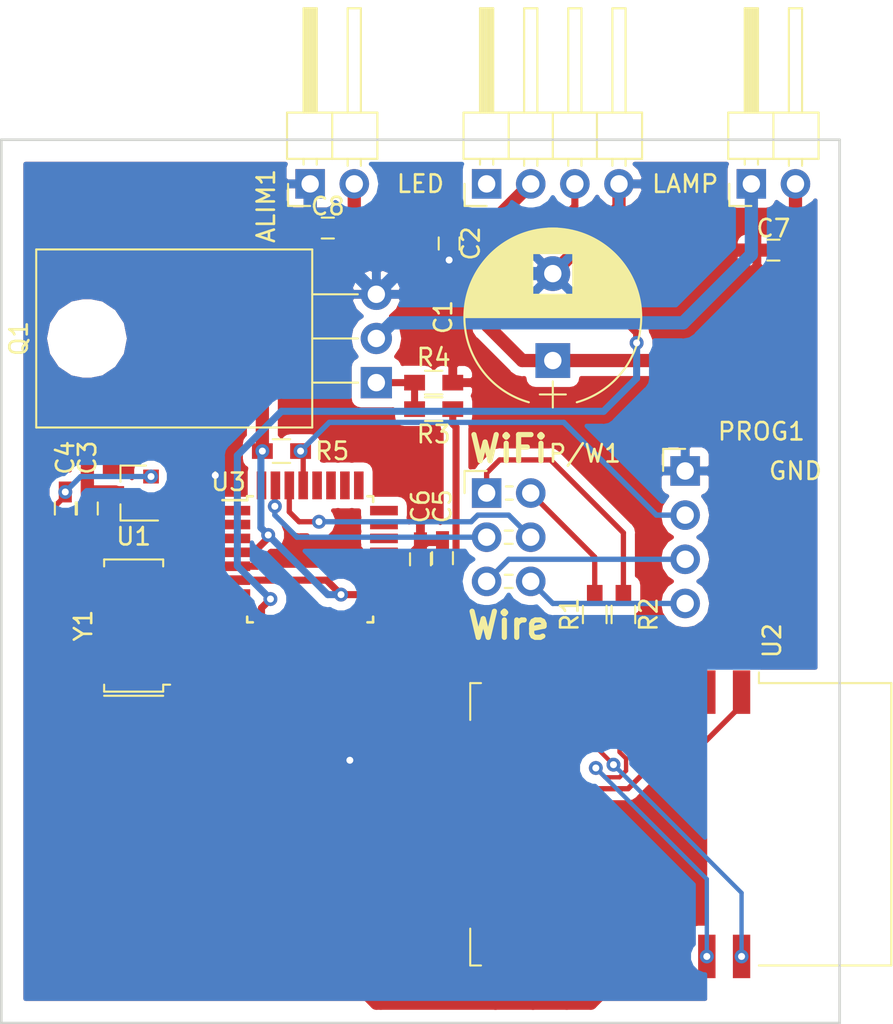
<source format=kicad_pcb>
(kicad_pcb (version 20171130) (host pcbnew "(5.0.1)-3")

  (general
    (thickness 1.6)
    (drawings 7)
    (tracks 226)
    (zones 0)
    (modules 23)
    (nets 52)
  )

  (page A4)
  (layers
    (0 F.Cu signal)
    (31 B.Cu signal)
    (32 B.Adhes user)
    (33 F.Adhes user)
    (34 B.Paste user)
    (35 F.Paste user)
    (36 B.SilkS user)
    (37 F.SilkS user)
    (38 B.Mask user hide)
    (39 F.Mask user hide)
    (40 Dwgs.User user)
    (41 Cmts.User user)
    (42 Eco1.User user hide)
    (43 Eco2.User user hide)
    (44 Edge.Cuts user)
    (45 Margin user hide)
    (46 B.CrtYd user hide)
    (47 F.CrtYd user hide)
    (48 B.Fab user hide)
    (49 F.Fab user hide)
  )

  (setup
    (last_trace_width 0.25)
    (user_trace_width 0.0889)
    (user_trace_width 0.127)
    (user_trace_width 0.2032)
    (user_trace_width 0.3048)
    (user_trace_width 0.4064)
    (user_trace_width 0.508)
    (user_trace_width 0.6096)
    (user_trace_width 0.762)
    (trace_clearance 0.2)
    (zone_clearance 0.508)
    (zone_45_only no)
    (trace_min 0.0889)
    (segment_width 0.2)
    (edge_width 0.15)
    (via_size 0.8)
    (via_drill 0.4)
    (via_min_size 0.45)
    (via_min_drill 0.2)
    (user_via 0.45 0.2)
    (uvia_size 0.3)
    (uvia_drill 0.1)
    (uvias_allowed no)
    (uvia_min_size 0.2)
    (uvia_min_drill 0.1)
    (pcb_text_width 0.3)
    (pcb_text_size 1.5 1.5)
    (mod_edge_width 0.15)
    (mod_text_size 1 1)
    (mod_text_width 0.15)
    (pad_size 1.524 1.524)
    (pad_drill 0.762)
    (pad_to_mask_clearance 0.051)
    (solder_mask_min_width 0.25)
    (aux_axis_origin 0 0)
    (visible_elements 7FFFFFFF)
    (pcbplotparams
      (layerselection 0x010f0_ffffffff)
      (usegerberextensions true)
      (usegerberattributes false)
      (usegerberadvancedattributes false)
      (creategerberjobfile false)
      (excludeedgelayer true)
      (linewidth 0.100000)
      (plotframeref false)
      (viasonmask false)
      (mode 1)
      (useauxorigin false)
      (hpglpennumber 1)
      (hpglpenspeed 20)
      (hpglpendiameter 15.000000)
      (psnegative false)
      (psa4output false)
      (plotreference true)
      (plotvalue false)
      (plotinvisibletext false)
      (padsonsilk false)
      (subtractmaskfromsilk false)
      (outputformat 1)
      (mirror false)
      (drillshape 0)
      (scaleselection 1)
      (outputdirectory "Gerber_iLight/"))
  )

  (net 0 "")
  (net 1 GNDD)
  (net 2 "Net-(J4-Pad1)")
  (net 3 "Net-(Q1-Pad1)")
  (net 4 +5V)
  (net 5 "Net-(C4-Pad2)")
  (net 6 /RST)
  (net 7 "Net-(R3-Pad1)")
  (net 8 /TXW)
  (net 9 "Net-(R2-Pad2)")
  (net 10 /RXW)
  (net 11 "Net-(R1-Pad1)")
  (net 12 "Net-(U2-Pad20)")
  (net 13 "Net-(U2-Pad19)")
  (net 14 "Net-(U2-Pad14)")
  (net 15 "Net-(U2-Pad13)")
  (net 16 "Net-(U2-Pad12)")
  (net 17 "Net-(U2-Pad11)")
  (net 18 "Net-(U2-Pad10)")
  (net 19 "Net-(U2-Pad9)")
  (net 20 "Net-(U2-Pad7)")
  (net 21 "Net-(U2-Pad6)")
  (net 22 "Net-(U2-Pad5)")
  (net 23 "Net-(U2-Pad4)")
  (net 24 "Net-(U2-Pad2)")
  (net 25 /RXP)
  (net 26 /TXP)
  (net 27 /RX)
  (net 28 /TX)
  (net 29 "Net-(J5-Pad1)")
  (net 30 DATA)
  (net 31 "Net-(U3-Pad32)")
  (net 32 "Net-(U3-Pad28)")
  (net 33 "Net-(U3-Pad27)")
  (net 34 "Net-(U3-Pad26)")
  (net 35 "Net-(U3-Pad25)")
  (net 36 "Net-(U3-Pad24)")
  (net 37 "Net-(U3-Pad23)")
  (net 38 "Net-(U3-Pad22)")
  (net 39 "Net-(C5-Pad1)")
  (net 40 "Net-(U3-Pad19)")
  (net 41 "Net-(U3-Pad17)")
  (net 42 "Net-(U3-Pad16)")
  (net 43 "Net-(U3-Pad15)")
  (net 44 "Net-(U3-Pad14)")
  (net 45 "Net-(U3-Pad12)")
  (net 46 "Net-(U3-Pad11)")
  (net 47 "Net-(U3-Pad10)")
  (net 48 "Net-(U3-Pad8)")
  (net 49 "Net-(U3-Pad7)")
  (net 50 "Net-(U3-Pad2)")
  (net 51 "Net-(U3-Pad1)")

  (net_class Default "Ceci est la Netclass par défaut."
    (clearance 0.2)
    (trace_width 0.25)
    (via_dia 0.8)
    (via_drill 0.4)
    (uvia_dia 0.3)
    (uvia_drill 0.1)
    (add_net +5V)
    (add_net /RST)
    (add_net /RX)
    (add_net /RXP)
    (add_net /RXW)
    (add_net /TX)
    (add_net /TXP)
    (add_net /TXW)
    (add_net DATA)
    (add_net GNDD)
    (add_net "Net-(C4-Pad2)")
    (add_net "Net-(C5-Pad1)")
    (add_net "Net-(J4-Pad1)")
    (add_net "Net-(J5-Pad1)")
    (add_net "Net-(Q1-Pad1)")
    (add_net "Net-(R1-Pad1)")
    (add_net "Net-(R2-Pad2)")
    (add_net "Net-(R3-Pad1)")
    (add_net "Net-(U2-Pad10)")
    (add_net "Net-(U2-Pad11)")
    (add_net "Net-(U2-Pad12)")
    (add_net "Net-(U2-Pad13)")
    (add_net "Net-(U2-Pad14)")
    (add_net "Net-(U2-Pad19)")
    (add_net "Net-(U2-Pad2)")
    (add_net "Net-(U2-Pad20)")
    (add_net "Net-(U2-Pad4)")
    (add_net "Net-(U2-Pad5)")
    (add_net "Net-(U2-Pad6)")
    (add_net "Net-(U2-Pad7)")
    (add_net "Net-(U2-Pad9)")
    (add_net "Net-(U3-Pad1)")
    (add_net "Net-(U3-Pad10)")
    (add_net "Net-(U3-Pad11)")
    (add_net "Net-(U3-Pad12)")
    (add_net "Net-(U3-Pad14)")
    (add_net "Net-(U3-Pad15)")
    (add_net "Net-(U3-Pad16)")
    (add_net "Net-(U3-Pad17)")
    (add_net "Net-(U3-Pad19)")
    (add_net "Net-(U3-Pad2)")
    (add_net "Net-(U3-Pad22)")
    (add_net "Net-(U3-Pad23)")
    (add_net "Net-(U3-Pad24)")
    (add_net "Net-(U3-Pad25)")
    (add_net "Net-(U3-Pad26)")
    (add_net "Net-(U3-Pad27)")
    (add_net "Net-(U3-Pad28)")
    (add_net "Net-(U3-Pad32)")
    (add_net "Net-(U3-Pad7)")
    (add_net "Net-(U3-Pad8)")
  )

  (module Pin_Headers:Pin_Header_Angled_1x04_Pitch2.54mm (layer F.Cu) (tedit 5C2273E3) (tstamp 5C22964F)
    (at 204.47 113.03)
    (descr "Through hole angled pin header, 1x04, 2.54mm pitch, 6mm pin length, single row")
    (tags "Through hole angled pin header THT 1x04 2.54mm single row")
    (path /5C213185)
    (fp_text reference PROG1 (at 4.385 -2.27) (layer F.SilkS)
      (effects (font (size 1 1) (thickness 0.15)))
    )
    (fp_text value Conn_01x04_Female (at 4.385 9.89) (layer F.Fab)
      (effects (font (size 1 1) (thickness 0.15)))
    )
    (fp_line (start -1.27 -1.27) (end 0 -1.27) (layer F.SilkS) (width 0.12))
    (fp_line (start -1.27 0) (end -1.27 -1.27) (layer F.SilkS) (width 0.12))
    (fp_line (start -0.32 7.3) (end -0.32 7.94) (layer F.Fab) (width 0.1))
    (fp_line (start -0.32 4.76) (end -0.32 5.4) (layer F.Fab) (width 0.1))
    (fp_line (start -0.32 2.22) (end -0.32 2.86) (layer F.Fab) (width 0.1))
    (fp_line (start -0.32 -0.32) (end -0.32 0.32) (layer F.Fab) (width 0.1))
    (fp_text user GND (at 6.35 0) (layer F.SilkS)
      (effects (font (size 1 1) (thickness 0.15)))
    )
    (pad 4 thru_hole oval (at 0 7.62) (size 1.7 1.7) (drill 1) (layers *.Cu *.Mask)
      (net 25 /RXP))
    (pad 3 thru_hole oval (at 0 5.08) (size 1.7 1.7) (drill 1) (layers *.Cu *.Mask)
      (net 26 /TXP))
    (pad 2 thru_hole oval (at 0 2.54) (size 1.7 1.7) (drill 1) (layers *.Cu *.Mask)
      (net 6 /RST))
    (pad 1 thru_hole rect (at 0 0) (size 1.7 1.7) (drill 1) (layers *.Cu *.Mask)
      (net 1 GNDD))
    (model ${KISYS3DMOD}/Pin_Headers.3dshapes/Pin_Header_Angled_1x04_Pitch2.54mm.wrl
      (at (xyz 0 0 0))
      (scale (xyz 1 1 1))
      (rotate (xyz 0 0 0))
    )
  )

  (module Pin_Headers:Pin_Header_Angled_2x03_Pitch2.54mm (layer F.Cu) (tedit 5C2273A5) (tstamp 5C2295B6)
    (at 193.04 114.3)
    (descr "Through hole angled pin header, 2x03, 2.54mm pitch, 6mm pin length, double rows")
    (tags "Through hole angled pin header THT 2x03 2.54mm double row")
    (path /5C23E630)
    (fp_text reference P/W1 (at 5.655 -2.27) (layer F.SilkS)
      (effects (font (size 1 1) (thickness 0.15)))
    )
    (fp_text value Conn_02x03_Odd_Even_Shielded (at 5.655 7.35) (layer F.Fab)
      (effects (font (size 1 1) (thickness 0.15)))
    )
    (fp_line (start -1.27 -1.27) (end 0 -1.27) (layer F.SilkS) (width 0.12))
    (fp_line (start -1.27 0) (end -1.27 -1.27) (layer F.SilkS) (width 0.12))
    (fp_line (start 1.042929 5.46) (end 1.497071 5.46) (layer F.SilkS) (width 0.12))
    (fp_line (start 1.042929 4.7) (end 1.497071 4.7) (layer F.SilkS) (width 0.12))
    (fp_line (start 1.042929 2.92) (end 1.497071 2.92) (layer F.SilkS) (width 0.12))
    (fp_line (start 1.042929 2.16) (end 1.497071 2.16) (layer F.SilkS) (width 0.12))
    (fp_line (start 1.11 0.38) (end 1.497071 0.38) (layer F.SilkS) (width 0.12))
    (fp_line (start 1.11 -0.38) (end 1.497071 -0.38) (layer F.SilkS) (width 0.12))
    (fp_line (start -0.32 4.76) (end -0.32 5.4) (layer F.Fab) (width 0.1))
    (fp_line (start -0.32 2.22) (end -0.32 2.86) (layer F.Fab) (width 0.1))
    (fp_line (start -0.32 -0.32) (end -0.32 0.32) (layer F.Fab) (width 0.1))
    (pad 6 thru_hole oval (at 2.54 5.08) (size 1.7 1.7) (drill 1) (layers *.Cu *.Mask)
      (net 25 /RXP))
    (pad 5 thru_hole oval (at 0 5.08) (size 1.7 1.7) (drill 1) (layers *.Cu *.Mask)
      (net 26 /TXP))
    (pad 4 thru_hole oval (at 2.54 2.54) (size 1.7 1.7) (drill 1) (layers *.Cu *.Mask)
      (net 27 /RX))
    (pad 3 thru_hole oval (at 0 2.54) (size 1.7 1.7) (drill 1) (layers *.Cu *.Mask)
      (net 28 /TX))
    (pad 2 thru_hole oval (at 2.54 0) (size 1.7 1.7) (drill 1) (layers *.Cu *.Mask)
      (net 10 /RXW))
    (pad 1 thru_hole rect (at 0 0) (size 1.7 1.7) (drill 1) (layers *.Cu *.Mask)
      (net 8 /TXW))
    (model ${KISYS3DMOD}/Pin_Headers.3dshapes/Pin_Header_Angled_2x03_Pitch2.54mm.wrl
      (at (xyz 0 0 0))
      (scale (xyz 1 1 1))
      (rotate (xyz 0 0 0))
    )
  )

  (module Pin_Headers:Pin_Header_Angled_1x02_Pitch2.54mm (layer F.Cu) (tedit 59650532) (tstamp 5C229682)
    (at 182.88 96.52 90)
    (descr "Through hole angled pin header, 1x02, 2.54mm pitch, 6mm pin length, single row")
    (tags "Through hole angled pin header THT 1x02 2.54mm single row")
    (path /5C21339C)
    (fp_text reference ALIM1 (at -1.27 -2.54 90) (layer F.SilkS)
      (effects (font (size 1 1) (thickness 0.15)))
    )
    (fp_text value Conn_01x02_Female (at 4.385 4.81 90) (layer F.Fab)
      (effects (font (size 1 1) (thickness 0.15)))
    )
    (fp_text user %R (at 2.77 1.27 180) (layer F.Fab)
      (effects (font (size 1 1) (thickness 0.15)))
    )
    (fp_line (start 10.55 -1.8) (end -1.8 -1.8) (layer F.CrtYd) (width 0.05))
    (fp_line (start 10.55 4.35) (end 10.55 -1.8) (layer F.CrtYd) (width 0.05))
    (fp_line (start -1.8 4.35) (end 10.55 4.35) (layer F.CrtYd) (width 0.05))
    (fp_line (start -1.8 -1.8) (end -1.8 4.35) (layer F.CrtYd) (width 0.05))
    (fp_line (start -1.27 -1.27) (end 0 -1.27) (layer F.SilkS) (width 0.12))
    (fp_line (start -1.27 0) (end -1.27 -1.27) (layer F.SilkS) (width 0.12))
    (fp_line (start 1.042929 2.92) (end 1.44 2.92) (layer F.SilkS) (width 0.12))
    (fp_line (start 1.042929 2.16) (end 1.44 2.16) (layer F.SilkS) (width 0.12))
    (fp_line (start 10.1 2.92) (end 4.1 2.92) (layer F.SilkS) (width 0.12))
    (fp_line (start 10.1 2.16) (end 10.1 2.92) (layer F.SilkS) (width 0.12))
    (fp_line (start 4.1 2.16) (end 10.1 2.16) (layer F.SilkS) (width 0.12))
    (fp_line (start 1.44 1.27) (end 4.1 1.27) (layer F.SilkS) (width 0.12))
    (fp_line (start 1.11 0.38) (end 1.44 0.38) (layer F.SilkS) (width 0.12))
    (fp_line (start 1.11 -0.38) (end 1.44 -0.38) (layer F.SilkS) (width 0.12))
    (fp_line (start 4.1 0.28) (end 10.1 0.28) (layer F.SilkS) (width 0.12))
    (fp_line (start 4.1 0.16) (end 10.1 0.16) (layer F.SilkS) (width 0.12))
    (fp_line (start 4.1 0.04) (end 10.1 0.04) (layer F.SilkS) (width 0.12))
    (fp_line (start 4.1 -0.08) (end 10.1 -0.08) (layer F.SilkS) (width 0.12))
    (fp_line (start 4.1 -0.2) (end 10.1 -0.2) (layer F.SilkS) (width 0.12))
    (fp_line (start 4.1 -0.32) (end 10.1 -0.32) (layer F.SilkS) (width 0.12))
    (fp_line (start 10.1 0.38) (end 4.1 0.38) (layer F.SilkS) (width 0.12))
    (fp_line (start 10.1 -0.38) (end 10.1 0.38) (layer F.SilkS) (width 0.12))
    (fp_line (start 4.1 -0.38) (end 10.1 -0.38) (layer F.SilkS) (width 0.12))
    (fp_line (start 4.1 -1.33) (end 1.44 -1.33) (layer F.SilkS) (width 0.12))
    (fp_line (start 4.1 3.87) (end 4.1 -1.33) (layer F.SilkS) (width 0.12))
    (fp_line (start 1.44 3.87) (end 4.1 3.87) (layer F.SilkS) (width 0.12))
    (fp_line (start 1.44 -1.33) (end 1.44 3.87) (layer F.SilkS) (width 0.12))
    (fp_line (start 4.04 2.86) (end 10.04 2.86) (layer F.Fab) (width 0.1))
    (fp_line (start 10.04 2.22) (end 10.04 2.86) (layer F.Fab) (width 0.1))
    (fp_line (start 4.04 2.22) (end 10.04 2.22) (layer F.Fab) (width 0.1))
    (fp_line (start -0.32 2.86) (end 1.5 2.86) (layer F.Fab) (width 0.1))
    (fp_line (start -0.32 2.22) (end -0.32 2.86) (layer F.Fab) (width 0.1))
    (fp_line (start -0.32 2.22) (end 1.5 2.22) (layer F.Fab) (width 0.1))
    (fp_line (start 4.04 0.32) (end 10.04 0.32) (layer F.Fab) (width 0.1))
    (fp_line (start 10.04 -0.32) (end 10.04 0.32) (layer F.Fab) (width 0.1))
    (fp_line (start 4.04 -0.32) (end 10.04 -0.32) (layer F.Fab) (width 0.1))
    (fp_line (start -0.32 0.32) (end 1.5 0.32) (layer F.Fab) (width 0.1))
    (fp_line (start -0.32 -0.32) (end -0.32 0.32) (layer F.Fab) (width 0.1))
    (fp_line (start -0.32 -0.32) (end 1.5 -0.32) (layer F.Fab) (width 0.1))
    (fp_line (start 1.5 -0.635) (end 2.135 -1.27) (layer F.Fab) (width 0.1))
    (fp_line (start 1.5 3.81) (end 1.5 -0.635) (layer F.Fab) (width 0.1))
    (fp_line (start 4.04 3.81) (end 1.5 3.81) (layer F.Fab) (width 0.1))
    (fp_line (start 4.04 -1.27) (end 4.04 3.81) (layer F.Fab) (width 0.1))
    (fp_line (start 2.135 -1.27) (end 4.04 -1.27) (layer F.Fab) (width 0.1))
    (pad 2 thru_hole oval (at 0 2.54 90) (size 1.7 1.7) (drill 1) (layers *.Cu *.Mask)
      (net 4 +5V))
    (pad 1 thru_hole rect (at 0 0 90) (size 1.7 1.7) (drill 1) (layers *.Cu *.Mask)
      (net 1 GNDD))
    (model ${KISYS3DMOD}/Pin_Headers.3dshapes/Pin_Header_Angled_1x02_Pitch2.54mm.wrl
      (at (xyz 0 0 0))
      (scale (xyz 1 1 1))
      (rotate (xyz 0 0 0))
    )
  )

  (module Capacitors_SMD:C_0603_HandSoldering (layer F.Cu) (tedit 58AA848B) (tstamp 5C228460)
    (at 190.881 99.949 270)
    (descr "Capacitor SMD 0603, hand soldering")
    (tags "capacitor 0603")
    (path /5C2134F4)
    (attr smd)
    (fp_text reference C2 (at 0 -1.25 270) (layer F.SilkS)
      (effects (font (size 1 1) (thickness 0.15)))
    )
    (fp_text value 100nF (at 0 1.5 270) (layer F.Fab)
      (effects (font (size 1 1) (thickness 0.15)))
    )
    (fp_line (start 1.8 0.65) (end -1.8 0.65) (layer F.CrtYd) (width 0.05))
    (fp_line (start 1.8 0.65) (end 1.8 -0.65) (layer F.CrtYd) (width 0.05))
    (fp_line (start -1.8 -0.65) (end -1.8 0.65) (layer F.CrtYd) (width 0.05))
    (fp_line (start -1.8 -0.65) (end 1.8 -0.65) (layer F.CrtYd) (width 0.05))
    (fp_line (start 0.35 0.6) (end -0.35 0.6) (layer F.SilkS) (width 0.12))
    (fp_line (start -0.35 -0.6) (end 0.35 -0.6) (layer F.SilkS) (width 0.12))
    (fp_line (start -0.8 -0.4) (end 0.8 -0.4) (layer F.Fab) (width 0.1))
    (fp_line (start 0.8 -0.4) (end 0.8 0.4) (layer F.Fab) (width 0.1))
    (fp_line (start 0.8 0.4) (end -0.8 0.4) (layer F.Fab) (width 0.1))
    (fp_line (start -0.8 0.4) (end -0.8 -0.4) (layer F.Fab) (width 0.1))
    (fp_text user %R (at 0 -1.25 270) (layer F.Fab)
      (effects (font (size 1 1) (thickness 0.15)))
    )
    (pad 2 smd rect (at 0.95 0 270) (size 1.2 0.75) (layers F.Cu F.Paste F.Mask)
      (net 1 GNDD))
    (pad 1 smd rect (at -0.95 0 270) (size 1.2 0.75) (layers F.Cu F.Paste F.Mask)
      (net 4 +5V))
    (model Capacitors_SMD.3dshapes/C_0603.wrl
      (at (xyz 0 0 0))
      (scale (xyz 1 1 1))
      (rotate (xyz 0 0 0))
    )
  )

  (module Capacitors_SMD:C_0603_HandSoldering (layer F.Cu) (tedit 58AA848B) (tstamp 5C22844F)
    (at 170.053 115.189 90)
    (descr "Capacitor SMD 0603, hand soldering")
    (tags "capacitor 0603")
    (path /5C22996C)
    (attr smd)
    (fp_text reference C3 (at 2.921 0 90) (layer F.SilkS)
      (effects (font (size 1 1) (thickness 0.15)))
    )
    (fp_text value 100nF (at 0 1.5 90) (layer F.Fab)
      (effects (font (size 1 1) (thickness 0.15)))
    )
    (fp_text user %R (at 0 -1.25 90) (layer F.Fab)
      (effects (font (size 1 1) (thickness 0.15)))
    )
    (fp_line (start -0.8 0.4) (end -0.8 -0.4) (layer F.Fab) (width 0.1))
    (fp_line (start 0.8 0.4) (end -0.8 0.4) (layer F.Fab) (width 0.1))
    (fp_line (start 0.8 -0.4) (end 0.8 0.4) (layer F.Fab) (width 0.1))
    (fp_line (start -0.8 -0.4) (end 0.8 -0.4) (layer F.Fab) (width 0.1))
    (fp_line (start -0.35 -0.6) (end 0.35 -0.6) (layer F.SilkS) (width 0.12))
    (fp_line (start 0.35 0.6) (end -0.35 0.6) (layer F.SilkS) (width 0.12))
    (fp_line (start -1.8 -0.65) (end 1.8 -0.65) (layer F.CrtYd) (width 0.05))
    (fp_line (start -1.8 -0.65) (end -1.8 0.65) (layer F.CrtYd) (width 0.05))
    (fp_line (start 1.8 0.65) (end 1.8 -0.65) (layer F.CrtYd) (width 0.05))
    (fp_line (start 1.8 0.65) (end -1.8 0.65) (layer F.CrtYd) (width 0.05))
    (pad 1 smd rect (at -0.95 0 90) (size 1.2 0.75) (layers F.Cu F.Paste F.Mask)
      (net 1 GNDD))
    (pad 2 smd rect (at 0.95 0 90) (size 1.2 0.75) (layers F.Cu F.Paste F.Mask)
      (net 4 +5V))
    (model Capacitors_SMD.3dshapes/C_0603.wrl
      (at (xyz 0 0 0))
      (scale (xyz 1 1 1))
      (rotate (xyz 0 0 0))
    )
  )

  (module Capacitors_SMD:C_0603_HandSoldering (layer F.Cu) (tedit 58AA848B) (tstamp 5C22843E)
    (at 168.783 115.189 90)
    (descr "Capacitor SMD 0603, hand soldering")
    (tags "capacitor 0603")
    (path /5C2307A4)
    (attr smd)
    (fp_text reference C4 (at 2.921 0 90) (layer F.SilkS)
      (effects (font (size 1 1) (thickness 0.15)))
    )
    (fp_text value 100nF (at 0 1.5 90) (layer F.Fab)
      (effects (font (size 1 1) (thickness 0.15)))
    )
    (fp_line (start 1.8 0.65) (end -1.8 0.65) (layer F.CrtYd) (width 0.05))
    (fp_line (start 1.8 0.65) (end 1.8 -0.65) (layer F.CrtYd) (width 0.05))
    (fp_line (start -1.8 -0.65) (end -1.8 0.65) (layer F.CrtYd) (width 0.05))
    (fp_line (start -1.8 -0.65) (end 1.8 -0.65) (layer F.CrtYd) (width 0.05))
    (fp_line (start 0.35 0.6) (end -0.35 0.6) (layer F.SilkS) (width 0.12))
    (fp_line (start -0.35 -0.6) (end 0.35 -0.6) (layer F.SilkS) (width 0.12))
    (fp_line (start -0.8 -0.4) (end 0.8 -0.4) (layer F.Fab) (width 0.1))
    (fp_line (start 0.8 -0.4) (end 0.8 0.4) (layer F.Fab) (width 0.1))
    (fp_line (start 0.8 0.4) (end -0.8 0.4) (layer F.Fab) (width 0.1))
    (fp_line (start -0.8 0.4) (end -0.8 -0.4) (layer F.Fab) (width 0.1))
    (fp_text user %R (at 0 -1.25 90) (layer F.Fab)
      (effects (font (size 1 1) (thickness 0.15)))
    )
    (pad 2 smd rect (at 0.95 0 90) (size 1.2 0.75) (layers F.Cu F.Paste F.Mask)
      (net 5 "Net-(C4-Pad2)"))
    (pad 1 smd rect (at -0.95 0 90) (size 1.2 0.75) (layers F.Cu F.Paste F.Mask)
      (net 1 GNDD))
    (model Capacitors_SMD.3dshapes/C_0603.wrl
      (at (xyz 0 0 0))
      (scale (xyz 1 1 1))
      (rotate (xyz 0 0 0))
    )
  )

  (module Capacitors_SMD:C_0603_HandSoldering (layer F.Cu) (tedit 58AA848B) (tstamp 5C22842D)
    (at 190.5 118.044 90)
    (descr "Capacitor SMD 0603, hand soldering")
    (tags "capacitor 0603")
    (path /5C214347)
    (attr smd)
    (fp_text reference C5 (at 2.982 0 90) (layer F.SilkS)
      (effects (font (size 1 1) (thickness 0.15)))
    )
    (fp_text value 100nF (at 0 1.5 90) (layer F.Fab)
      (effects (font (size 1 1) (thickness 0.15)))
    )
    (fp_text user %R (at 0 -1.25 90) (layer F.Fab)
      (effects (font (size 1 1) (thickness 0.15)))
    )
    (fp_line (start -0.8 0.4) (end -0.8 -0.4) (layer F.Fab) (width 0.1))
    (fp_line (start 0.8 0.4) (end -0.8 0.4) (layer F.Fab) (width 0.1))
    (fp_line (start 0.8 -0.4) (end 0.8 0.4) (layer F.Fab) (width 0.1))
    (fp_line (start -0.8 -0.4) (end 0.8 -0.4) (layer F.Fab) (width 0.1))
    (fp_line (start -0.35 -0.6) (end 0.35 -0.6) (layer F.SilkS) (width 0.12))
    (fp_line (start 0.35 0.6) (end -0.35 0.6) (layer F.SilkS) (width 0.12))
    (fp_line (start -1.8 -0.65) (end 1.8 -0.65) (layer F.CrtYd) (width 0.05))
    (fp_line (start -1.8 -0.65) (end -1.8 0.65) (layer F.CrtYd) (width 0.05))
    (fp_line (start 1.8 0.65) (end 1.8 -0.65) (layer F.CrtYd) (width 0.05))
    (fp_line (start 1.8 0.65) (end -1.8 0.65) (layer F.CrtYd) (width 0.05))
    (pad 1 smd rect (at -0.95 0 90) (size 1.2 0.75) (layers F.Cu F.Paste F.Mask)
      (net 39 "Net-(C5-Pad1)"))
    (pad 2 smd rect (at 0.95 0 90) (size 1.2 0.75) (layers F.Cu F.Paste F.Mask)
      (net 1 GNDD))
    (model Capacitors_SMD.3dshapes/C_0603.wrl
      (at (xyz 0 0 0))
      (scale (xyz 1 1 1))
      (rotate (xyz 0 0 0))
    )
  )

  (module Capacitors_SMD:C_0603_HandSoldering (layer F.Cu) (tedit 58AA848B) (tstamp 5C22841C)
    (at 189.23 118.11 270)
    (descr "Capacitor SMD 0603, hand soldering")
    (tags "capacitor 0603")
    (path /5C2143C5)
    (attr smd)
    (fp_text reference C6 (at -3.048 0 270) (layer F.SilkS)
      (effects (font (size 1 1) (thickness 0.15)))
    )
    (fp_text value 100nF (at 0 1.5 270) (layer F.Fab)
      (effects (font (size 1 1) (thickness 0.15)))
    )
    (fp_line (start 1.8 0.65) (end -1.8 0.65) (layer F.CrtYd) (width 0.05))
    (fp_line (start 1.8 0.65) (end 1.8 -0.65) (layer F.CrtYd) (width 0.05))
    (fp_line (start -1.8 -0.65) (end -1.8 0.65) (layer F.CrtYd) (width 0.05))
    (fp_line (start -1.8 -0.65) (end 1.8 -0.65) (layer F.CrtYd) (width 0.05))
    (fp_line (start 0.35 0.6) (end -0.35 0.6) (layer F.SilkS) (width 0.12))
    (fp_line (start -0.35 -0.6) (end 0.35 -0.6) (layer F.SilkS) (width 0.12))
    (fp_line (start -0.8 -0.4) (end 0.8 -0.4) (layer F.Fab) (width 0.1))
    (fp_line (start 0.8 -0.4) (end 0.8 0.4) (layer F.Fab) (width 0.1))
    (fp_line (start 0.8 0.4) (end -0.8 0.4) (layer F.Fab) (width 0.1))
    (fp_line (start -0.8 0.4) (end -0.8 -0.4) (layer F.Fab) (width 0.1))
    (fp_text user %R (at 0 -1.25 270) (layer F.Fab)
      (effects (font (size 1 1) (thickness 0.15)))
    )
    (pad 2 smd rect (at 0.95 0 270) (size 1.2 0.75) (layers F.Cu F.Paste F.Mask)
      (net 4 +5V))
    (pad 1 smd rect (at -0.95 0 270) (size 1.2 0.75) (layers F.Cu F.Paste F.Mask)
      (net 1 GNDD))
    (model Capacitors_SMD.3dshapes/C_0603.wrl
      (at (xyz 0 0 0))
      (scale (xyz 1 1 1))
      (rotate (xyz 0 0 0))
    )
  )

  (module Capacitors_SMD:C_0603_HandSoldering (layer F.Cu) (tedit 58AA848B) (tstamp 5C22840B)
    (at 209.55 100.33)
    (descr "Capacitor SMD 0603, hand soldering")
    (tags "capacitor 0603")
    (path /5C217641)
    (attr smd)
    (fp_text reference C7 (at 0 -1.25) (layer F.SilkS)
      (effects (font (size 1 1) (thickness 0.15)))
    )
    (fp_text value 100nF (at 0 1.5) (layer F.Fab)
      (effects (font (size 1 1) (thickness 0.15)))
    )
    (fp_text user %R (at 0 -1.25) (layer F.Fab)
      (effects (font (size 1 1) (thickness 0.15)))
    )
    (fp_line (start -0.8 0.4) (end -0.8 -0.4) (layer F.Fab) (width 0.1))
    (fp_line (start 0.8 0.4) (end -0.8 0.4) (layer F.Fab) (width 0.1))
    (fp_line (start 0.8 -0.4) (end 0.8 0.4) (layer F.Fab) (width 0.1))
    (fp_line (start -0.8 -0.4) (end 0.8 -0.4) (layer F.Fab) (width 0.1))
    (fp_line (start -0.35 -0.6) (end 0.35 -0.6) (layer F.SilkS) (width 0.12))
    (fp_line (start 0.35 0.6) (end -0.35 0.6) (layer F.SilkS) (width 0.12))
    (fp_line (start -1.8 -0.65) (end 1.8 -0.65) (layer F.CrtYd) (width 0.05))
    (fp_line (start -1.8 -0.65) (end -1.8 0.65) (layer F.CrtYd) (width 0.05))
    (fp_line (start 1.8 0.65) (end 1.8 -0.65) (layer F.CrtYd) (width 0.05))
    (fp_line (start 1.8 0.65) (end -1.8 0.65) (layer F.CrtYd) (width 0.05))
    (pad 1 smd rect (at -0.95 0) (size 1.2 0.75) (layers F.Cu F.Paste F.Mask)
      (net 1 GNDD))
    (pad 2 smd rect (at 0.95 0) (size 1.2 0.75) (layers F.Cu F.Paste F.Mask)
      (net 4 +5V))
    (model Capacitors_SMD.3dshapes/C_0603.wrl
      (at (xyz 0 0 0))
      (scale (xyz 1 1 1))
      (rotate (xyz 0 0 0))
    )
  )

  (module Capacitors_SMD:C_0603_HandSoldering (layer F.Cu) (tedit 58AA848B) (tstamp 5C2283FA)
    (at 183.896 99.06)
    (descr "Capacitor SMD 0603, hand soldering")
    (tags "capacitor 0603")
    (path /5C2179F6)
    (attr smd)
    (fp_text reference C8 (at 0 -1.25) (layer F.SilkS)
      (effects (font (size 1 1) (thickness 0.15)))
    )
    (fp_text value 100nF (at 0 1.5) (layer F.Fab)
      (effects (font (size 1 1) (thickness 0.15)))
    )
    (fp_line (start 1.8 0.65) (end -1.8 0.65) (layer F.CrtYd) (width 0.05))
    (fp_line (start 1.8 0.65) (end 1.8 -0.65) (layer F.CrtYd) (width 0.05))
    (fp_line (start -1.8 -0.65) (end -1.8 0.65) (layer F.CrtYd) (width 0.05))
    (fp_line (start -1.8 -0.65) (end 1.8 -0.65) (layer F.CrtYd) (width 0.05))
    (fp_line (start 0.35 0.6) (end -0.35 0.6) (layer F.SilkS) (width 0.12))
    (fp_line (start -0.35 -0.6) (end 0.35 -0.6) (layer F.SilkS) (width 0.12))
    (fp_line (start -0.8 -0.4) (end 0.8 -0.4) (layer F.Fab) (width 0.1))
    (fp_line (start 0.8 -0.4) (end 0.8 0.4) (layer F.Fab) (width 0.1))
    (fp_line (start 0.8 0.4) (end -0.8 0.4) (layer F.Fab) (width 0.1))
    (fp_line (start -0.8 0.4) (end -0.8 -0.4) (layer F.Fab) (width 0.1))
    (fp_text user %R (at 0 -1.25) (layer F.Fab)
      (effects (font (size 1 1) (thickness 0.15)))
    )
    (pad 2 smd rect (at 0.95 0) (size 1.2 0.75) (layers F.Cu F.Paste F.Mask)
      (net 4 +5V))
    (pad 1 smd rect (at -0.95 0) (size 1.2 0.75) (layers F.Cu F.Paste F.Mask)
      (net 1 GNDD))
    (model Capacitors_SMD.3dshapes/C_0603.wrl
      (at (xyz 0 0 0))
      (scale (xyz 1 1 1))
      (rotate (xyz 0 0 0))
    )
  )

  (module Capacitors_THT:CP_Radial_D10.0mm_P5.00mm (layer F.Cu) (tedit 597BC7C2) (tstamp 5C2283E9)
    (at 196.85 106.68 90)
    (descr "CP, Radial series, Radial, pin pitch=5.00mm, , diameter=10mm, Electrolytic Capacitor")
    (tags "CP Radial series Radial pin pitch 5.00mm  diameter 10mm Electrolytic Capacitor")
    (path /5C2135D0)
    (fp_text reference C1 (at 2.5 -6.31 90) (layer F.SilkS)
      (effects (font (size 1 1) (thickness 0.15)))
    )
    (fp_text value 10µF (at 2.5 6.31 90) (layer F.Fab)
      (effects (font (size 1 1) (thickness 0.15)))
    )
    (fp_text user %R (at 2.5 0 90) (layer F.Fab)
      (effects (font (size 1 1) (thickness 0.15)))
    )
    (fp_line (start 7.85 -5.35) (end -2.85 -5.35) (layer F.CrtYd) (width 0.05))
    (fp_line (start 7.85 5.35) (end 7.85 -5.35) (layer F.CrtYd) (width 0.05))
    (fp_line (start -2.85 5.35) (end 7.85 5.35) (layer F.CrtYd) (width 0.05))
    (fp_line (start -2.85 -5.35) (end -2.85 5.35) (layer F.CrtYd) (width 0.05))
    (fp_line (start -1.95 -0.75) (end -1.95 0.75) (layer F.SilkS) (width 0.12))
    (fp_line (start -2.7 0) (end -1.2 0) (layer F.SilkS) (width 0.12))
    (fp_line (start 7.581 -0.279) (end 7.581 0.279) (layer F.SilkS) (width 0.12))
    (fp_line (start 7.541 -0.672) (end 7.541 0.672) (layer F.SilkS) (width 0.12))
    (fp_line (start 7.501 -0.913) (end 7.501 0.913) (layer F.SilkS) (width 0.12))
    (fp_line (start 7.461 -1.104) (end 7.461 1.104) (layer F.SilkS) (width 0.12))
    (fp_line (start 7.421 -1.265) (end 7.421 1.265) (layer F.SilkS) (width 0.12))
    (fp_line (start 7.381 -1.407) (end 7.381 1.407) (layer F.SilkS) (width 0.12))
    (fp_line (start 7.341 -1.536) (end 7.341 1.536) (layer F.SilkS) (width 0.12))
    (fp_line (start 7.301 -1.654) (end 7.301 1.654) (layer F.SilkS) (width 0.12))
    (fp_line (start 7.261 -1.763) (end 7.261 1.763) (layer F.SilkS) (width 0.12))
    (fp_line (start 7.221 -1.866) (end 7.221 1.866) (layer F.SilkS) (width 0.12))
    (fp_line (start 7.181 -1.962) (end 7.181 1.962) (layer F.SilkS) (width 0.12))
    (fp_line (start 7.141 -2.053) (end 7.141 2.053) (layer F.SilkS) (width 0.12))
    (fp_line (start 7.101 -2.14) (end 7.101 2.14) (layer F.SilkS) (width 0.12))
    (fp_line (start 7.061 -2.222) (end 7.061 2.222) (layer F.SilkS) (width 0.12))
    (fp_line (start 7.021 -2.301) (end 7.021 2.301) (layer F.SilkS) (width 0.12))
    (fp_line (start 6.981 -2.377) (end 6.981 2.377) (layer F.SilkS) (width 0.12))
    (fp_line (start 6.941 -2.449) (end 6.941 2.449) (layer F.SilkS) (width 0.12))
    (fp_line (start 6.901 -2.519) (end 6.901 2.519) (layer F.SilkS) (width 0.12))
    (fp_line (start 6.861 -2.587) (end 6.861 2.587) (layer F.SilkS) (width 0.12))
    (fp_line (start 6.821 -2.652) (end 6.821 2.652) (layer F.SilkS) (width 0.12))
    (fp_line (start 6.781 -2.715) (end 6.781 2.715) (layer F.SilkS) (width 0.12))
    (fp_line (start 6.741 -2.777) (end 6.741 2.777) (layer F.SilkS) (width 0.12))
    (fp_line (start 6.701 -2.836) (end 6.701 2.836) (layer F.SilkS) (width 0.12))
    (fp_line (start 6.661 -2.894) (end 6.661 2.894) (layer F.SilkS) (width 0.12))
    (fp_line (start 6.621 -2.949) (end 6.621 2.949) (layer F.SilkS) (width 0.12))
    (fp_line (start 6.581 -3.004) (end 6.581 3.004) (layer F.SilkS) (width 0.12))
    (fp_line (start 6.541 -3.057) (end 6.541 3.057) (layer F.SilkS) (width 0.12))
    (fp_line (start 6.501 -3.108) (end 6.501 3.108) (layer F.SilkS) (width 0.12))
    (fp_line (start 6.461 -3.158) (end 6.461 3.158) (layer F.SilkS) (width 0.12))
    (fp_line (start 6.421 -3.207) (end 6.421 3.207) (layer F.SilkS) (width 0.12))
    (fp_line (start 6.381 -3.255) (end 6.381 3.255) (layer F.SilkS) (width 0.12))
    (fp_line (start 6.341 -3.302) (end 6.341 3.302) (layer F.SilkS) (width 0.12))
    (fp_line (start 6.301 -3.347) (end 6.301 3.347) (layer F.SilkS) (width 0.12))
    (fp_line (start 6.261 -3.391) (end 6.261 3.391) (layer F.SilkS) (width 0.12))
    (fp_line (start 6.221 -3.435) (end 6.221 3.435) (layer F.SilkS) (width 0.12))
    (fp_line (start 6.181 -3.477) (end 6.181 3.477) (layer F.SilkS) (width 0.12))
    (fp_line (start 6.141 1.181) (end 6.141 3.518) (layer F.SilkS) (width 0.12))
    (fp_line (start 6.141 -3.518) (end 6.141 -1.181) (layer F.SilkS) (width 0.12))
    (fp_line (start 6.101 1.181) (end 6.101 3.559) (layer F.SilkS) (width 0.12))
    (fp_line (start 6.101 -3.559) (end 6.101 -1.181) (layer F.SilkS) (width 0.12))
    (fp_line (start 6.061 1.181) (end 6.061 3.598) (layer F.SilkS) (width 0.12))
    (fp_line (start 6.061 -3.598) (end 6.061 -1.181) (layer F.SilkS) (width 0.12))
    (fp_line (start 6.021 1.181) (end 6.021 3.637) (layer F.SilkS) (width 0.12))
    (fp_line (start 6.021 -3.637) (end 6.021 -1.181) (layer F.SilkS) (width 0.12))
    (fp_line (start 5.981 1.181) (end 5.981 3.675) (layer F.SilkS) (width 0.12))
    (fp_line (start 5.981 -3.675) (end 5.981 -1.181) (layer F.SilkS) (width 0.12))
    (fp_line (start 5.941 1.181) (end 5.941 3.712) (layer F.SilkS) (width 0.12))
    (fp_line (start 5.941 -3.712) (end 5.941 -1.181) (layer F.SilkS) (width 0.12))
    (fp_line (start 5.901 1.181) (end 5.901 3.748) (layer F.SilkS) (width 0.12))
    (fp_line (start 5.901 -3.748) (end 5.901 -1.181) (layer F.SilkS) (width 0.12))
    (fp_line (start 5.861 1.181) (end 5.861 3.784) (layer F.SilkS) (width 0.12))
    (fp_line (start 5.861 -3.784) (end 5.861 -1.181) (layer F.SilkS) (width 0.12))
    (fp_line (start 5.821 1.181) (end 5.821 3.819) (layer F.SilkS) (width 0.12))
    (fp_line (start 5.821 -3.819) (end 5.821 -1.181) (layer F.SilkS) (width 0.12))
    (fp_line (start 5.781 1.181) (end 5.781 3.853) (layer F.SilkS) (width 0.12))
    (fp_line (start 5.781 -3.853) (end 5.781 -1.181) (layer F.SilkS) (width 0.12))
    (fp_line (start 5.741 1.181) (end 5.741 3.886) (layer F.SilkS) (width 0.12))
    (fp_line (start 5.741 -3.886) (end 5.741 -1.181) (layer F.SilkS) (width 0.12))
    (fp_line (start 5.701 1.181) (end 5.701 3.919) (layer F.SilkS) (width 0.12))
    (fp_line (start 5.701 -3.919) (end 5.701 -1.181) (layer F.SilkS) (width 0.12))
    (fp_line (start 5.661 1.181) (end 5.661 3.951) (layer F.SilkS) (width 0.12))
    (fp_line (start 5.661 -3.951) (end 5.661 -1.181) (layer F.SilkS) (width 0.12))
    (fp_line (start 5.621 1.181) (end 5.621 3.982) (layer F.SilkS) (width 0.12))
    (fp_line (start 5.621 -3.982) (end 5.621 -1.181) (layer F.SilkS) (width 0.12))
    (fp_line (start 5.581 1.181) (end 5.581 4.013) (layer F.SilkS) (width 0.12))
    (fp_line (start 5.581 -4.013) (end 5.581 -1.181) (layer F.SilkS) (width 0.12))
    (fp_line (start 5.541 1.181) (end 5.541 4.043) (layer F.SilkS) (width 0.12))
    (fp_line (start 5.541 -4.043) (end 5.541 -1.181) (layer F.SilkS) (width 0.12))
    (fp_line (start 5.501 1.181) (end 5.501 4.072) (layer F.SilkS) (width 0.12))
    (fp_line (start 5.501 -4.072) (end 5.501 -1.181) (layer F.SilkS) (width 0.12))
    (fp_line (start 5.461 1.181) (end 5.461 4.101) (layer F.SilkS) (width 0.12))
    (fp_line (start 5.461 -4.101) (end 5.461 -1.181) (layer F.SilkS) (width 0.12))
    (fp_line (start 5.421 1.181) (end 5.421 4.13) (layer F.SilkS) (width 0.12))
    (fp_line (start 5.421 -4.13) (end 5.421 -1.181) (layer F.SilkS) (width 0.12))
    (fp_line (start 5.381 1.181) (end 5.381 4.157) (layer F.SilkS) (width 0.12))
    (fp_line (start 5.381 -4.157) (end 5.381 -1.181) (layer F.SilkS) (width 0.12))
    (fp_line (start 5.341 1.181) (end 5.341 4.185) (layer F.SilkS) (width 0.12))
    (fp_line (start 5.341 -4.185) (end 5.341 -1.181) (layer F.SilkS) (width 0.12))
    (fp_line (start 5.301 1.181) (end 5.301 4.211) (layer F.SilkS) (width 0.12))
    (fp_line (start 5.301 -4.211) (end 5.301 -1.181) (layer F.SilkS) (width 0.12))
    (fp_line (start 5.261 1.181) (end 5.261 4.237) (layer F.SilkS) (width 0.12))
    (fp_line (start 5.261 -4.237) (end 5.261 -1.181) (layer F.SilkS) (width 0.12))
    (fp_line (start 5.221 1.181) (end 5.221 4.263) (layer F.SilkS) (width 0.12))
    (fp_line (start 5.221 -4.263) (end 5.221 -1.181) (layer F.SilkS) (width 0.12))
    (fp_line (start 5.181 1.181) (end 5.181 4.288) (layer F.SilkS) (width 0.12))
    (fp_line (start 5.181 -4.288) (end 5.181 -1.181) (layer F.SilkS) (width 0.12))
    (fp_line (start 5.141 1.181) (end 5.141 4.312) (layer F.SilkS) (width 0.12))
    (fp_line (start 5.141 -4.312) (end 5.141 -1.181) (layer F.SilkS) (width 0.12))
    (fp_line (start 5.101 1.181) (end 5.101 4.336) (layer F.SilkS) (width 0.12))
    (fp_line (start 5.101 -4.336) (end 5.101 -1.181) (layer F.SilkS) (width 0.12))
    (fp_line (start 5.061 1.181) (end 5.061 4.36) (layer F.SilkS) (width 0.12))
    (fp_line (start 5.061 -4.36) (end 5.061 -1.181) (layer F.SilkS) (width 0.12))
    (fp_line (start 5.021 1.181) (end 5.021 4.383) (layer F.SilkS) (width 0.12))
    (fp_line (start 5.021 -4.383) (end 5.021 -1.181) (layer F.SilkS) (width 0.12))
    (fp_line (start 4.981 1.181) (end 4.981 4.405) (layer F.SilkS) (width 0.12))
    (fp_line (start 4.981 -4.405) (end 4.981 -1.181) (layer F.SilkS) (width 0.12))
    (fp_line (start 4.941 1.181) (end 4.941 4.428) (layer F.SilkS) (width 0.12))
    (fp_line (start 4.941 -4.428) (end 4.941 -1.181) (layer F.SilkS) (width 0.12))
    (fp_line (start 4.901 1.181) (end 4.901 4.449) (layer F.SilkS) (width 0.12))
    (fp_line (start 4.901 -4.449) (end 4.901 -1.181) (layer F.SilkS) (width 0.12))
    (fp_line (start 4.861 1.181) (end 4.861 4.47) (layer F.SilkS) (width 0.12))
    (fp_line (start 4.861 -4.47) (end 4.861 -1.181) (layer F.SilkS) (width 0.12))
    (fp_line (start 4.821 1.181) (end 4.821 4.491) (layer F.SilkS) (width 0.12))
    (fp_line (start 4.821 -4.491) (end 4.821 -1.181) (layer F.SilkS) (width 0.12))
    (fp_line (start 4.781 1.181) (end 4.781 4.511) (layer F.SilkS) (width 0.12))
    (fp_line (start 4.781 -4.511) (end 4.781 -1.181) (layer F.SilkS) (width 0.12))
    (fp_line (start 4.741 1.181) (end 4.741 4.531) (layer F.SilkS) (width 0.12))
    (fp_line (start 4.741 -4.531) (end 4.741 -1.181) (layer F.SilkS) (width 0.12))
    (fp_line (start 4.701 1.181) (end 4.701 4.55) (layer F.SilkS) (width 0.12))
    (fp_line (start 4.701 -4.55) (end 4.701 -1.181) (layer F.SilkS) (width 0.12))
    (fp_line (start 4.661 1.181) (end 4.661 4.569) (layer F.SilkS) (width 0.12))
    (fp_line (start 4.661 -4.569) (end 4.661 -1.181) (layer F.SilkS) (width 0.12))
    (fp_line (start 4.621 1.181) (end 4.621 4.588) (layer F.SilkS) (width 0.12))
    (fp_line (start 4.621 -4.588) (end 4.621 -1.181) (layer F.SilkS) (width 0.12))
    (fp_line (start 4.581 1.181) (end 4.581 4.606) (layer F.SilkS) (width 0.12))
    (fp_line (start 4.581 -4.606) (end 4.581 -1.181) (layer F.SilkS) (width 0.12))
    (fp_line (start 4.541 1.181) (end 4.541 4.624) (layer F.SilkS) (width 0.12))
    (fp_line (start 4.541 -4.624) (end 4.541 -1.181) (layer F.SilkS) (width 0.12))
    (fp_line (start 4.501 1.181) (end 4.501 4.641) (layer F.SilkS) (width 0.12))
    (fp_line (start 4.501 -4.641) (end 4.501 -1.181) (layer F.SilkS) (width 0.12))
    (fp_line (start 4.461 1.181) (end 4.461 4.658) (layer F.SilkS) (width 0.12))
    (fp_line (start 4.461 -4.658) (end 4.461 -1.181) (layer F.SilkS) (width 0.12))
    (fp_line (start 4.421 1.181) (end 4.421 4.674) (layer F.SilkS) (width 0.12))
    (fp_line (start 4.421 -4.674) (end 4.421 -1.181) (layer F.SilkS) (width 0.12))
    (fp_line (start 4.381 1.181) (end 4.381 4.691) (layer F.SilkS) (width 0.12))
    (fp_line (start 4.381 -4.691) (end 4.381 -1.181) (layer F.SilkS) (width 0.12))
    (fp_line (start 4.341 1.181) (end 4.341 4.706) (layer F.SilkS) (width 0.12))
    (fp_line (start 4.341 -4.706) (end 4.341 -1.181) (layer F.SilkS) (width 0.12))
    (fp_line (start 4.301 1.181) (end 4.301 4.722) (layer F.SilkS) (width 0.12))
    (fp_line (start 4.301 -4.722) (end 4.301 -1.181) (layer F.SilkS) (width 0.12))
    (fp_line (start 4.261 1.181) (end 4.261 4.737) (layer F.SilkS) (width 0.12))
    (fp_line (start 4.261 -4.737) (end 4.261 -1.181) (layer F.SilkS) (width 0.12))
    (fp_line (start 4.221 1.181) (end 4.221 4.751) (layer F.SilkS) (width 0.12))
    (fp_line (start 4.221 -4.751) (end 4.221 -1.181) (layer F.SilkS) (width 0.12))
    (fp_line (start 4.181 1.181) (end 4.181 4.765) (layer F.SilkS) (width 0.12))
    (fp_line (start 4.181 -4.765) (end 4.181 -1.181) (layer F.SilkS) (width 0.12))
    (fp_line (start 4.141 1.181) (end 4.141 4.779) (layer F.SilkS) (width 0.12))
    (fp_line (start 4.141 -4.779) (end 4.141 -1.181) (layer F.SilkS) (width 0.12))
    (fp_line (start 4.101 1.181) (end 4.101 4.792) (layer F.SilkS) (width 0.12))
    (fp_line (start 4.101 -4.792) (end 4.101 -1.181) (layer F.SilkS) (width 0.12))
    (fp_line (start 4.061 1.181) (end 4.061 4.806) (layer F.SilkS) (width 0.12))
    (fp_line (start 4.061 -4.806) (end 4.061 -1.181) (layer F.SilkS) (width 0.12))
    (fp_line (start 4.021 1.181) (end 4.021 4.818) (layer F.SilkS) (width 0.12))
    (fp_line (start 4.021 -4.818) (end 4.021 -1.181) (layer F.SilkS) (width 0.12))
    (fp_line (start 3.981 1.181) (end 3.981 4.831) (layer F.SilkS) (width 0.12))
    (fp_line (start 3.981 -4.831) (end 3.981 -1.181) (layer F.SilkS) (width 0.12))
    (fp_line (start 3.941 1.181) (end 3.941 4.843) (layer F.SilkS) (width 0.12))
    (fp_line (start 3.941 -4.843) (end 3.941 -1.181) (layer F.SilkS) (width 0.12))
    (fp_line (start 3.901 1.181) (end 3.901 4.854) (layer F.SilkS) (width 0.12))
    (fp_line (start 3.901 -4.854) (end 3.901 -1.181) (layer F.SilkS) (width 0.12))
    (fp_line (start 3.861 1.181) (end 3.861 4.865) (layer F.SilkS) (width 0.12))
    (fp_line (start 3.861 -4.865) (end 3.861 -1.181) (layer F.SilkS) (width 0.12))
    (fp_line (start 3.821 1.181) (end 3.821 4.876) (layer F.SilkS) (width 0.12))
    (fp_line (start 3.821 -4.876) (end 3.821 -1.181) (layer F.SilkS) (width 0.12))
    (fp_line (start 3.781 -4.887) (end 3.781 4.887) (layer F.SilkS) (width 0.12))
    (fp_line (start 3.741 -4.897) (end 3.741 4.897) (layer F.SilkS) (width 0.12))
    (fp_line (start 3.701 -4.907) (end 3.701 4.907) (layer F.SilkS) (width 0.12))
    (fp_line (start 3.661 -4.917) (end 3.661 4.917) (layer F.SilkS) (width 0.12))
    (fp_line (start 3.621 -4.926) (end 3.621 4.926) (layer F.SilkS) (width 0.12))
    (fp_line (start 3.581 -4.935) (end 3.581 4.935) (layer F.SilkS) (width 0.12))
    (fp_line (start 3.541 -4.943) (end 3.541 4.943) (layer F.SilkS) (width 0.12))
    (fp_line (start 3.501 -4.951) (end 3.501 4.951) (layer F.SilkS) (width 0.12))
    (fp_line (start 3.461 -4.959) (end 3.461 4.959) (layer F.SilkS) (width 0.12))
    (fp_line (start 3.421 -4.967) (end 3.421 4.967) (layer F.SilkS) (width 0.12))
    (fp_line (start 3.381 -4.974) (end 3.381 4.974) (layer F.SilkS) (width 0.12))
    (fp_line (start 3.341 -4.981) (end 3.341 4.981) (layer F.SilkS) (width 0.12))
    (fp_line (start 3.301 -4.987) (end 3.301 4.987) (layer F.SilkS) (width 0.12))
    (fp_line (start 3.261 -4.993) (end 3.261 4.993) (layer F.SilkS) (width 0.12))
    (fp_line (start 3.221 -4.999) (end 3.221 4.999) (layer F.SilkS) (width 0.12))
    (fp_line (start 3.18 -5.005) (end 3.18 5.005) (layer F.SilkS) (width 0.12))
    (fp_line (start 3.14 -5.01) (end 3.14 5.01) (layer F.SilkS) (width 0.12))
    (fp_line (start 3.1 -5.015) (end 3.1 5.015) (layer F.SilkS) (width 0.12))
    (fp_line (start 3.06 -5.02) (end 3.06 5.02) (layer F.SilkS) (width 0.12))
    (fp_line (start 3.02 -5.024) (end 3.02 5.024) (layer F.SilkS) (width 0.12))
    (fp_line (start 2.98 -5.028) (end 2.98 5.028) (layer F.SilkS) (width 0.12))
    (fp_line (start 2.94 -5.031) (end 2.94 5.031) (layer F.SilkS) (width 0.12))
    (fp_line (start 2.9 -5.035) (end 2.9 5.035) (layer F.SilkS) (width 0.12))
    (fp_line (start 2.86 -5.038) (end 2.86 5.038) (layer F.SilkS) (width 0.12))
    (fp_line (start 2.82 -5.04) (end 2.82 5.04) (layer F.SilkS) (width 0.12))
    (fp_line (start 2.78 -5.043) (end 2.78 5.043) (layer F.SilkS) (width 0.12))
    (fp_line (start 2.74 -5.045) (end 2.74 5.045) (layer F.SilkS) (width 0.12))
    (fp_line (start 2.7 -5.047) (end 2.7 5.047) (layer F.SilkS) (width 0.12))
    (fp_line (start 2.66 -5.048) (end 2.66 5.048) (layer F.SilkS) (width 0.12))
    (fp_line (start 2.62 -5.049) (end 2.62 5.049) (layer F.SilkS) (width 0.12))
    (fp_line (start 2.58 -5.05) (end 2.58 5.05) (layer F.SilkS) (width 0.12))
    (fp_line (start 2.54 -5.05) (end 2.54 5.05) (layer F.SilkS) (width 0.12))
    (fp_line (start 2.5 -5.05) (end 2.5 5.05) (layer F.SilkS) (width 0.12))
    (fp_line (start -1.95 -0.75) (end -1.95 0.75) (layer F.Fab) (width 0.1))
    (fp_line (start -2.7 0) (end -1.2 0) (layer F.Fab) (width 0.1))
    (fp_circle (center 2.5 0) (end 7.5 0) (layer F.Fab) (width 0.1))
    (fp_arc (start 2.5 0) (end 7.399357 -1.38) (angle 31.5) (layer F.SilkS) (width 0.12))
    (fp_arc (start 2.5 0) (end -2.399357 1.38) (angle -148.5) (layer F.SilkS) (width 0.12))
    (fp_arc (start 2.5 0) (end -2.399357 -1.38) (angle 148.5) (layer F.SilkS) (width 0.12))
    (pad 2 thru_hole circle (at 5 0 90) (size 2 2) (drill 1) (layers *.Cu *.Mask)
      (net 1 GNDD))
    (pad 1 thru_hole rect (at 0 0 90) (size 2 2) (drill 1) (layers *.Cu *.Mask)
      (net 4 +5V))
    (model ${KISYS3DMOD}/Capacitors_THT.3dshapes/CP_Radial_D10.0mm_P5.00mm.wrl
      (at (xyz 0 0 0))
      (scale (xyz 1 1 1))
      (rotate (xyz 0 0 0))
    )
  )

  (module Crystals:Resonator_SMD-3pin_7.2x3.0mm (layer F.Cu) (tedit 58CD2E9E) (tstamp 5C22831B)
    (at 172.72 121.92 90)
    (descr "SMD Resomator/Filter 7.2x3.0mm, Murata CSTCC8M00G53-R0; 8MHz resonator, SMD, Farnell (Element 14) #1170435, http://www.farnell.com/datasheets/19296.pdf?_ga=1.247244932.122297557.1475167906, 7.2x3.0mm^2 package")
    (tags "SMD SMT ceramic resonator filter filter")
    (path /5C21AA65)
    (attr smd)
    (fp_text reference Y1 (at 0 -2.9 90) (layer F.SilkS)
      (effects (font (size 1 1) (thickness 0.15)))
    )
    (fp_text value Resonator (at 0 2.9 90) (layer F.Fab)
      (effects (font (size 1 1) (thickness 0.15)))
    )
    (fp_line (start 3.9 -2.2) (end -3.9 -2.2) (layer F.CrtYd) (width 0.05))
    (fp_line (start 3.9 2.2) (end 3.9 -2.2) (layer F.CrtYd) (width 0.05))
    (fp_line (start -3.9 2.2) (end 3.9 2.2) (layer F.CrtYd) (width 0.05))
    (fp_line (start -3.9 -2.2) (end -3.9 2.2) (layer F.CrtYd) (width 0.05))
    (fp_line (start -3.8 -1.7) (end -3.4 -1.7) (layer F.SilkS) (width 0.12))
    (fp_line (start -3.8 1.7) (end -3.8 -1.7) (layer F.SilkS) (width 0.12))
    (fp_line (start -3.4 1.7) (end -3.8 1.7) (layer F.SilkS) (width 0.12))
    (fp_line (start -3.4 2.1) (end -3.4 1.7) (layer F.SilkS) (width 0.12))
    (fp_line (start -4.04 -1.7) (end -4.04 1.7) (layer F.SilkS) (width 0.12))
    (fp_line (start 3.8 1.7) (end 3.4 1.7) (layer F.SilkS) (width 0.12))
    (fp_line (start 3.8 -1.7) (end 3.8 1.7) (layer F.SilkS) (width 0.12))
    (fp_line (start 3.4 -1.7) (end 3.8 -1.7) (layer F.SilkS) (width 0.12))
    (fp_line (start -3.6 0.5) (end -2.6 1.5) (layer F.Fab) (width 0.1))
    (fp_line (start 3.6 -1.5) (end -3.6 -1.5) (layer F.Fab) (width 0.1))
    (fp_line (start 3.6 1.5) (end 3.6 -1.5) (layer F.Fab) (width 0.1))
    (fp_line (start -3.6 1.5) (end 3.6 1.5) (layer F.Fab) (width 0.1))
    (fp_line (start -3.6 -1.5) (end -3.6 1.5) (layer F.Fab) (width 0.1))
    (fp_text user %R (at 0 0 90) (layer F.Fab)
      (effects (font (size 1 1) (thickness 0.15)))
    )
    (pad 3 smd rect (at 2.5 0 90) (size 1.4 3.8) (layers F.Cu F.Paste F.Mask)
      (net 49 "Net-(U3-Pad7)"))
    (pad 2 smd rect (at 0 0 90) (size 1.4 3.8) (layers F.Cu F.Paste F.Mask)
      (net 1 GNDD))
    (pad 1 smd rect (at -2.5 0 90) (size 1.4 3.8) (layers F.Cu F.Paste F.Mask)
      (net 48 "Net-(U3-Pad8)"))
    (model ${KISYS3DMOD}/Crystals.3dshapes/Resonator_SMD-3pin_7.2x3.0mm.wrl
      (at (xyz 0 0 0))
      (scale (xyz 1 1 1))
      (rotate (xyz 0 0 0))
    )
  )

  (module Housings_QFP:TQFP-32_7x7mm_Pitch0.8mm (layer F.Cu) (tedit 58CC9A48) (tstamp 5C228302)
    (at 182.88 118.11)
    (descr "32-Lead Plastic Thin Quad Flatpack (PT) - 7x7x1.0 mm Body, 2.00 mm [TQFP] (see Microchip Packaging Specification 00000049BS.pdf)")
    (tags "QFP 0.8")
    (path /5C2130D9)
    (attr smd)
    (fp_text reference U3 (at -4.699 -4.445) (layer F.SilkS)
      (effects (font (size 1 1) (thickness 0.15)))
    )
    (fp_text value ATmega328-AU (at 0 6.05) (layer F.Fab)
      (effects (font (size 1 1) (thickness 0.15)))
    )
    (fp_line (start -3.625 -3.4) (end -5.05 -3.4) (layer F.SilkS) (width 0.15))
    (fp_line (start 3.625 -3.625) (end 3.3 -3.625) (layer F.SilkS) (width 0.15))
    (fp_line (start 3.625 3.625) (end 3.3 3.625) (layer F.SilkS) (width 0.15))
    (fp_line (start -3.625 3.625) (end -3.3 3.625) (layer F.SilkS) (width 0.15))
    (fp_line (start -3.625 -3.625) (end -3.3 -3.625) (layer F.SilkS) (width 0.15))
    (fp_line (start -3.625 3.625) (end -3.625 3.3) (layer F.SilkS) (width 0.15))
    (fp_line (start 3.625 3.625) (end 3.625 3.3) (layer F.SilkS) (width 0.15))
    (fp_line (start 3.625 -3.625) (end 3.625 -3.3) (layer F.SilkS) (width 0.15))
    (fp_line (start -3.625 -3.625) (end -3.625 -3.4) (layer F.SilkS) (width 0.15))
    (fp_line (start -5.3 5.3) (end 5.3 5.3) (layer F.CrtYd) (width 0.05))
    (fp_line (start -5.3 -5.3) (end 5.3 -5.3) (layer F.CrtYd) (width 0.05))
    (fp_line (start 5.3 -5.3) (end 5.3 5.3) (layer F.CrtYd) (width 0.05))
    (fp_line (start -5.3 -5.3) (end -5.3 5.3) (layer F.CrtYd) (width 0.05))
    (fp_line (start -3.5 -2.5) (end -2.5 -3.5) (layer F.Fab) (width 0.15))
    (fp_line (start -3.5 3.5) (end -3.5 -2.5) (layer F.Fab) (width 0.15))
    (fp_line (start 3.5 3.5) (end -3.5 3.5) (layer F.Fab) (width 0.15))
    (fp_line (start 3.5 -3.5) (end 3.5 3.5) (layer F.Fab) (width 0.15))
    (fp_line (start -2.5 -3.5) (end 3.5 -3.5) (layer F.Fab) (width 0.15))
    (fp_text user %R (at 0 0) (layer F.Fab)
      (effects (font (size 1 1) (thickness 0.15)))
    )
    (pad 32 smd rect (at -2.8 -4.25 90) (size 1.6 0.55) (layers F.Cu F.Paste F.Mask)
      (net 31 "Net-(U3-Pad32)"))
    (pad 31 smd rect (at -2 -4.25 90) (size 1.6 0.55) (layers F.Cu F.Paste F.Mask)
      (net 28 /TX))
    (pad 30 smd rect (at -1.2 -4.25 90) (size 1.6 0.55) (layers F.Cu F.Paste F.Mask)
      (net 27 /RX))
    (pad 29 smd rect (at -0.4 -4.25 90) (size 1.6 0.55) (layers F.Cu F.Paste F.Mask)
      (net 6 /RST))
    (pad 28 smd rect (at 0.4 -4.25 90) (size 1.6 0.55) (layers F.Cu F.Paste F.Mask)
      (net 32 "Net-(U3-Pad28)"))
    (pad 27 smd rect (at 1.2 -4.25 90) (size 1.6 0.55) (layers F.Cu F.Paste F.Mask)
      (net 33 "Net-(U3-Pad27)"))
    (pad 26 smd rect (at 2 -4.25 90) (size 1.6 0.55) (layers F.Cu F.Paste F.Mask)
      (net 34 "Net-(U3-Pad26)"))
    (pad 25 smd rect (at 2.8 -4.25 90) (size 1.6 0.55) (layers F.Cu F.Paste F.Mask)
      (net 35 "Net-(U3-Pad25)"))
    (pad 24 smd rect (at 4.25 -2.8) (size 1.6 0.55) (layers F.Cu F.Paste F.Mask)
      (net 36 "Net-(U3-Pad24)"))
    (pad 23 smd rect (at 4.25 -2) (size 1.6 0.55) (layers F.Cu F.Paste F.Mask)
      (net 37 "Net-(U3-Pad23)"))
    (pad 22 smd rect (at 4.25 -1.2) (size 1.6 0.55) (layers F.Cu F.Paste F.Mask)
      (net 38 "Net-(U3-Pad22)"))
    (pad 21 smd rect (at 4.25 -0.4) (size 1.6 0.55) (layers F.Cu F.Paste F.Mask)
      (net 1 GNDD))
    (pad 20 smd rect (at 4.25 0.4) (size 1.6 0.55) (layers F.Cu F.Paste F.Mask)
      (net 39 "Net-(C5-Pad1)"))
    (pad 19 smd rect (at 4.25 1.2) (size 1.6 0.55) (layers F.Cu F.Paste F.Mask)
      (net 40 "Net-(U3-Pad19)"))
    (pad 18 smd rect (at 4.25 2) (size 1.6 0.55) (layers F.Cu F.Paste F.Mask)
      (net 4 +5V))
    (pad 17 smd rect (at 4.25 2.8) (size 1.6 0.55) (layers F.Cu F.Paste F.Mask)
      (net 41 "Net-(U3-Pad17)"))
    (pad 16 smd rect (at 2.8 4.25 90) (size 1.6 0.55) (layers F.Cu F.Paste F.Mask)
      (net 42 "Net-(U3-Pad16)"))
    (pad 15 smd rect (at 2 4.25 90) (size 1.6 0.55) (layers F.Cu F.Paste F.Mask)
      (net 43 "Net-(U3-Pad15)"))
    (pad 14 smd rect (at 1.2 4.25 90) (size 1.6 0.55) (layers F.Cu F.Paste F.Mask)
      (net 44 "Net-(U3-Pad14)"))
    (pad 13 smd rect (at 0.4 4.25 90) (size 1.6 0.55) (layers F.Cu F.Paste F.Mask)
      (net 7 "Net-(R3-Pad1)"))
    (pad 12 smd rect (at -0.4 4.25 90) (size 1.6 0.55) (layers F.Cu F.Paste F.Mask)
      (net 45 "Net-(U3-Pad12)"))
    (pad 11 smd rect (at -1.2 4.25 90) (size 1.6 0.55) (layers F.Cu F.Paste F.Mask)
      (net 46 "Net-(U3-Pad11)"))
    (pad 10 smd rect (at -2 4.25 90) (size 1.6 0.55) (layers F.Cu F.Paste F.Mask)
      (net 47 "Net-(U3-Pad10)"))
    (pad 9 smd rect (at -2.8 4.25 90) (size 1.6 0.55) (layers F.Cu F.Paste F.Mask)
      (net 30 DATA))
    (pad 8 smd rect (at -4.25 2.8) (size 1.6 0.55) (layers F.Cu F.Paste F.Mask)
      (net 48 "Net-(U3-Pad8)"))
    (pad 7 smd rect (at -4.25 2) (size 1.6 0.55) (layers F.Cu F.Paste F.Mask)
      (net 49 "Net-(U3-Pad7)"))
    (pad 6 smd rect (at -4.25 1.2) (size 1.6 0.55) (layers F.Cu F.Paste F.Mask)
      (net 4 +5V))
    (pad 5 smd rect (at -4.25 0.4) (size 1.6 0.55) (layers F.Cu F.Paste F.Mask)
      (net 1 GNDD))
    (pad 4 smd rect (at -4.25 -0.4) (size 1.6 0.55) (layers F.Cu F.Paste F.Mask)
      (net 4 +5V))
    (pad 3 smd rect (at -4.25 -1.2) (size 1.6 0.55) (layers F.Cu F.Paste F.Mask)
      (net 1 GNDD))
    (pad 2 smd rect (at -4.25 -2) (size 1.6 0.55) (layers F.Cu F.Paste F.Mask)
      (net 50 "Net-(U3-Pad2)"))
    (pad 1 smd rect (at -4.25 -2.8) (size 1.6 0.55) (layers F.Cu F.Paste F.Mask)
      (net 51 "Net-(U3-Pad1)"))
    (model ${KISYS3DMOD}/Housings_QFP.3dshapes/TQFP-32_7x7mm_Pitch0.8mm.wrl
      (at (xyz 0 0 0))
      (scale (xyz 1 1 1))
      (rotate (xyz 0 0 0))
    )
  )

  (module Pin_Headers:Pin_Header_Angled_1x02_Pitch2.54mm (layer F.Cu) (tedit 5C22732D) (tstamp 5C2282CB)
    (at 208.28 96.52 90)
    (descr "Through hole angled pin header, 1x02, 2.54mm pitch, 6mm pin length, single row")
    (tags "Through hole angled pin header THT 1x02 2.54mm single row")
    (path /5C2154D0)
    (fp_text reference LAMP (at 0 -3.81 180) (layer F.SilkS)
      (effects (font (size 1 1) (thickness 0.15)))
    )
    (fp_text value LAMP (at 4.385 4.81 90) (layer F.Fab)
      (effects (font (size 1 1) (thickness 0.15)))
    )
    (fp_line (start 2.135 -1.27) (end 4.04 -1.27) (layer F.Fab) (width 0.1))
    (fp_line (start 4.04 -1.27) (end 4.04 3.81) (layer F.Fab) (width 0.1))
    (fp_line (start 4.04 3.81) (end 1.5 3.81) (layer F.Fab) (width 0.1))
    (fp_line (start 1.5 3.81) (end 1.5 -0.635) (layer F.Fab) (width 0.1))
    (fp_line (start 1.5 -0.635) (end 2.135 -1.27) (layer F.Fab) (width 0.1))
    (fp_line (start -0.32 -0.32) (end 1.5 -0.32) (layer F.Fab) (width 0.1))
    (fp_line (start -0.32 -0.32) (end -0.32 0.32) (layer F.Fab) (width 0.1))
    (fp_line (start -0.32 0.32) (end 1.5 0.32) (layer F.Fab) (width 0.1))
    (fp_line (start 4.04 -0.32) (end 10.04 -0.32) (layer F.Fab) (width 0.1))
    (fp_line (start 10.04 -0.32) (end 10.04 0.32) (layer F.Fab) (width 0.1))
    (fp_line (start 4.04 0.32) (end 10.04 0.32) (layer F.Fab) (width 0.1))
    (fp_line (start -0.32 2.22) (end 1.5 2.22) (layer F.Fab) (width 0.1))
    (fp_line (start -0.32 2.22) (end -0.32 2.86) (layer F.Fab) (width 0.1))
    (fp_line (start -0.32 2.86) (end 1.5 2.86) (layer F.Fab) (width 0.1))
    (fp_line (start 4.04 2.22) (end 10.04 2.22) (layer F.Fab) (width 0.1))
    (fp_line (start 10.04 2.22) (end 10.04 2.86) (layer F.Fab) (width 0.1))
    (fp_line (start 4.04 2.86) (end 10.04 2.86) (layer F.Fab) (width 0.1))
    (fp_line (start 1.44 -1.33) (end 1.44 3.87) (layer F.SilkS) (width 0.12))
    (fp_line (start 1.44 3.87) (end 4.1 3.87) (layer F.SilkS) (width 0.12))
    (fp_line (start 4.1 3.87) (end 4.1 -1.33) (layer F.SilkS) (width 0.12))
    (fp_line (start 4.1 -1.33) (end 1.44 -1.33) (layer F.SilkS) (width 0.12))
    (fp_line (start 4.1 -0.38) (end 10.1 -0.38) (layer F.SilkS) (width 0.12))
    (fp_line (start 10.1 -0.38) (end 10.1 0.38) (layer F.SilkS) (width 0.12))
    (fp_line (start 10.1 0.38) (end 4.1 0.38) (layer F.SilkS) (width 0.12))
    (fp_line (start 4.1 -0.32) (end 10.1 -0.32) (layer F.SilkS) (width 0.12))
    (fp_line (start 4.1 -0.2) (end 10.1 -0.2) (layer F.SilkS) (width 0.12))
    (fp_line (start 4.1 -0.08) (end 10.1 -0.08) (layer F.SilkS) (width 0.12))
    (fp_line (start 4.1 0.04) (end 10.1 0.04) (layer F.SilkS) (width 0.12))
    (fp_line (start 4.1 0.16) (end 10.1 0.16) (layer F.SilkS) (width 0.12))
    (fp_line (start 4.1 0.28) (end 10.1 0.28) (layer F.SilkS) (width 0.12))
    (fp_line (start 1.11 -0.38) (end 1.44 -0.38) (layer F.SilkS) (width 0.12))
    (fp_line (start 1.11 0.38) (end 1.44 0.38) (layer F.SilkS) (width 0.12))
    (fp_line (start 1.44 1.27) (end 4.1 1.27) (layer F.SilkS) (width 0.12))
    (fp_line (start 4.1 2.16) (end 10.1 2.16) (layer F.SilkS) (width 0.12))
    (fp_line (start 10.1 2.16) (end 10.1 2.92) (layer F.SilkS) (width 0.12))
    (fp_line (start 10.1 2.92) (end 4.1 2.92) (layer F.SilkS) (width 0.12))
    (fp_line (start 1.042929 2.16) (end 1.44 2.16) (layer F.SilkS) (width 0.12))
    (fp_line (start 1.042929 2.92) (end 1.44 2.92) (layer F.SilkS) (width 0.12))
    (fp_line (start -1.27 0) (end -1.27 -1.27) (layer F.SilkS) (width 0.12))
    (fp_line (start -1.27 -1.27) (end 0 -1.27) (layer F.SilkS) (width 0.12))
    (fp_line (start -1.8 -1.8) (end -1.8 4.35) (layer F.CrtYd) (width 0.05))
    (fp_line (start -1.8 4.35) (end 10.55 4.35) (layer F.CrtYd) (width 0.05))
    (fp_line (start 10.55 4.35) (end 10.55 -1.8) (layer F.CrtYd) (width 0.05))
    (fp_line (start 10.55 -1.8) (end -1.8 -1.8) (layer F.CrtYd) (width 0.05))
    (fp_text user %R (at 2.77 1.27 180) (layer F.Fab)
      (effects (font (size 1 1) (thickness 0.15)))
    )
    (pad 1 thru_hole rect (at 0 0 90) (size 1.7 1.7) (drill 1) (layers *.Cu *.Mask)
      (net 2 "Net-(J4-Pad1)"))
    (pad 2 thru_hole oval (at 0 2.54 90) (size 1.7 1.7) (drill 1) (layers *.Cu *.Mask)
      (net 4 +5V))
    (model ${KISYS3DMOD}/Pin_Headers.3dshapes/Pin_Header_Angled_1x02_Pitch2.54mm.wrl
      (at (xyz 0 0 0))
      (scale (xyz 1 1 1))
      (rotate (xyz 0 0 0))
    )
  )

  (module Pin_Headers:Pin_Header_Angled_1x04_Pitch2.54mm (layer F.Cu) (tedit 5C227319) (tstamp 5C228265)
    (at 193.04 96.52 90)
    (descr "Through hole angled pin header, 1x04, 2.54mm pitch, 6mm pin length, single row")
    (tags "Through hole angled pin header THT 1x04 2.54mm single row")
    (path /5C2155ED)
    (fp_text reference LED (at 0 -3.81 180) (layer F.SilkS)
      (effects (font (size 1 1) (thickness 0.15)))
    )
    (fp_text value LED (at 4.385 9.89 90) (layer F.Fab)
      (effects (font (size 1 1) (thickness 0.15)))
    )
    (fp_line (start 2.135 -1.27) (end 4.04 -1.27) (layer F.Fab) (width 0.1))
    (fp_line (start 4.04 -1.27) (end 4.04 8.89) (layer F.Fab) (width 0.1))
    (fp_line (start 4.04 8.89) (end 1.5 8.89) (layer F.Fab) (width 0.1))
    (fp_line (start 1.5 8.89) (end 1.5 -0.635) (layer F.Fab) (width 0.1))
    (fp_line (start 1.5 -0.635) (end 2.135 -1.27) (layer F.Fab) (width 0.1))
    (fp_line (start -0.32 -0.32) (end 1.5 -0.32) (layer F.Fab) (width 0.1))
    (fp_line (start -0.32 -0.32) (end -0.32 0.32) (layer F.Fab) (width 0.1))
    (fp_line (start -0.32 0.32) (end 1.5 0.32) (layer F.Fab) (width 0.1))
    (fp_line (start 4.04 -0.32) (end 10.04 -0.32) (layer F.Fab) (width 0.1))
    (fp_line (start 10.04 -0.32) (end 10.04 0.32) (layer F.Fab) (width 0.1))
    (fp_line (start 4.04 0.32) (end 10.04 0.32) (layer F.Fab) (width 0.1))
    (fp_line (start -0.32 2.22) (end 1.5 2.22) (layer F.Fab) (width 0.1))
    (fp_line (start -0.32 2.22) (end -0.32 2.86) (layer F.Fab) (width 0.1))
    (fp_line (start -0.32 2.86) (end 1.5 2.86) (layer F.Fab) (width 0.1))
    (fp_line (start 4.04 2.22) (end 10.04 2.22) (layer F.Fab) (width 0.1))
    (fp_line (start 10.04 2.22) (end 10.04 2.86) (layer F.Fab) (width 0.1))
    (fp_line (start 4.04 2.86) (end 10.04 2.86) (layer F.Fab) (width 0.1))
    (fp_line (start -0.32 4.76) (end 1.5 4.76) (layer F.Fab) (width 0.1))
    (fp_line (start -0.32 4.76) (end -0.32 5.4) (layer F.Fab) (width 0.1))
    (fp_line (start -0.32 5.4) (end 1.5 5.4) (layer F.Fab) (width 0.1))
    (fp_line (start 4.04 4.76) (end 10.04 4.76) (layer F.Fab) (width 0.1))
    (fp_line (start 10.04 4.76) (end 10.04 5.4) (layer F.Fab) (width 0.1))
    (fp_line (start 4.04 5.4) (end 10.04 5.4) (layer F.Fab) (width 0.1))
    (fp_line (start -0.32 7.3) (end 1.5 7.3) (layer F.Fab) (width 0.1))
    (fp_line (start -0.32 7.3) (end -0.32 7.94) (layer F.Fab) (width 0.1))
    (fp_line (start -0.32 7.94) (end 1.5 7.94) (layer F.Fab) (width 0.1))
    (fp_line (start 4.04 7.3) (end 10.04 7.3) (layer F.Fab) (width 0.1))
    (fp_line (start 10.04 7.3) (end 10.04 7.94) (layer F.Fab) (width 0.1))
    (fp_line (start 4.04 7.94) (end 10.04 7.94) (layer F.Fab) (width 0.1))
    (fp_line (start 1.44 -1.33) (end 1.44 8.95) (layer F.SilkS) (width 0.12))
    (fp_line (start 1.44 8.95) (end 4.1 8.95) (layer F.SilkS) (width 0.12))
    (fp_line (start 4.1 8.95) (end 4.1 -1.33) (layer F.SilkS) (width 0.12))
    (fp_line (start 4.1 -1.33) (end 1.44 -1.33) (layer F.SilkS) (width 0.12))
    (fp_line (start 4.1 -0.38) (end 10.1 -0.38) (layer F.SilkS) (width 0.12))
    (fp_line (start 10.1 -0.38) (end 10.1 0.38) (layer F.SilkS) (width 0.12))
    (fp_line (start 10.1 0.38) (end 4.1 0.38) (layer F.SilkS) (width 0.12))
    (fp_line (start 4.1 -0.32) (end 10.1 -0.32) (layer F.SilkS) (width 0.12))
    (fp_line (start 4.1 -0.2) (end 10.1 -0.2) (layer F.SilkS) (width 0.12))
    (fp_line (start 4.1 -0.08) (end 10.1 -0.08) (layer F.SilkS) (width 0.12))
    (fp_line (start 4.1 0.04) (end 10.1 0.04) (layer F.SilkS) (width 0.12))
    (fp_line (start 4.1 0.16) (end 10.1 0.16) (layer F.SilkS) (width 0.12))
    (fp_line (start 4.1 0.28) (end 10.1 0.28) (layer F.SilkS) (width 0.12))
    (fp_line (start 1.11 -0.38) (end 1.44 -0.38) (layer F.SilkS) (width 0.12))
    (fp_line (start 1.11 0.38) (end 1.44 0.38) (layer F.SilkS) (width 0.12))
    (fp_line (start 1.44 1.27) (end 4.1 1.27) (layer F.SilkS) (width 0.12))
    (fp_line (start 4.1 2.16) (end 10.1 2.16) (layer F.SilkS) (width 0.12))
    (fp_line (start 10.1 2.16) (end 10.1 2.92) (layer F.SilkS) (width 0.12))
    (fp_line (start 10.1 2.92) (end 4.1 2.92) (layer F.SilkS) (width 0.12))
    (fp_line (start 1.042929 2.16) (end 1.44 2.16) (layer F.SilkS) (width 0.12))
    (fp_line (start 1.042929 2.92) (end 1.44 2.92) (layer F.SilkS) (width 0.12))
    (fp_line (start 1.44 3.81) (end 4.1 3.81) (layer F.SilkS) (width 0.12))
    (fp_line (start 4.1 4.7) (end 10.1 4.7) (layer F.SilkS) (width 0.12))
    (fp_line (start 10.1 4.7) (end 10.1 5.46) (layer F.SilkS) (width 0.12))
    (fp_line (start 10.1 5.46) (end 4.1 5.46) (layer F.SilkS) (width 0.12))
    (fp_line (start 1.042929 4.7) (end 1.44 4.7) (layer F.SilkS) (width 0.12))
    (fp_line (start 1.042929 5.46) (end 1.44 5.46) (layer F.SilkS) (width 0.12))
    (fp_line (start 1.44 6.35) (end 4.1 6.35) (layer F.SilkS) (width 0.12))
    (fp_line (start 4.1 7.24) (end 10.1 7.24) (layer F.SilkS) (width 0.12))
    (fp_line (start 10.1 7.24) (end 10.1 8) (layer F.SilkS) (width 0.12))
    (fp_line (start 10.1 8) (end 4.1 8) (layer F.SilkS) (width 0.12))
    (fp_line (start 1.042929 7.24) (end 1.44 7.24) (layer F.SilkS) (width 0.12))
    (fp_line (start 1.042929 8) (end 1.44 8) (layer F.SilkS) (width 0.12))
    (fp_line (start -1.27 0) (end -1.27 -1.27) (layer F.SilkS) (width 0.12))
    (fp_line (start -1.27 -1.27) (end 0 -1.27) (layer F.SilkS) (width 0.12))
    (fp_line (start -1.8 -1.8) (end -1.8 9.4) (layer F.CrtYd) (width 0.05))
    (fp_line (start -1.8 9.4) (end 10.55 9.4) (layer F.CrtYd) (width 0.05))
    (fp_line (start 10.55 9.4) (end 10.55 -1.8) (layer F.CrtYd) (width 0.05))
    (fp_line (start 10.55 -1.8) (end -1.8 -1.8) (layer F.CrtYd) (width 0.05))
    (fp_text user %R (at 2.77 3.81 180) (layer F.Fab)
      (effects (font (size 1 1) (thickness 0.15)))
    )
    (pad 1 thru_hole rect (at 0 0 90) (size 1.7 1.7) (drill 1) (layers *.Cu *.Mask)
      (net 29 "Net-(J5-Pad1)"))
    (pad 2 thru_hole oval (at 0 2.54 90) (size 1.7 1.7) (drill 1) (layers *.Cu *.Mask)
      (net 4 +5V))
    (pad 3 thru_hole oval (at 0 5.08 90) (size 1.7 1.7) (drill 1) (layers *.Cu *.Mask)
      (net 30 DATA))
    (pad 4 thru_hole oval (at 0 7.62 90) (size 1.7 1.7) (drill 1) (layers *.Cu *.Mask)
      (net 1 GNDD))
    (model ${KISYS3DMOD}/Pin_Headers.3dshapes/Pin_Header_Angled_1x04_Pitch2.54mm.wrl
      (at (xyz 0 0 0))
      (scale (xyz 1 1 1))
      (rotate (xyz 0 0 0))
    )
  )

  (module RF_Modules:ESP-12E (layer F.Cu) (tedit 59E32322) (tstamp 5C228182)
    (at 204.216 133.35 270)
    (descr "Wi-Fi Module, http://wiki.ai-thinker.com/_media/esp8266/docs/aithinker_esp_12f_datasheet_en.pdf")
    (tags "Wi-Fi Module")
    (path /5C225929)
    (attr smd)
    (fp_text reference U2 (at -10.56 -5.26 270) (layer F.SilkS)
      (effects (font (size 1 1) (thickness 0.15)))
    )
    (fp_text value ESP-12F (at -0.06 -12.78 270) (layer F.Fab)
      (effects (font (size 1 1) (thickness 0.15)))
    )
    (fp_line (start 5.56 -4.8) (end 8.12 -7.36) (layer Dwgs.User) (width 0.12))
    (fp_line (start 2.56 -4.8) (end 8.12 -10.36) (layer Dwgs.User) (width 0.12))
    (fp_line (start -0.44 -4.8) (end 6.88 -12.12) (layer Dwgs.User) (width 0.12))
    (fp_line (start -3.44 -4.8) (end 3.88 -12.12) (layer Dwgs.User) (width 0.12))
    (fp_line (start -6.44 -4.8) (end 0.88 -12.12) (layer Dwgs.User) (width 0.12))
    (fp_line (start -8.12 -6.12) (end -2.12 -12.12) (layer Dwgs.User) (width 0.12))
    (fp_line (start -8.12 -9.12) (end -5.12 -12.12) (layer Dwgs.User) (width 0.12))
    (fp_line (start -8.12 -4.8) (end -8.12 -12.12) (layer Dwgs.User) (width 0.12))
    (fp_line (start 8.12 -4.8) (end -8.12 -4.8) (layer Dwgs.User) (width 0.12))
    (fp_line (start 8.12 -12.12) (end 8.12 -4.8) (layer Dwgs.User) (width 0.12))
    (fp_line (start -8.12 -12.12) (end 8.12 -12.12) (layer Dwgs.User) (width 0.12))
    (fp_line (start -8.12 -4.5) (end -8.73 -4.5) (layer F.SilkS) (width 0.12))
    (fp_line (start -8.12 -4.5) (end -8.12 -12.12) (layer F.SilkS) (width 0.12))
    (fp_line (start -8.12 12.12) (end -8.12 11.5) (layer F.SilkS) (width 0.12))
    (fp_line (start -6 12.12) (end -8.12 12.12) (layer F.SilkS) (width 0.12))
    (fp_line (start 8.12 12.12) (end 6 12.12) (layer F.SilkS) (width 0.12))
    (fp_line (start 8.12 11.5) (end 8.12 12.12) (layer F.SilkS) (width 0.12))
    (fp_line (start 8.12 -12.12) (end 8.12 -4.5) (layer F.SilkS) (width 0.12))
    (fp_line (start -8.12 -12.12) (end 8.12 -12.12) (layer F.SilkS) (width 0.12))
    (fp_line (start -9.05 13.1) (end -9.05 -12.2) (layer F.CrtYd) (width 0.05))
    (fp_line (start 9.05 13.1) (end -9.05 13.1) (layer F.CrtYd) (width 0.05))
    (fp_line (start 9.05 -12.2) (end 9.05 13.1) (layer F.CrtYd) (width 0.05))
    (fp_line (start -9.05 -12.2) (end 9.05 -12.2) (layer F.CrtYd) (width 0.05))
    (fp_line (start -8 -4) (end -8 -12) (layer F.Fab) (width 0.12))
    (fp_line (start -7.5 -3.5) (end -8 -4) (layer F.Fab) (width 0.12))
    (fp_line (start -8 -3) (end -7.5 -3.5) (layer F.Fab) (width 0.12))
    (fp_line (start -8 12) (end -8 -3) (layer F.Fab) (width 0.12))
    (fp_line (start 8 12) (end -8 12) (layer F.Fab) (width 0.12))
    (fp_line (start 8 -12) (end 8 12) (layer F.Fab) (width 0.12))
    (fp_line (start -8 -12) (end 8 -12) (layer F.Fab) (width 0.12))
    (fp_text user %R (at 0.49 -0.8 270) (layer F.Fab)
      (effects (font (size 1 1) (thickness 0.15)))
    )
    (fp_text user "KEEP-OUT ZONE" (at 0.03 -9.55 90) (layer Cmts.User)
      (effects (font (size 1 1) (thickness 0.15)))
    )
    (fp_text user Antenna (at -0.06 -7 90) (layer Cmts.User)
      (effects (font (size 1 1) (thickness 0.15)))
    )
    (pad 22 smd rect (at 7.6 -3.5 270) (size 2.5 1) (layers F.Cu F.Paste F.Mask)
      (net 11 "Net-(R1-Pad1)"))
    (pad 21 smd rect (at 7.6 -1.5 270) (size 2.5 1) (layers F.Cu F.Paste F.Mask)
      (net 9 "Net-(R2-Pad2)"))
    (pad 20 smd rect (at 7.6 0.5 270) (size 2.5 1) (layers F.Cu F.Paste F.Mask)
      (net 12 "Net-(U2-Pad20)"))
    (pad 19 smd rect (at 7.6 2.5 270) (size 2.5 1) (layers F.Cu F.Paste F.Mask)
      (net 13 "Net-(U2-Pad19)"))
    (pad 18 smd rect (at 7.6 4.5 270) (size 2.5 1) (layers F.Cu F.Paste F.Mask)
      (net 1 GNDD))
    (pad 17 smd rect (at 7.6 6.5 270) (size 2.5 1) (layers F.Cu F.Paste F.Mask)
      (net 5 "Net-(C4-Pad2)"))
    (pad 16 smd rect (at 7.6 8.5 270) (size 2.5 1) (layers F.Cu F.Paste F.Mask)
      (net 1 GNDD))
    (pad 15 smd rect (at 7.6 10.5 270) (size 2.5 1) (layers F.Cu F.Paste F.Mask)
      (net 1 GNDD))
    (pad 14 smd rect (at 5 12 270) (size 1 1.8) (layers F.Cu F.Paste F.Mask)
      (net 14 "Net-(U2-Pad14)"))
    (pad 13 smd rect (at 3 12 270) (size 1 1.8) (layers F.Cu F.Paste F.Mask)
      (net 15 "Net-(U2-Pad13)"))
    (pad 12 smd rect (at 1 12 270) (size 1 1.8) (layers F.Cu F.Paste F.Mask)
      (net 16 "Net-(U2-Pad12)"))
    (pad 11 smd rect (at -1 12 270) (size 1 1.8) (layers F.Cu F.Paste F.Mask)
      (net 17 "Net-(U2-Pad11)"))
    (pad 10 smd rect (at -3 12 270) (size 1 1.8) (layers F.Cu F.Paste F.Mask)
      (net 18 "Net-(U2-Pad10)"))
    (pad 9 smd rect (at -5 12 270) (size 1 1.8) (layers F.Cu F.Paste F.Mask)
      (net 19 "Net-(U2-Pad9)"))
    (pad 8 smd rect (at -7.6 10.5 270) (size 2.5 1) (layers F.Cu F.Paste F.Mask)
      (net 5 "Net-(C4-Pad2)"))
    (pad 7 smd rect (at -7.6 8.5 270) (size 2.5 1) (layers F.Cu F.Paste F.Mask)
      (net 20 "Net-(U2-Pad7)"))
    (pad 6 smd rect (at -7.6 6.5 270) (size 2.5 1) (layers F.Cu F.Paste F.Mask)
      (net 21 "Net-(U2-Pad6)"))
    (pad 5 smd rect (at -7.6 4.5 270) (size 2.5 1) (layers F.Cu F.Paste F.Mask)
      (net 22 "Net-(U2-Pad5)"))
    (pad 4 smd rect (at -7.6 2.5 270) (size 2.5 1) (layers F.Cu F.Paste F.Mask)
      (net 23 "Net-(U2-Pad4)"))
    (pad 3 smd rect (at -7.6 0.5 270) (size 2.5 1) (layers F.Cu F.Paste F.Mask)
      (net 5 "Net-(C4-Pad2)"))
    (pad 2 smd rect (at -7.6 -1.5 270) (size 2.5 1) (layers F.Cu F.Paste F.Mask)
      (net 24 "Net-(U2-Pad2)"))
    (pad 1 smd rect (at -7.6 -3.5 270) (size 2.5 1) (layers F.Cu F.Paste F.Mask)
      (net 5 "Net-(C4-Pad2)"))
    (model ${KISYS3DMOD}/RF_Modules.3dshapes/ESP-12E.wrl
      (at (xyz 0 0 0))
      (scale (xyz 1 1 1))
      (rotate (xyz 0 0 0))
    )
  )

  (module Resistors_SMD:R_0603_HandSoldering (layer F.Cu) (tedit 5C226DD0) (tstamp 5C228147)
    (at 199.263 121.285 90)
    (descr "Resistor SMD 0603, hand soldering")
    (tags "resistor 0603")
    (path /5C2788E1)
    (attr smd)
    (fp_text reference R1 (at 0 -1.45 90) (layer F.SilkS)
      (effects (font (size 1 1) (thickness 0.15)))
    )
    (fp_text value 4.7k (at 0 1.55 90) (layer F.Fab)
      (effects (font (size 1 1) (thickness 0.15)))
    )
    (fp_line (start 1.95 0.7) (end -1.96 0.7) (layer F.CrtYd) (width 0.05))
    (fp_line (start 1.95 0.7) (end 1.95 -0.7) (layer F.CrtYd) (width 0.05))
    (fp_line (start -1.96 -0.7) (end -1.96 0.7) (layer F.CrtYd) (width 0.05))
    (fp_line (start -1.96 -0.7) (end 1.95 -0.7) (layer F.CrtYd) (width 0.05))
    (fp_line (start -0.5 -0.68) (end 0.5 -0.68) (layer F.SilkS) (width 0.12))
    (fp_line (start 0.5 0.68) (end -0.5 0.68) (layer F.SilkS) (width 0.12))
    (fp_line (start -0.8 -0.4) (end 0.8 -0.4) (layer F.Fab) (width 0.1))
    (fp_line (start 0.8 -0.4) (end 0.8 0.4) (layer F.Fab) (width 0.1))
    (fp_line (start 0.8 0.4) (end -0.8 0.4) (layer F.Fab) (width 0.1))
    (fp_line (start -0.8 0.4) (end -0.8 -0.4) (layer F.Fab) (width 0.1))
    (fp_text user %R (at 0 0 90) (layer F.Fab)
      (effects (font (size 0.4 0.4) (thickness 0.075)))
    )
    (pad 2 smd rect (at 1.1 0 90) (size 1.2 0.9) (layers F.Cu F.Paste F.Mask)
      (net 10 /RXW))
    (pad 1 smd rect (at -1.1 0 90) (size 1.2 0.9) (layers F.Cu F.Paste F.Mask)
      (net 11 "Net-(R1-Pad1)"))
    (model ${KISYS3DMOD}/Resistors_SMD.3dshapes/R_0603.wrl
      (at (xyz 0 0 0))
      (scale (xyz 1 1 1))
      (rotate (xyz 0 0 0))
    )
  )

  (module Resistors_SMD:R_0603_HandSoldering (layer F.Cu) (tedit 5C226DD0) (tstamp 5C228136)
    (at 200.914 121.285 270)
    (descr "Resistor SMD 0603, hand soldering")
    (tags "resistor 0603")
    (path /5C2789B1)
    (attr smd)
    (fp_text reference R2 (at 0 -1.45 270) (layer F.SilkS)
      (effects (font (size 1 1) (thickness 0.15)))
    )
    (fp_text value 4.7k (at 0 1.55 270) (layer F.Fab)
      (effects (font (size 1 1) (thickness 0.15)))
    )
    (fp_text user %R (at 0 0 270) (layer F.Fab)
      (effects (font (size 0.4 0.4) (thickness 0.075)))
    )
    (fp_line (start -0.8 0.4) (end -0.8 -0.4) (layer F.Fab) (width 0.1))
    (fp_line (start 0.8 0.4) (end -0.8 0.4) (layer F.Fab) (width 0.1))
    (fp_line (start 0.8 -0.4) (end 0.8 0.4) (layer F.Fab) (width 0.1))
    (fp_line (start -0.8 -0.4) (end 0.8 -0.4) (layer F.Fab) (width 0.1))
    (fp_line (start 0.5 0.68) (end -0.5 0.68) (layer F.SilkS) (width 0.12))
    (fp_line (start -0.5 -0.68) (end 0.5 -0.68) (layer F.SilkS) (width 0.12))
    (fp_line (start -1.96 -0.7) (end 1.95 -0.7) (layer F.CrtYd) (width 0.05))
    (fp_line (start -1.96 -0.7) (end -1.96 0.7) (layer F.CrtYd) (width 0.05))
    (fp_line (start 1.95 0.7) (end 1.95 -0.7) (layer F.CrtYd) (width 0.05))
    (fp_line (start 1.95 0.7) (end -1.96 0.7) (layer F.CrtYd) (width 0.05))
    (pad 1 smd rect (at -1.1 0 270) (size 1.2 0.9) (layers F.Cu F.Paste F.Mask)
      (net 8 /TXW))
    (pad 2 smd rect (at 1.1 0 270) (size 1.2 0.9) (layers F.Cu F.Paste F.Mask)
      (net 9 "Net-(R2-Pad2)"))
    (model ${KISYS3DMOD}/Resistors_SMD.3dshapes/R_0603.wrl
      (at (xyz 0 0 0))
      (scale (xyz 1 1 1))
      (rotate (xyz 0 0 0))
    )
  )

  (module Resistors_SMD:R_0603_HandSoldering (layer F.Cu) (tedit 58E0A804) (tstamp 5C228125)
    (at 189.992 109.474 180)
    (descr "Resistor SMD 0603, hand soldering")
    (tags "resistor 0603")
    (path /5C213460)
    (attr smd)
    (fp_text reference R3 (at 0 -1.45 180) (layer F.SilkS)
      (effects (font (size 1 1) (thickness 0.15)))
    )
    (fp_text value 10k (at 0 1.55 180) (layer F.Fab)
      (effects (font (size 1 1) (thickness 0.15)))
    )
    (fp_line (start 1.95 0.7) (end -1.96 0.7) (layer F.CrtYd) (width 0.05))
    (fp_line (start 1.95 0.7) (end 1.95 -0.7) (layer F.CrtYd) (width 0.05))
    (fp_line (start -1.96 -0.7) (end -1.96 0.7) (layer F.CrtYd) (width 0.05))
    (fp_line (start -1.96 -0.7) (end 1.95 -0.7) (layer F.CrtYd) (width 0.05))
    (fp_line (start -0.5 -0.68) (end 0.5 -0.68) (layer F.SilkS) (width 0.12))
    (fp_line (start 0.5 0.68) (end -0.5 0.68) (layer F.SilkS) (width 0.12))
    (fp_line (start -0.8 -0.4) (end 0.8 -0.4) (layer F.Fab) (width 0.1))
    (fp_line (start 0.8 -0.4) (end 0.8 0.4) (layer F.Fab) (width 0.1))
    (fp_line (start 0.8 0.4) (end -0.8 0.4) (layer F.Fab) (width 0.1))
    (fp_line (start -0.8 0.4) (end -0.8 -0.4) (layer F.Fab) (width 0.1))
    (fp_text user %R (at 0 0 180) (layer F.Fab)
      (effects (font (size 0.4 0.4) (thickness 0.075)))
    )
    (pad 2 smd rect (at 1.1 0 180) (size 1.2 0.9) (layers F.Cu F.Paste F.Mask)
      (net 3 "Net-(Q1-Pad1)"))
    (pad 1 smd rect (at -1.1 0 180) (size 1.2 0.9) (layers F.Cu F.Paste F.Mask)
      (net 7 "Net-(R3-Pad1)"))
    (model ${KISYS3DMOD}/Resistors_SMD.3dshapes/R_0603.wrl
      (at (xyz 0 0 0))
      (scale (xyz 1 1 1))
      (rotate (xyz 0 0 0))
    )
  )

  (module Resistors_SMD:R_0603_HandSoldering (layer F.Cu) (tedit 58E0A804) (tstamp 5C228114)
    (at 189.992 107.95)
    (descr "Resistor SMD 0603, hand soldering")
    (tags "resistor 0603")
    (path /5C215E21)
    (attr smd)
    (fp_text reference R4 (at 0 -1.45) (layer F.SilkS)
      (effects (font (size 1 1) (thickness 0.15)))
    )
    (fp_text value 100k (at 0 1.55) (layer F.Fab)
      (effects (font (size 1 1) (thickness 0.15)))
    )
    (fp_text user %R (at 0 0) (layer F.Fab)
      (effects (font (size 0.4 0.4) (thickness 0.075)))
    )
    (fp_line (start -0.8 0.4) (end -0.8 -0.4) (layer F.Fab) (width 0.1))
    (fp_line (start 0.8 0.4) (end -0.8 0.4) (layer F.Fab) (width 0.1))
    (fp_line (start 0.8 -0.4) (end 0.8 0.4) (layer F.Fab) (width 0.1))
    (fp_line (start -0.8 -0.4) (end 0.8 -0.4) (layer F.Fab) (width 0.1))
    (fp_line (start 0.5 0.68) (end -0.5 0.68) (layer F.SilkS) (width 0.12))
    (fp_line (start -0.5 -0.68) (end 0.5 -0.68) (layer F.SilkS) (width 0.12))
    (fp_line (start -1.96 -0.7) (end 1.95 -0.7) (layer F.CrtYd) (width 0.05))
    (fp_line (start -1.96 -0.7) (end -1.96 0.7) (layer F.CrtYd) (width 0.05))
    (fp_line (start 1.95 0.7) (end 1.95 -0.7) (layer F.CrtYd) (width 0.05))
    (fp_line (start 1.95 0.7) (end -1.96 0.7) (layer F.CrtYd) (width 0.05))
    (pad 1 smd rect (at -1.1 0) (size 1.2 0.9) (layers F.Cu F.Paste F.Mask)
      (net 3 "Net-(Q1-Pad1)"))
    (pad 2 smd rect (at 1.1 0) (size 1.2 0.9) (layers F.Cu F.Paste F.Mask)
      (net 1 GNDD))
    (model ${KISYS3DMOD}/Resistors_SMD.3dshapes/R_0603.wrl
      (at (xyz 0 0 0))
      (scale (xyz 1 1 1))
      (rotate (xyz 0 0 0))
    )
  )

  (module Resistors_SMD:R_0603_HandSoldering (layer F.Cu) (tedit 58E0A804) (tstamp 5C228103)
    (at 181.229 111.887)
    (descr "Resistor SMD 0603, hand soldering")
    (tags "resistor 0603")
    (path /5C21BE38)
    (attr smd)
    (fp_text reference R5 (at 2.921 0) (layer F.SilkS)
      (effects (font (size 1 1) (thickness 0.15)))
    )
    (fp_text value 10k (at 0 1.55) (layer F.Fab)
      (effects (font (size 1 1) (thickness 0.15)))
    )
    (fp_line (start 1.95 0.7) (end -1.96 0.7) (layer F.CrtYd) (width 0.05))
    (fp_line (start 1.95 0.7) (end 1.95 -0.7) (layer F.CrtYd) (width 0.05))
    (fp_line (start -1.96 -0.7) (end -1.96 0.7) (layer F.CrtYd) (width 0.05))
    (fp_line (start -1.96 -0.7) (end 1.95 -0.7) (layer F.CrtYd) (width 0.05))
    (fp_line (start -0.5 -0.68) (end 0.5 -0.68) (layer F.SilkS) (width 0.12))
    (fp_line (start 0.5 0.68) (end -0.5 0.68) (layer F.SilkS) (width 0.12))
    (fp_line (start -0.8 -0.4) (end 0.8 -0.4) (layer F.Fab) (width 0.1))
    (fp_line (start 0.8 -0.4) (end 0.8 0.4) (layer F.Fab) (width 0.1))
    (fp_line (start 0.8 0.4) (end -0.8 0.4) (layer F.Fab) (width 0.1))
    (fp_line (start -0.8 0.4) (end -0.8 -0.4) (layer F.Fab) (width 0.1))
    (fp_text user %R (at 0 0) (layer F.Fab)
      (effects (font (size 0.4 0.4) (thickness 0.075)))
    )
    (pad 2 smd rect (at 1.1 0) (size 1.2 0.9) (layers F.Cu F.Paste F.Mask)
      (net 6 /RST))
    (pad 1 smd rect (at -1.1 0) (size 1.2 0.9) (layers F.Cu F.Paste F.Mask)
      (net 4 +5V))
    (model ${KISYS3DMOD}/Resistors_SMD.3dshapes/R_0603.wrl
      (at (xyz 0 0 0))
      (scale (xyz 1 1 1))
      (rotate (xyz 0 0 0))
    )
  )

  (module TO_SOT_Packages_SMD:SOT-23 (layer F.Cu) (tedit 58CE4E7E) (tstamp 5C2280F2)
    (at 172.72 114.3 180)
    (descr "SOT-23, Standard")
    (tags SOT-23)
    (path /5C2317F5)
    (attr smd)
    (fp_text reference U1 (at 0 -2.5 180) (layer F.SilkS)
      (effects (font (size 1 1) (thickness 0.15)))
    )
    (fp_text value LT1117-3.3 (at 0 2.5 180) (layer F.Fab)
      (effects (font (size 1 1) (thickness 0.15)))
    )
    (fp_line (start 0.76 1.58) (end -0.7 1.58) (layer F.SilkS) (width 0.12))
    (fp_line (start 0.76 -1.58) (end -1.4 -1.58) (layer F.SilkS) (width 0.12))
    (fp_line (start -1.7 1.75) (end -1.7 -1.75) (layer F.CrtYd) (width 0.05))
    (fp_line (start 1.7 1.75) (end -1.7 1.75) (layer F.CrtYd) (width 0.05))
    (fp_line (start 1.7 -1.75) (end 1.7 1.75) (layer F.CrtYd) (width 0.05))
    (fp_line (start -1.7 -1.75) (end 1.7 -1.75) (layer F.CrtYd) (width 0.05))
    (fp_line (start 0.76 -1.58) (end 0.76 -0.65) (layer F.SilkS) (width 0.12))
    (fp_line (start 0.76 1.58) (end 0.76 0.65) (layer F.SilkS) (width 0.12))
    (fp_line (start -0.7 1.52) (end 0.7 1.52) (layer F.Fab) (width 0.1))
    (fp_line (start 0.7 -1.52) (end 0.7 1.52) (layer F.Fab) (width 0.1))
    (fp_line (start -0.7 -0.95) (end -0.15 -1.52) (layer F.Fab) (width 0.1))
    (fp_line (start -0.15 -1.52) (end 0.7 -1.52) (layer F.Fab) (width 0.1))
    (fp_line (start -0.7 -0.95) (end -0.7 1.5) (layer F.Fab) (width 0.1))
    (fp_text user %R (at 0 0 270) (layer F.Fab)
      (effects (font (size 0.5 0.5) (thickness 0.075)))
    )
    (pad 3 smd rect (at 1 0 180) (size 0.9 0.8) (layers F.Cu F.Paste F.Mask)
      (net 4 +5V))
    (pad 2 smd rect (at -1 0.95 180) (size 0.9 0.8) (layers F.Cu F.Paste F.Mask)
      (net 5 "Net-(C4-Pad2)"))
    (pad 1 smd rect (at -1 -0.95 180) (size 0.9 0.8) (layers F.Cu F.Paste F.Mask)
      (net 1 GNDD))
    (model ${KISYS3DMOD}/TO_SOT_Packages_SMD.3dshapes/SOT-23.wrl
      (at (xyz 0 0 0))
      (scale (xyz 1 1 1))
      (rotate (xyz 0 0 0))
    )
  )

  (module TO_SOT_Packages_THT:TO-220-3_Horizontal (layer F.Cu) (tedit 58CE52AD) (tstamp 5C2280DD)
    (at 186.69 107.95 90)
    (descr "TO-220-3, Horizontal, RM 2.54mm")
    (tags "TO-220-3 Horizontal RM 2.54mm")
    (path /5C21531D)
    (fp_text reference Q1 (at 2.54 -20.58 90) (layer F.SilkS)
      (effects (font (size 1 1) (thickness 0.15)))
    )
    (fp_text value IRLB8721PBF (at 2.54 1.9 90) (layer F.Fab)
      (effects (font (size 1 1) (thickness 0.15)))
    )
    (fp_circle (center 2.54 -16.66) (end 4.39 -16.66) (layer F.Fab) (width 0.1))
    (fp_line (start 7.79 -19.71) (end -2.71 -19.71) (layer F.CrtYd) (width 0.05))
    (fp_line (start 7.79 1.15) (end 7.79 -19.71) (layer F.CrtYd) (width 0.05))
    (fp_line (start -2.71 1.15) (end 7.79 1.15) (layer F.CrtYd) (width 0.05))
    (fp_line (start -2.71 -19.71) (end -2.71 1.15) (layer F.CrtYd) (width 0.05))
    (fp_line (start 5.08 -3.69) (end 5.08 -1.066) (layer F.SilkS) (width 0.12))
    (fp_line (start 2.54 -3.69) (end 2.54 -1.066) (layer F.SilkS) (width 0.12))
    (fp_line (start 0 -3.69) (end 0 -1.05) (layer F.SilkS) (width 0.12))
    (fp_line (start 7.66 -19.58) (end 7.66 -3.69) (layer F.SilkS) (width 0.12))
    (fp_line (start -2.58 -19.58) (end -2.58 -3.69) (layer F.SilkS) (width 0.12))
    (fp_line (start -2.58 -19.58) (end 7.66 -19.58) (layer F.SilkS) (width 0.12))
    (fp_line (start -2.58 -3.69) (end 7.66 -3.69) (layer F.SilkS) (width 0.12))
    (fp_line (start 5.08 -3.81) (end 5.08 0) (layer F.Fab) (width 0.1))
    (fp_line (start 2.54 -3.81) (end 2.54 0) (layer F.Fab) (width 0.1))
    (fp_line (start 0 -3.81) (end 0 0) (layer F.Fab) (width 0.1))
    (fp_line (start 7.54 -3.81) (end -2.46 -3.81) (layer F.Fab) (width 0.1))
    (fp_line (start 7.54 -13.06) (end 7.54 -3.81) (layer F.Fab) (width 0.1))
    (fp_line (start -2.46 -13.06) (end 7.54 -13.06) (layer F.Fab) (width 0.1))
    (fp_line (start -2.46 -3.81) (end -2.46 -13.06) (layer F.Fab) (width 0.1))
    (fp_line (start 7.54 -13.06) (end -2.46 -13.06) (layer F.Fab) (width 0.1))
    (fp_line (start 7.54 -19.46) (end 7.54 -13.06) (layer F.Fab) (width 0.1))
    (fp_line (start -2.46 -19.46) (end 7.54 -19.46) (layer F.Fab) (width 0.1))
    (fp_line (start -2.46 -13.06) (end -2.46 -19.46) (layer F.Fab) (width 0.1))
    (fp_text user %R (at 2.54 -20.58 90) (layer F.Fab)
      (effects (font (size 1 1) (thickness 0.15)))
    )
    (pad 3 thru_hole oval (at 5.08 0 90) (size 1.8 1.8) (drill 1) (layers *.Cu *.Mask)
      (net 1 GNDD))
    (pad 2 thru_hole oval (at 2.54 0 90) (size 1.8 1.8) (drill 1) (layers *.Cu *.Mask)
      (net 2 "Net-(J4-Pad1)"))
    (pad 1 thru_hole rect (at 0 0 90) (size 1.8 1.8) (drill 1) (layers *.Cu *.Mask)
      (net 3 "Net-(Q1-Pad1)"))
    (pad 0 np_thru_hole oval (at 2.54 -16.66 90) (size 3.5 3.5) (drill 3.5) (layers *.Cu *.Mask))
    (model ${KISYS3DMOD}/TO_SOT_Packages_THT.3dshapes/TO-220-3_Horizontal.wrl
      (offset (xyz 2.539999961853027 0 0))
      (scale (xyz 0.393701 0.393701 0.393701))
      (rotate (xyz 0 0 0))
    )
  )

  (gr_text Wire (at 194.31 121.92) (layer F.SilkS)
    (effects (font (size 1.5 1.5) (thickness 0.3)))
  )
  (gr_text WiFi (at 194.31 111.76) (layer F.SilkS)
    (effects (font (size 1.5 1.5) (thickness 0.3)))
  )
  (gr_line (start 165.1 142.24) (end 165.1 93.98) (layer Edge.Cuts) (width 0.15))
  (gr_line (start 165.1 144.78) (end 213.36 144.78) (layer Edge.Cuts) (width 0.15))
  (gr_line (start 165.1 142.24) (end 165.1 144.78) (layer Edge.Cuts) (width 0.15))
  (gr_line (start 213.36 93.98) (end 213.36 144.78) (layer Edge.Cuts) (width 0.15))
  (gr_line (start 165.1 93.98) (end 213.36 93.98) (layer Edge.Cuts) (width 0.15))

  (segment (start 182.88 98.994) (end 182.946 99.06) (width 0.762) (layer F.Cu) (net 1))
  (segment (start 182.88 96.52) (end 182.88 98.994) (width 0.762) (layer F.Cu) (net 1))
  (segment (start 198.2 100.33) (end 196.85 101.68) (width 0.762) (layer F.Cu) (net 1))
  (segment (start 208.6 100.33) (end 198.2 100.33) (width 0.762) (layer F.Cu) (net 1))
  (segment (start 200.66 97.87) (end 198.2 100.33) (width 0.762) (layer F.Cu) (net 1))
  (segment (start 200.66 96.52) (end 200.66 97.87) (width 0.762) (layer F.Cu) (net 1))
  (segment (start 187.88 101.68) (end 186.69 102.87) (width 0.762) (layer B.Cu) (net 1))
  (segment (start 182.88 99.06) (end 186.69 102.87) (width 0.762) (layer B.Cu) (net 1))
  (segment (start 182.88 96.52) (end 182.88 99.06) (width 0.762) (layer B.Cu) (net 1))
  (via (at 190.881 100.899) (size 0.8) (drill 0.4) (layers F.Cu B.Cu) (net 1))
  (segment (start 190.881 101.68) (end 190.881 100.899) (width 0.762) (layer B.Cu) (net 1))
  (segment (start 190.881 101.68) (end 187.88 101.68) (width 0.762) (layer B.Cu) (net 1))
  (segment (start 196.85 101.68) (end 190.881 101.68) (width 0.762) (layer B.Cu) (net 1))
  (segment (start 199.716 142.962) (end 199.041 143.637) (width 0.762) (layer F.Cu) (net 1))
  (segment (start 199.716 140.95) (end 199.716 142.962) (width 0.762) (layer F.Cu) (net 1))
  (segment (start 199.041 143.637) (end 197.653 143.637) (width 0.762) (layer F.Cu) (net 1))
  (segment (start 193.716 143.469) (end 193.548 143.637) (width 0.762) (layer F.Cu) (net 1))
  (segment (start 193.716 140.95) (end 193.716 143.469) (width 0.762) (layer F.Cu) (net 1))
  (segment (start 193.548 143.637) (end 186.944 143.637) (width 0.762) (layer F.Cu) (net 1))
  (segment (start 195.707 142.971) (end 195.707 143.637) (width 0.762) (layer F.Cu) (net 1))
  (segment (start 195.716 142.962) (end 195.707 142.971) (width 0.762) (layer F.Cu) (net 1))
  (segment (start 195.716 140.95) (end 195.716 142.962) (width 0.762) (layer F.Cu) (net 1))
  (segment (start 197.653 143.637) (end 195.707 143.637) (width 0.762) (layer F.Cu) (net 1))
  (segment (start 195.707 143.637) (end 193.548 143.637) (width 0.762) (layer F.Cu) (net 1))
  (segment (start 186.944 143.637) (end 186.69 143.637) (width 0.762) (layer F.Cu) (net 1))
  (segment (start 186.69 143.637) (end 185.166 142.113) (width 0.762) (layer F.Cu) (net 1))
  (via (at 185.166 129.667) (size 0.8) (drill 0.4) (layers F.Cu B.Cu) (net 1))
  (segment (start 185.166 142.113) (end 185.166 129.667) (width 0.762) (layer F.Cu) (net 1))
  (segment (start 168.783 116.139) (end 170.053 116.139) (width 0.3048) (layer F.Cu) (net 1))
  (segment (start 171.52 121.92) (end 172.72 121.92) (width 0.3048) (layer F.Cu) (net 1))
  (segment (start 170.053 120.453) (end 171.52 121.92) (width 0.3048) (layer F.Cu) (net 1))
  (segment (start 170.053 116.139) (end 170.053 120.453) (width 0.3048) (layer F.Cu) (net 1))
  (segment (start 173.72 115.9548) (end 173.72 115.25) (width 0.3048) (layer F.Cu) (net 1))
  (segment (start 173.5358 116.139) (end 173.72 115.9548) (width 0.3048) (layer F.Cu) (net 1))
  (segment (start 170.053 116.139) (end 173.5358 116.139) (width 0.3048) (layer F.Cu) (net 1))
  (segment (start 173.5358 116.139) (end 174.3068 116.91) (width 0.3048) (layer F.Cu) (net 1))
  (segment (start 176.784 117.7688) (end 176.784 116.91) (width 0.3048) (layer F.Cu) (net 1))
  (segment (start 177.5252 118.51) (end 176.784 117.7688) (width 0.3048) (layer F.Cu) (net 1))
  (segment (start 178.63 118.51) (end 177.5252 118.51) (width 0.3048) (layer F.Cu) (net 1))
  (segment (start 174.3068 116.91) (end 176.784 116.91) (width 0.3048) (layer F.Cu) (net 1))
  (segment (start 176.784 116.91) (end 178.63 116.91) (width 0.3048) (layer F.Cu) (net 1))
  (segment (start 181.61 99.06) (end 182.88 99.06) (width 0.762) (layer B.Cu) (net 1))
  (segment (start 177.419 103.251) (end 181.61 99.06) (width 0.762) (layer B.Cu) (net 1))
  (segment (start 188.68 117.71) (end 189.23 117.16) (width 0.3048) (layer F.Cu) (net 1))
  (segment (start 187.13 117.71) (end 188.68 117.71) (width 0.3048) (layer F.Cu) (net 1))
  (segment (start 190.434 117.16) (end 190.5 117.094) (width 0.3048) (layer F.Cu) (net 1))
  (segment (start 189.23 117.16) (end 190.434 117.16) (width 0.3048) (layer F.Cu) (net 1))
  (segment (start 185.166 129.667) (end 182.499 129.667) (width 0.762) (layer B.Cu) (net 1))
  (segment (start 182.499 129.667) (end 177.419 124.587) (width 0.762) (layer B.Cu) (net 1))
  (via (at 177.419 113.284) (size 0.8) (drill 0.4) (layers F.Cu B.Cu) (net 1))
  (segment (start 175.453 115.25) (end 177.419 113.284) (width 0.4064) (layer F.Cu) (net 1))
  (segment (start 173.72 115.25) (end 175.453 115.25) (width 0.4064) (layer F.Cu) (net 1))
  (segment (start 177.419 124.587) (end 177.419 113.284) (width 0.762) (layer B.Cu) (net 1))
  (segment (start 177.419 113.284) (end 177.419 103.251) (width 0.762) (layer B.Cu) (net 1))
  (segment (start 185.9236 117.71) (end 187.13 117.71) (width 0.4064) (layer F.Cu) (net 1))
  (segment (start 179.8364 118.51) (end 180.6364 117.71) (width 0.4064) (layer F.Cu) (net 1))
  (segment (start 178.63 118.51) (end 179.8364 118.51) (width 0.4064) (layer F.Cu) (net 1))
  (segment (start 180.6364 117.71) (end 185.9236 117.71) (width 0.4064) (layer F.Cu) (net 1))
  (segment (start 204.47 111.7736) (end 201.9164 109.22) (width 0.4064) (layer F.Cu) (net 1))
  (segment (start 204.47 113.03) (end 204.47 111.7736) (width 0.4064) (layer F.Cu) (net 1))
  (segment (start 201.9164 109.22) (end 195.199 109.22) (width 0.4064) (layer F.Cu) (net 1))
  (segment (start 193.929 107.95) (end 191.092 107.95) (width 0.4064) (layer F.Cu) (net 1))
  (segment (start 195.199 109.22) (end 193.929 107.95) (width 0.4064) (layer F.Cu) (net 1))
  (segment (start 190.881 100.899) (end 190.881 105.41) (width 0.4064) (layer F.Cu) (net 1))
  (segment (start 191.092 105.621) (end 191.092 107.95) (width 0.4064) (layer F.Cu) (net 1))
  (segment (start 190.881 105.41) (end 191.092 105.621) (width 0.4064) (layer F.Cu) (net 1))
  (segment (start 187.589999 104.510001) (end 204.353999 104.510001) (width 0.762) (layer B.Cu) (net 2))
  (segment (start 186.69 105.41) (end 187.589999 104.510001) (width 0.762) (layer B.Cu) (net 2))
  (segment (start 208.28 100.584) (end 208.28 96.52) (width 0.762) (layer B.Cu) (net 2))
  (segment (start 204.353999 104.510001) (end 208.28 100.584) (width 0.762) (layer B.Cu) (net 2))
  (segment (start 186.69 107.95) (end 188.892 107.95) (width 0.4064) (layer F.Cu) (net 3))
  (segment (start 188.892 107.95) (end 188.892 109.474) (width 0.4064) (layer F.Cu) (net 3))
  (segment (start 185.42 98.486) (end 184.846 99.06) (width 0.762) (layer F.Cu) (net 4))
  (segment (start 185.42 96.52) (end 185.42 98.486) (width 0.762) (layer F.Cu) (net 4))
  (segment (start 190.82 99.06) (end 190.881 98.999) (width 0.762) (layer F.Cu) (net 4))
  (segment (start 184.846 99.06) (end 190.82 99.06) (width 0.762) (layer F.Cu) (net 4))
  (segment (start 193.101 98.999) (end 195.58 96.52) (width 0.762) (layer F.Cu) (net 4))
  (segment (start 190.881 98.999) (end 193.101 98.999) (width 0.762) (layer F.Cu) (net 4))
  (segment (start 193.101 104.693) (end 193.101 98.999) (width 0.762) (layer F.Cu) (net 4))
  (segment (start 195.088 106.68) (end 193.101 104.693) (width 0.762) (layer F.Cu) (net 4))
  (segment (start 196.85 106.68) (end 195.088 106.68) (width 0.762) (layer F.Cu) (net 4))
  (segment (start 210.82 100.01) (end 210.5 100.33) (width 0.762) (layer F.Cu) (net 4))
  (segment (start 210.82 96.52) (end 210.82 100.01) (width 0.762) (layer F.Cu) (net 4))
  (segment (start 196.85 106.68) (end 206.375 106.68) (width 0.762) (layer F.Cu) (net 4))
  (segment (start 210.5 102.555) (end 210.5 100.33) (width 0.762) (layer F.Cu) (net 4))
  (segment (start 206.375 106.68) (end 210.5 102.555) (width 0.762) (layer F.Cu) (net 4))
  (segment (start 184.846 101.285) (end 184.846 99.06) (width 0.762) (layer F.Cu) (net 4))
  (segment (start 180.129 106.002) (end 184.846 101.285) (width 0.762) (layer F.Cu) (net 4))
  (segment (start 171.659 114.239) (end 171.72 114.3) (width 0.762) (layer F.Cu) (net 4))
  (segment (start 170.053 114.239) (end 171.659 114.239) (width 0.762) (layer F.Cu) (net 4))
  (segment (start 170.053 114.239) (end 170.053 110.363) (width 0.762) (layer F.Cu) (net 4))
  (segment (start 171.704 108.712) (end 180.129 108.712) (width 0.762) (layer F.Cu) (net 4))
  (segment (start 170.053 110.363) (end 171.704 108.712) (width 0.762) (layer F.Cu) (net 4))
  (segment (start 180.129 111.887) (end 180.129 108.712) (width 0.762) (layer F.Cu) (net 4))
  (segment (start 180.129 108.712) (end 180.129 106.002) (width 0.762) (layer F.Cu) (net 4))
  (segment (start 188.18 120.11) (end 189.23 119.06) (width 0.3048) (layer F.Cu) (net 4))
  (segment (start 187.13 120.11) (end 188.18 120.11) (width 0.3048) (layer F.Cu) (net 4))
  (via (at 180.467 116.713) (size 0.8) (drill 0.4) (layers F.Cu B.Cu) (net 4))
  (segment (start 180.467 116.873762) (end 180.467 116.713) (width 0.4064) (layer F.Cu) (net 4))
  (segment (start 178.63 117.71) (end 179.630762 117.71) (width 0.4064) (layer F.Cu) (net 4))
  (segment (start 179.630762 117.71) (end 180.467 116.873762) (width 0.4064) (layer F.Cu) (net 4))
  (via (at 180.129 111.887) (size 0.8) (drill 0.4) (layers F.Cu B.Cu) (net 4))
  (segment (start 180.044799 111.971201) (end 180.129 111.887) (width 0.4064) (layer B.Cu) (net 4))
  (segment (start 180.044799 116.290799) (end 180.044799 111.971201) (width 0.4064) (layer B.Cu) (net 4))
  (segment (start 180.467 116.713) (end 180.044799 116.290799) (width 0.4064) (layer B.Cu) (net 4))
  (via (at 184.658 120.142) (size 0.8) (drill 0.4) (layers F.Cu B.Cu) (net 4))
  (segment (start 180.467 116.713) (end 183.896 120.142) (width 0.4064) (layer B.Cu) (net 4))
  (segment (start 183.896 120.142) (end 184.658 120.142) (width 0.4064) (layer B.Cu) (net 4))
  (segment (start 187.098 120.142) (end 187.13 120.11) (width 0.4064) (layer F.Cu) (net 4))
  (segment (start 184.658 120.142) (end 187.098 120.142) (width 0.4064) (layer F.Cu) (net 4))
  (segment (start 183.826 119.31) (end 178.63 119.31) (width 0.4064) (layer F.Cu) (net 4))
  (segment (start 184.658 120.142) (end 183.826 119.31) (width 0.4064) (layer F.Cu) (net 4))
  (via (at 173.72 113.35) (size 0.8) (drill 0.4) (layers F.Cu B.Cu) (net 5))
  (via (at 168.783 114.239) (size 0.8) (drill 0.4) (layers F.Cu B.Cu) (net 5))
  (segment (start 173.72 113.35) (end 169.672 113.35) (width 0.3048) (layer B.Cu) (net 5))
  (segment (start 169.672 113.35) (end 168.783 114.239) (width 0.3048) (layer B.Cu) (net 5))
  (segment (start 168.055599 115.191401) (end 168.055599 127.288599) (width 0.3048) (layer F.Cu) (net 5))
  (segment (start 168.783 114.239) (end 168.783 114.464) (width 0.3048) (layer F.Cu) (net 5))
  (segment (start 168.783 114.464) (end 168.055599 115.191401) (width 0.3048) (layer F.Cu) (net 5))
  (segment (start 168.055599 127.288599) (end 169.545 128.778) (width 0.3048) (layer F.Cu) (net 5))
  (segment (start 169.545 128.778) (end 181.737 128.778) (width 0.3048) (layer F.Cu) (net 5))
  (segment (start 184.765 125.75) (end 193.716 125.75) (width 0.3048) (layer F.Cu) (net 5))
  (segment (start 181.737 128.778) (end 184.765 125.75) (width 0.3048) (layer F.Cu) (net 5))
  (segment (start 197.716 139.3952) (end 197.716 140.95) (width 0.3048) (layer F.Cu) (net 5))
  (segment (start 197.716 131.3048) (end 197.716 139.3952) (width 0.3048) (layer F.Cu) (net 5))
  (segment (start 193.716 127.3048) (end 197.716 131.3048) (width 0.3048) (layer F.Cu) (net 5))
  (segment (start 193.716 125.75) (end 193.716 127.3048) (width 0.3048) (layer F.Cu) (net 5))
  (segment (start 203.716 127.3048) (end 203.716 125.75) (width 0.3048) (layer F.Cu) (net 5))
  (segment (start 203.716 128.77) (end 203.716 127.3048) (width 0.3048) (layer F.Cu) (net 5))
  (segment (start 201.1812 131.3048) (end 203.716 128.77) (width 0.3048) (layer F.Cu) (net 5))
  (segment (start 197.716 131.3048) (end 201.1812 131.3048) (width 0.3048) (layer F.Cu) (net 5))
  (segment (start 205.446 128.77) (end 203.716 128.77) (width 0.3048) (layer F.Cu) (net 5))
  (segment (start 207.716 126.5) (end 205.446 128.77) (width 0.3048) (layer F.Cu) (net 5))
  (segment (start 207.716 125.75) (end 207.716 126.5) (width 0.3048) (layer F.Cu) (net 5))
  (segment (start 204.47 115.57) (end 202.819 115.57) (width 0.3048) (layer B.Cu) (net 6))
  (segment (start 202.819 115.57) (end 197.485 110.236) (width 0.3048) (layer B.Cu) (net 6))
  (via (at 182.329 111.887) (size 0.8) (drill 0.4) (layers F.Cu B.Cu) (net 6))
  (segment (start 197.485 110.236) (end 183.98 110.236) (width 0.3048) (layer B.Cu) (net 6))
  (segment (start 183.98 110.236) (end 182.329 111.887) (width 0.3048) (layer B.Cu) (net 6))
  (segment (start 182.48 112.038) (end 182.329 111.887) (width 0.3048) (layer F.Cu) (net 6))
  (segment (start 182.48 113.86) (end 182.48 112.038) (width 0.3048) (layer F.Cu) (net 6))
  (segment (start 191.278201 110.516601) (end 191.278201 121.903799) (width 0.4064) (layer F.Cu) (net 7))
  (segment (start 191.092 109.474) (end 191.092 110.3304) (width 0.4064) (layer F.Cu) (net 7))
  (segment (start 191.092 110.3304) (end 191.278201 110.516601) (width 0.4064) (layer F.Cu) (net 7))
  (segment (start 191.278201 121.903799) (end 188.341 124.841) (width 0.4064) (layer F.Cu) (net 7))
  (segment (start 188.341 124.841) (end 184.404 124.841) (width 0.4064) (layer F.Cu) (net 7))
  (segment (start 183.28 123.717) (end 183.28 122.36) (width 0.4064) (layer F.Cu) (net 7))
  (segment (start 184.404 124.841) (end 183.28 123.717) (width 0.4064) (layer F.Cu) (net 7))
  (segment (start 200.914 120.185) (end 200.914 116.586) (width 0.3048) (layer F.Cu) (net 8))
  (segment (start 200.914 116.586) (end 196.723 112.395) (width 0.3048) (layer F.Cu) (net 8))
  (segment (start 193.04 113.1452) (end 193.04 114.3) (width 0.3048) (layer F.Cu) (net 8))
  (segment (start 193.7902 112.395) (end 193.04 113.1452) (width 0.3048) (layer F.Cu) (net 8))
  (segment (start 196.723 112.395) (end 193.7902 112.395) (width 0.3048) (layer F.Cu) (net 8))
  (segment (start 199.861001 130.646001) (end 199.3265 130.1115) (width 0.25) (layer F.Cu) (net 9))
  (segment (start 200.690501 130.646001) (end 199.861001 130.646001) (width 0.25) (layer F.Cu) (net 9))
  (via (at 199.3265 130.1115) (size 0.8) (drill 0.4) (layers F.Cu B.Cu) (net 9))
  (segment (start 200.914 123.235) (end 200.690501 123.458499) (width 0.25) (layer F.Cu) (net 9))
  (segment (start 200.914 122.385) (end 200.914 123.235) (width 0.25) (layer F.Cu) (net 9))
  (segment (start 200.690501 123.458499) (end 200.690501 129.195999) (width 0.25) (layer F.Cu) (net 9))
  (segment (start 200.690501 129.195999) (end 201.067501 129.572999) (width 0.25) (layer F.Cu) (net 9))
  (segment (start 201.067501 129.572999) (end 201.067501 130.269001) (width 0.25) (layer F.Cu) (net 9))
  (segment (start 201.067501 130.269001) (end 200.690501 130.646001) (width 0.25) (layer F.Cu) (net 9))
  (via (at 205.716 140.95) (size 0.8) (drill 0.4) (layers F.Cu B.Cu) (net 9))
  (segment (start 199.3265 130.1115) (end 205.716 136.501) (width 0.25) (layer B.Cu) (net 9))
  (segment (start 205.716 136.501) (end 205.716 140.95) (width 0.25) (layer B.Cu) (net 9))
  (segment (start 199.263 117.983) (end 195.58 114.3) (width 0.3048) (layer F.Cu) (net 10))
  (segment (start 199.263 120.185) (end 199.263 117.983) (width 0.3048) (layer F.Cu) (net 10))
  (segment (start 199.263 123.235) (end 198.755 123.743) (width 0.25) (layer F.Cu) (net 11))
  (segment (start 199.263 122.385) (end 199.263 123.235) (width 0.25) (layer F.Cu) (net 11))
  (via (at 200.3425 129.921) (size 0.8) (drill 0.4) (layers F.Cu B.Cu) (net 11))
  (segment (start 198.755 123.743) (end 198.755 128.3335) (width 0.25) (layer F.Cu) (net 11))
  (segment (start 198.755 128.3335) (end 200.3425 129.921) (width 0.25) (layer F.Cu) (net 11))
  (via (at 207.716 140.95) (size 0.8) (drill 0.4) (layers F.Cu B.Cu) (net 11))
  (segment (start 200.3425 129.921) (end 207.716 137.2945) (width 0.25) (layer B.Cu) (net 11))
  (segment (start 207.716 137.2945) (end 207.716 140.95) (width 0.25) (layer B.Cu) (net 11))
  (segment (start 196.85 120.65) (end 195.58 119.38) (width 0.3048) (layer B.Cu) (net 25))
  (segment (start 204.47 120.65) (end 196.85 120.65) (width 0.3048) (layer B.Cu) (net 25))
  (segment (start 194.31 118.11) (end 193.04 119.38) (width 0.3048) (layer B.Cu) (net 26))
  (segment (start 204.47 118.11) (end 194.31 118.11) (width 0.3048) (layer B.Cu) (net 26))
  (segment (start 181.68 113.86) (end 181.68 115.386) (width 0.3048) (layer F.Cu) (net 27))
  (via (at 183.388 115.951) (size 0.8) (drill 0.4) (layers F.Cu B.Cu) (net 27))
  (segment (start 181.68 115.386) (end 182.245 115.951) (width 0.3048) (layer F.Cu) (net 27))
  (segment (start 182.245 115.951) (end 183.388 115.951) (width 0.3048) (layer F.Cu) (net 27))
  (segment (start 194.31 115.57) (end 195.58 116.84) (width 0.3048) (layer B.Cu) (net 27))
  (segment (start 192.532 115.57) (end 194.31 115.57) (width 0.3048) (layer B.Cu) (net 27))
  (segment (start 183.388 115.951) (end 192.151 115.951) (width 0.3048) (layer B.Cu) (net 27))
  (segment (start 192.151 115.951) (end 192.532 115.57) (width 0.3048) (layer B.Cu) (net 27))
  (segment (start 193.04 116.84) (end 182.118 116.84) (width 0.3048) (layer B.Cu) (net 28))
  (via (at 180.848 115.062) (size 0.8) (drill 0.4) (layers F.Cu B.Cu) (net 28))
  (segment (start 182.118 116.84) (end 180.848 115.57) (width 0.3048) (layer B.Cu) (net 28))
  (segment (start 180.848 115.57) (end 180.848 115.062) (width 0.3048) (layer B.Cu) (net 28))
  (segment (start 180.848 113.892) (end 180.88 113.86) (width 0.3048) (layer F.Cu) (net 28))
  (segment (start 180.848 115.062) (end 180.848 113.892) (width 0.3048) (layer F.Cu) (net 28))
  (via (at 180.594 120.396) (size 0.8) (drill 0.4) (layers F.Cu B.Cu) (net 30))
  (segment (start 180.08 122.36) (end 180.08 120.91) (width 0.4064) (layer F.Cu) (net 30))
  (segment (start 180.08 120.91) (end 180.594 120.396) (width 0.4064) (layer F.Cu) (net 30))
  (segment (start 180.594 120.396) (end 178.689 118.491) (width 0.4064) (layer B.Cu) (net 30))
  (segment (start 178.689 112.138262) (end 181.226262 109.601) (width 0.4064) (layer B.Cu) (net 30))
  (segment (start 178.689 118.491) (end 178.689 112.138262) (width 0.4064) (layer B.Cu) (net 30))
  (segment (start 181.226262 109.601) (end 199.771 109.601) (width 0.4064) (layer B.Cu) (net 30))
  (via (at 201.676 105.664) (size 0.8) (drill 0.4) (layers F.Cu B.Cu) (net 30))
  (segment (start 199.771 109.601) (end 201.676 107.696) (width 0.4064) (layer B.Cu) (net 30))
  (segment (start 201.676 107.696) (end 201.676 105.664) (width 0.4064) (layer B.Cu) (net 30))
  (segment (start 201.676 105.098315) (end 200.082685 103.505) (width 0.4064) (layer F.Cu) (net 30))
  (segment (start 201.676 105.664) (end 201.676 105.098315) (width 0.4064) (layer F.Cu) (net 30))
  (segment (start 200.082685 103.505) (end 195.834 103.505) (width 0.4064) (layer F.Cu) (net 30))
  (segment (start 195.834 103.505) (end 194.564 102.235) (width 0.4064) (layer F.Cu) (net 30))
  (segment (start 194.564 100.076) (end 195.58 99.06) (width 0.4064) (layer F.Cu) (net 30))
  (segment (start 194.564 102.235) (end 194.564 100.076) (width 0.4064) (layer F.Cu) (net 30))
  (segment (start 195.58 99.06) (end 196.85 99.06) (width 0.4064) (layer F.Cu) (net 30))
  (segment (start 198.12 97.79) (end 198.12 96.52) (width 0.4064) (layer F.Cu) (net 30))
  (segment (start 196.85 99.06) (end 198.12 97.79) (width 0.4064) (layer F.Cu) (net 30))
  (segment (start 190.5 118.769) (end 190.5 118.994) (width 0.0889) (layer F.Cu) (net 39))
  (segment (start 189.946549 118.215549) (end 190.5 118.769) (width 0.0889) (layer F.Cu) (net 39))
  (segment (start 188.313351 118.215549) (end 189.946549 118.215549) (width 0.0889) (layer F.Cu) (net 39))
  (segment (start 188.0189 118.51) (end 188.313351 118.215549) (width 0.0889) (layer F.Cu) (net 39))
  (segment (start 187.13 118.51) (end 188.0189 118.51) (width 0.0889) (layer F.Cu) (net 39))
  (segment (start 178.63 120.91) (end 176.27 120.91) (width 0.4064) (layer F.Cu) (net 48))
  (segment (start 176.27 120.91) (end 175.768 121.412) (width 0.4064) (layer F.Cu) (net 48))
  (segment (start 175.768 121.412) (end 175.768 123.952) (width 0.4064) (layer F.Cu) (net 48))
  (segment (start 175.3 124.42) (end 172.72 124.42) (width 0.4064) (layer F.Cu) (net 48))
  (segment (start 175.768 123.952) (end 175.3 124.42) (width 0.4064) (layer F.Cu) (net 48))
  (segment (start 177.4236 120.11) (end 178.63 120.11) (width 0.4064) (layer F.Cu) (net 49))
  (segment (start 175.7164 120.11) (end 177.4236 120.11) (width 0.4064) (layer F.Cu) (net 49))
  (segment (start 175.0264 119.42) (end 175.7164 120.11) (width 0.4064) (layer F.Cu) (net 49))
  (segment (start 172.72 119.42) (end 175.0264 119.42) (width 0.4064) (layer F.Cu) (net 49))

  (zone (net 1) (net_name GNDD) (layer F.Cu) (tstamp 5C2287EB) (hatch edge 0.508)
    (connect_pads (clearance 0.508))
    (min_thickness 0.254)
    (fill yes (arc_segments 16) (thermal_gap 0.508) (thermal_bridge_width 0.508))
    (polygon
      (pts
        (xy 166.37 95.25) (xy 212.09 95.25) (xy 212.09 124.46) (xy 205.74 124.46) (xy 205.74 143.51)
        (xy 166.37 143.51)
      )
    )
    (filled_polygon
      (pts
        (xy 181.395 95.543691) (xy 181.395 96.23425) (xy 181.55375 96.393) (xy 182.753 96.393) (xy 182.753 96.373)
        (xy 183.007 96.373) (xy 183.007 96.393) (xy 183.027 96.393) (xy 183.027 96.647) (xy 183.007 96.647)
        (xy 183.007 97.84625) (xy 183.16575 98.005) (xy 183.85631 98.005) (xy 184.089699 97.908327) (xy 184.268327 97.729698)
        (xy 184.334904 97.568967) (xy 184.349375 97.590625) (xy 184.404001 97.627125) (xy 184.404001 98.03756) (xy 184.246 98.03756)
        (xy 183.998235 98.086843) (xy 183.906898 98.147873) (xy 183.905698 98.146673) (xy 183.672309 98.05) (xy 183.23175 98.05)
        (xy 183.073 98.20875) (xy 183.073 98.933) (xy 183.093 98.933) (xy 183.093 99.187) (xy 183.073 99.187)
        (xy 183.073 99.91125) (xy 183.23175 100.07) (xy 183.672309 100.07) (xy 183.830001 100.004682) (xy 183.83 100.864159)
        (xy 179.481338 105.212822) (xy 179.396506 105.269505) (xy 179.339823 105.354337) (xy 179.17195 105.605577) (xy 179.093096 106.002)
        (xy 179.113001 106.102068) (xy 179.113 107.696) (xy 171.804064 107.696) (xy 171.704 107.676096) (xy 171.603936 107.696)
        (xy 171.603935 107.696) (xy 171.307577 107.754949) (xy 170.971505 107.979505) (xy 170.914822 108.064337) (xy 169.405337 109.573822)
        (xy 169.320506 109.630505) (xy 169.263823 109.715337) (xy 169.09595 109.966577) (xy 169.017096 110.363) (xy 169.037001 110.463068)
        (xy 169.037 112.99156) (xy 168.408 112.99156) (xy 168.160235 113.040843) (xy 167.950191 113.181191) (xy 167.809843 113.391235)
        (xy 167.76056 113.639) (xy 167.76056 114.002803) (xy 167.748 114.033126) (xy 167.748 114.385449) (xy 167.553664 114.579785)
        (xy 167.487915 114.623717) (xy 167.313884 114.884174) (xy 167.273107 115.089177) (xy 167.252773 115.191401) (xy 167.268199 115.268952)
        (xy 167.2682 127.211043) (xy 167.252773 127.288599) (xy 167.313885 127.595827) (xy 167.487916 127.856283) (xy 167.553662 127.900213)
        (xy 168.933386 129.279938) (xy 168.977316 129.345684) (xy 169.237772 129.519715) (xy 169.467448 129.5654) (xy 169.544999 129.580826)
        (xy 169.62255 129.5654) (xy 181.659449 129.5654) (xy 181.737 129.580826) (xy 181.814551 129.5654) (xy 181.814552 129.5654)
        (xy 182.044228 129.519715) (xy 182.304684 129.345684) (xy 182.348616 129.279935) (xy 185.091152 126.5374) (xy 192.56856 126.5374)
        (xy 192.56856 127) (xy 192.608851 127.20256) (xy 191.316 127.20256) (xy 191.068235 127.251843) (xy 190.858191 127.392191)
        (xy 190.717843 127.602235) (xy 190.66856 127.85) (xy 190.66856 128.85) (xy 190.717843 129.097765) (xy 190.858191 129.307809)
        (xy 190.921334 129.35) (xy 190.858191 129.392191) (xy 190.717843 129.602235) (xy 190.66856 129.85) (xy 190.66856 130.85)
        (xy 190.717843 131.097765) (xy 190.858191 131.307809) (xy 190.921334 131.35) (xy 190.858191 131.392191) (xy 190.717843 131.602235)
        (xy 190.66856 131.85) (xy 190.66856 132.85) (xy 190.717843 133.097765) (xy 190.858191 133.307809) (xy 190.921334 133.35)
        (xy 190.858191 133.392191) (xy 190.717843 133.602235) (xy 190.66856 133.85) (xy 190.66856 134.85) (xy 190.717843 135.097765)
        (xy 190.858191 135.307809) (xy 190.921334 135.35) (xy 190.858191 135.392191) (xy 190.717843 135.602235) (xy 190.66856 135.85)
        (xy 190.66856 136.85) (xy 190.717843 137.097765) (xy 190.858191 137.307809) (xy 190.921334 137.35) (xy 190.858191 137.392191)
        (xy 190.717843 137.602235) (xy 190.66856 137.85) (xy 190.66856 138.85) (xy 190.717843 139.097765) (xy 190.858191 139.307809)
        (xy 191.068235 139.448157) (xy 191.316 139.49744) (xy 192.612584 139.49744) (xy 192.581 139.573691) (xy 192.581 140.66425)
        (xy 192.73975 140.823) (xy 193.589 140.823) (xy 193.589 140.803) (xy 193.843 140.803) (xy 193.843 140.823)
        (xy 194.69225 140.823) (xy 194.716 140.79925) (xy 194.73975 140.823) (xy 195.589 140.823) (xy 195.589 139.22375)
        (xy 195.43025 139.065) (xy 195.08969 139.065) (xy 194.856301 139.161673) (xy 194.716 139.301975) (xy 194.575699 139.161673)
        (xy 194.34231 139.065) (xy 194.00175 139.065) (xy 193.843002 139.223748) (xy 193.843002 139.065) (xy 193.720674 139.065)
        (xy 193.76344 138.85) (xy 193.76344 137.85) (xy 193.714157 137.602235) (xy 193.573809 137.392191) (xy 193.510666 137.35)
        (xy 193.573809 137.307809) (xy 193.714157 137.097765) (xy 193.76344 136.85) (xy 193.76344 135.85) (xy 193.714157 135.602235)
        (xy 193.573809 135.392191) (xy 193.510666 135.35) (xy 193.573809 135.307809) (xy 193.714157 135.097765) (xy 193.76344 134.85)
        (xy 193.76344 133.85) (xy 193.714157 133.602235) (xy 193.573809 133.392191) (xy 193.510666 133.35) (xy 193.573809 133.307809)
        (xy 193.714157 133.097765) (xy 193.76344 132.85) (xy 193.76344 131.85) (xy 193.714157 131.602235) (xy 193.573809 131.392191)
        (xy 193.510666 131.35) (xy 193.573809 131.307809) (xy 193.714157 131.097765) (xy 193.76344 130.85) (xy 193.76344 129.85)
        (xy 193.714157 129.602235) (xy 193.573809 129.392191) (xy 193.510666 129.35) (xy 193.573809 129.307809) (xy 193.714157 129.097765)
        (xy 193.76344 128.85) (xy 193.76344 128.465791) (xy 196.9286 131.630952) (xy 196.928601 139.128326) (xy 196.758191 139.242191)
        (xy 196.717345 139.30332) (xy 196.575699 139.161673) (xy 196.34231 139.065) (xy 196.00175 139.065) (xy 195.843 139.22375)
        (xy 195.843 140.823) (xy 195.863 140.823) (xy 195.863 141.077) (xy 195.843 141.077) (xy 195.843 142.67625)
        (xy 196.00175 142.835) (xy 196.34231 142.835) (xy 196.575699 142.738327) (xy 196.717345 142.59668) (xy 196.758191 142.657809)
        (xy 196.968235 142.798157) (xy 197.216 142.84744) (xy 198.216 142.84744) (xy 198.463765 142.798157) (xy 198.673809 142.657809)
        (xy 198.714655 142.59668) (xy 198.856301 142.738327) (xy 199.08969 142.835) (xy 199.43025 142.835) (xy 199.589 142.67625)
        (xy 199.589 141.077) (xy 199.569 141.077) (xy 199.569 140.823) (xy 199.589 140.823) (xy 199.589 139.22375)
        (xy 199.43025 139.065) (xy 199.08969 139.065) (xy 198.856301 139.161673) (xy 198.714655 139.30332) (xy 198.673809 139.242191)
        (xy 198.5034 139.128326) (xy 198.5034 132.0922) (xy 201.103649 132.0922) (xy 201.1812 132.107626) (xy 201.258751 132.0922)
        (xy 201.258752 132.0922) (xy 201.488428 132.046515) (xy 201.748884 131.872484) (xy 201.792816 131.806735) (xy 204.042152 129.5574)
        (xy 205.368449 129.5574) (xy 205.446 129.572826) (xy 205.523551 129.5574) (xy 205.523552 129.5574) (xy 205.613 129.539608)
        (xy 205.613 139.05256) (xy 205.216 139.05256) (xy 204.968235 139.101843) (xy 204.758191 139.242191) (xy 204.716 139.305334)
        (xy 204.673809 139.242191) (xy 204.463765 139.101843) (xy 204.216 139.05256) (xy 203.216 139.05256) (xy 202.968235 139.101843)
        (xy 202.758191 139.242191) (xy 202.716 139.305334) (xy 202.673809 139.242191) (xy 202.463765 139.101843) (xy 202.216 139.05256)
        (xy 201.216 139.05256) (xy 200.968235 139.101843) (xy 200.758191 139.242191) (xy 200.717345 139.30332) (xy 200.575699 139.161673)
        (xy 200.34231 139.065) (xy 200.00175 139.065) (xy 199.843 139.22375) (xy 199.843 140.823) (xy 199.863 140.823)
        (xy 199.863 141.077) (xy 199.843 141.077) (xy 199.843 142.67625) (xy 200.00175 142.835) (xy 200.34231 142.835)
        (xy 200.575699 142.738327) (xy 200.717345 142.59668) (xy 200.758191 142.657809) (xy 200.968235 142.798157) (xy 201.216 142.84744)
        (xy 202.216 142.84744) (xy 202.463765 142.798157) (xy 202.673809 142.657809) (xy 202.716 142.594666) (xy 202.758191 142.657809)
        (xy 202.968235 142.798157) (xy 203.216 142.84744) (xy 204.216 142.84744) (xy 204.463765 142.798157) (xy 204.673809 142.657809)
        (xy 204.716 142.594666) (xy 204.758191 142.657809) (xy 204.968235 142.798157) (xy 205.216 142.84744) (xy 205.613 142.84744)
        (xy 205.613 143.383) (xy 166.497 143.383) (xy 166.497 141.23575) (xy 192.581 141.23575) (xy 192.581 142.326309)
        (xy 192.677673 142.559698) (xy 192.856301 142.738327) (xy 193.08969 142.835) (xy 193.43025 142.835) (xy 193.589 142.67625)
        (xy 193.589 141.077) (xy 193.843 141.077) (xy 193.843 142.67625) (xy 194.00175 142.835) (xy 194.34231 142.835)
        (xy 194.575699 142.738327) (xy 194.716 142.598025) (xy 194.856301 142.738327) (xy 195.08969 142.835) (xy 195.43025 142.835)
        (xy 195.589 142.67625) (xy 195.589 141.077) (xy 194.73975 141.077) (xy 194.716 141.10075) (xy 194.69225 141.077)
        (xy 193.843 141.077) (xy 193.589 141.077) (xy 192.73975 141.077) (xy 192.581 141.23575) (xy 166.497 141.23575)
        (xy 166.497 105.41) (xy 167.598276 105.41) (xy 167.78338 106.34058) (xy 168.310511 107.129489) (xy 169.09942 107.65662)
        (xy 169.795103 107.795) (xy 170.264897 107.795) (xy 170.96058 107.65662) (xy 171.749489 107.129489) (xy 172.27662 106.34058)
        (xy 172.461724 105.41) (xy 172.27662 104.47942) (xy 171.749489 103.690511) (xy 170.96058 103.16338) (xy 170.264897 103.025)
        (xy 169.795103 103.025) (xy 169.09942 103.16338) (xy 168.310511 103.690511) (xy 167.78338 104.47942) (xy 167.598276 105.41)
        (xy 166.497 105.41) (xy 166.497 99.34575) (xy 181.711 99.34575) (xy 181.711 99.56131) (xy 181.807673 99.794699)
        (xy 181.986302 99.973327) (xy 182.219691 100.07) (xy 182.66025 100.07) (xy 182.819 99.91125) (xy 182.819 99.187)
        (xy 181.86975 99.187) (xy 181.711 99.34575) (xy 166.497 99.34575) (xy 166.497 98.55869) (xy 181.711 98.55869)
        (xy 181.711 98.77425) (xy 181.86975 98.933) (xy 182.819 98.933) (xy 182.819 98.20875) (xy 182.66025 98.05)
        (xy 182.219691 98.05) (xy 181.986302 98.146673) (xy 181.807673 98.325301) (xy 181.711 98.55869) (xy 166.497 98.55869)
        (xy 166.497 96.80575) (xy 181.395 96.80575) (xy 181.395 97.496309) (xy 181.491673 97.729698) (xy 181.670301 97.908327)
        (xy 181.90369 98.005) (xy 182.59425 98.005) (xy 182.753 97.84625) (xy 182.753 96.647) (xy 181.55375 96.647)
        (xy 181.395 96.80575) (xy 166.497 96.80575) (xy 166.497 95.377) (xy 181.464046 95.377)
      )
    )
    (filled_polygon
      (pts
        (xy 179.113 110.951255) (xy 179.071191 110.979191) (xy 178.930843 111.189235) (xy 178.88156 111.437) (xy 178.88156 112.337)
        (xy 178.930843 112.584765) (xy 179.071191 112.794809) (xy 179.193988 112.87686) (xy 179.15756 113.06) (xy 179.15756 114.38756)
        (xy 177.83 114.38756) (xy 177.582235 114.436843) (xy 177.372191 114.577191) (xy 177.231843 114.787235) (xy 177.18256 115.035)
        (xy 177.18256 115.585) (xy 177.207424 115.71) (xy 177.18256 115.835) (xy 177.18256 116.385) (xy 177.203217 116.488852)
        (xy 177.195 116.50869) (xy 177.195 116.62425) (xy 177.288888 116.718138) (xy 177.372191 116.842809) (xy 177.472749 116.91)
        (xy 177.372191 116.977191) (xy 177.288888 117.101862) (xy 177.195 117.19575) (xy 177.195 117.31131) (xy 177.203217 117.331148)
        (xy 177.18256 117.435) (xy 177.18256 117.985) (xy 177.203217 118.088852) (xy 177.195 118.10869) (xy 177.195 118.22425)
        (xy 177.288888 118.318138) (xy 177.372191 118.442809) (xy 177.472749 118.51) (xy 177.372191 118.577191) (xy 177.288888 118.701862)
        (xy 177.195 118.79575) (xy 177.195 118.91131) (xy 177.203217 118.931148) (xy 177.18256 119.035) (xy 177.18256 119.2718)
        (xy 176.063594 119.2718) (xy 175.677472 118.885678) (xy 175.630708 118.815692) (xy 175.353449 118.630433) (xy 175.245347 118.60893)
        (xy 175.218157 118.472235) (xy 175.077809 118.262191) (xy 174.867765 118.121843) (xy 174.62 118.07256) (xy 170.82 118.07256)
        (xy 170.572235 118.121843) (xy 170.362191 118.262191) (xy 170.221843 118.472235) (xy 170.17256 118.72) (xy 170.17256 120.12)
        (xy 170.221843 120.367765) (xy 170.362191 120.577809) (xy 170.495693 120.667013) (xy 170.460301 120.681673) (xy 170.281673 120.860302)
        (xy 170.185 121.093691) (xy 170.185 121.63425) (xy 170.34375 121.793) (xy 172.593 121.793) (xy 172.593 121.773)
        (xy 172.847 121.773) (xy 172.847 121.793) (xy 172.867 121.793) (xy 172.867 122.047) (xy 172.847 122.047)
        (xy 172.847 122.067) (xy 172.593 122.067) (xy 172.593 122.047) (xy 170.34375 122.047) (xy 170.185 122.20575)
        (xy 170.185 122.746309) (xy 170.281673 122.979698) (xy 170.460301 123.158327) (xy 170.495693 123.172987) (xy 170.362191 123.262191)
        (xy 170.221843 123.472235) (xy 170.17256 123.72) (xy 170.17256 125.12) (xy 170.221843 125.367765) (xy 170.362191 125.577809)
        (xy 170.572235 125.718157) (xy 170.82 125.76744) (xy 174.62 125.76744) (xy 174.867765 125.718157) (xy 175.077809 125.577809)
        (xy 175.218157 125.367765) (xy 175.239094 125.262505) (xy 175.3 125.27462) (xy 175.382549 125.2582) (xy 175.382554 125.2582)
        (xy 175.627049 125.209567) (xy 175.904308 125.024308) (xy 175.951072 124.954321) (xy 176.302321 124.603072) (xy 176.372308 124.556308)
        (xy 176.557567 124.279049) (xy 176.6062 124.034554) (xy 176.6062 124.034549) (xy 176.62262 123.952) (xy 176.6062 123.869451)
        (xy 176.6062 121.759193) (xy 176.617193 121.7482) (xy 177.529919 121.7482) (xy 177.582235 121.783157) (xy 177.83 121.83244)
        (xy 179.15756 121.83244) (xy 179.15756 123.16) (xy 179.206843 123.407765) (xy 179.347191 123.617809) (xy 179.557235 123.758157)
        (xy 179.805 123.80744) (xy 180.355 123.80744) (xy 180.48 123.782576) (xy 180.605 123.80744) (xy 181.155 123.80744)
        (xy 181.28 123.782576) (xy 181.405 123.80744) (xy 181.955 123.80744) (xy 182.08 123.782576) (xy 182.205 123.80744)
        (xy 182.443369 123.80744) (xy 182.490433 124.044048) (xy 182.675692 124.321308) (xy 182.745679 124.368072) (xy 183.75293 125.375324)
        (xy 183.799692 125.445308) (xy 183.869676 125.49207) (xy 183.869677 125.492071) (xy 183.893476 125.507973) (xy 181.410849 127.9906)
        (xy 169.871152 127.9906) (xy 168.842999 126.962448) (xy 168.842999 117.374) (xy 168.910002 117.374) (xy 168.910002 117.215252)
        (xy 169.06875 117.374) (xy 169.28431 117.374) (xy 169.418 117.318624) (xy 169.55169 117.374) (xy 169.76725 117.374)
        (xy 169.926 117.21525) (xy 169.926 116.266) (xy 170.18 116.266) (xy 170.18 117.21525) (xy 170.33875 117.374)
        (xy 170.55431 117.374) (xy 170.787699 117.277327) (xy 170.966327 117.098698) (xy 171.063 116.865309) (xy 171.063 116.42475)
        (xy 170.90425 116.266) (xy 170.18 116.266) (xy 169.926 116.266) (xy 168.91 116.266) (xy 168.91 116.286)
        (xy 168.842999 116.286) (xy 168.842999 115.992) (xy 168.91 115.992) (xy 168.91 116.012) (xy 169.926 116.012)
        (xy 169.926 115.992) (xy 170.18 115.992) (xy 170.18 116.012) (xy 170.90425 116.012) (xy 171.063 115.85325)
        (xy 171.063 115.53575) (xy 172.635 115.53575) (xy 172.635 115.77631) (xy 172.731673 116.009699) (xy 172.910302 116.188327)
        (xy 173.143691 116.285) (xy 173.43425 116.285) (xy 173.593 116.12625) (xy 173.593 115.377) (xy 173.847 115.377)
        (xy 173.847 116.12625) (xy 174.00575 116.285) (xy 174.296309 116.285) (xy 174.529698 116.188327) (xy 174.708327 116.009699)
        (xy 174.805 115.77631) (xy 174.805 115.53575) (xy 174.64625 115.377) (xy 173.847 115.377) (xy 173.593 115.377)
        (xy 172.79375 115.377) (xy 172.635 115.53575) (xy 171.063 115.53575) (xy 171.063 115.412691) (xy 171.013003 115.291989)
        (xy 171.022235 115.298157) (xy 171.27 115.34744) (xy 172.17 115.34744) (xy 172.417765 115.298157) (xy 172.627809 115.157809)
        (xy 172.708219 115.037469) (xy 172.79375 115.123) (xy 173.593 115.123) (xy 173.593 115.103) (xy 173.847 115.103)
        (xy 173.847 115.123) (xy 174.64625 115.123) (xy 174.805 114.96425) (xy 174.805 114.72369) (xy 174.708327 114.490301)
        (xy 174.529698 114.311673) (xy 174.494306 114.297013) (xy 174.627809 114.207809) (xy 174.768157 113.997765) (xy 174.81744 113.75)
        (xy 174.81744 112.95) (xy 174.768157 112.702235) (xy 174.627809 112.492191) (xy 174.417765 112.351843) (xy 174.17 112.30256)
        (xy 173.27 112.30256) (xy 173.022235 112.351843) (xy 172.812191 112.492191) (xy 172.671843 112.702235) (xy 172.62256 112.95)
        (xy 172.62256 113.438684) (xy 172.417765 113.301843) (xy 172.17 113.25256) (xy 171.907674 113.25256) (xy 171.759065 113.223)
        (xy 171.759063 113.223) (xy 171.659 113.203096) (xy 171.558937 113.223) (xy 171.069 113.223) (xy 171.069 110.78384)
        (xy 172.124841 109.728) (xy 179.113001 109.728)
      )
    )
    (filled_polygon
      (pts
        (xy 211.963 124.333) (xy 208.830222 124.333) (xy 208.814157 124.252235) (xy 208.673809 124.042191) (xy 208.463765 123.901843)
        (xy 208.216 123.85256) (xy 207.216 123.85256) (xy 206.968235 123.901843) (xy 206.758191 124.042191) (xy 206.716 124.105334)
        (xy 206.673809 124.042191) (xy 206.463765 123.901843) (xy 206.216 123.85256) (xy 205.216 123.85256) (xy 204.968235 123.901843)
        (xy 204.758191 124.042191) (xy 204.716 124.105334) (xy 204.673809 124.042191) (xy 204.463765 123.901843) (xy 204.216 123.85256)
        (xy 203.216 123.85256) (xy 202.968235 123.901843) (xy 202.758191 124.042191) (xy 202.716 124.105334) (xy 202.673809 124.042191)
        (xy 202.463765 123.901843) (xy 202.216 123.85256) (xy 201.450501 123.85256) (xy 201.450501 123.790565) (xy 201.461929 123.782929)
        (xy 201.592906 123.586908) (xy 201.611765 123.583157) (xy 201.821809 123.442809) (xy 201.962157 123.232765) (xy 202.01144 122.985)
        (xy 202.01144 121.785) (xy 201.962157 121.537235) (xy 201.821809 121.327191) (xy 201.758666 121.285) (xy 201.821809 121.242809)
        (xy 201.962157 121.032765) (xy 202.01144 120.785) (xy 202.01144 119.585) (xy 201.962157 119.337235) (xy 201.821809 119.127191)
        (xy 201.7014 119.046736) (xy 201.7014 116.66355) (xy 201.716826 116.585999) (xy 201.68653 116.433691) (xy 201.655715 116.278772)
        (xy 201.481684 116.018316) (xy 201.415938 115.974386) (xy 201.011552 115.57) (xy 202.955908 115.57) (xy 203.071161 116.149418)
        (xy 203.399375 116.640625) (xy 203.697761 116.84) (xy 203.399375 117.039375) (xy 203.071161 117.530582) (xy 202.955908 118.11)
        (xy 203.071161 118.689418) (xy 203.399375 119.180625) (xy 203.697761 119.38) (xy 203.399375 119.579375) (xy 203.071161 120.070582)
        (xy 202.955908 120.65) (xy 203.071161 121.229418) (xy 203.399375 121.720625) (xy 203.890582 122.048839) (xy 204.323744 122.135)
        (xy 204.616256 122.135) (xy 205.049418 122.048839) (xy 205.540625 121.720625) (xy 205.868839 121.229418) (xy 205.984092 120.65)
        (xy 205.868839 120.070582) (xy 205.540625 119.579375) (xy 205.242239 119.38) (xy 205.540625 119.180625) (xy 205.868839 118.689418)
        (xy 205.984092 118.11) (xy 205.868839 117.530582) (xy 205.540625 117.039375) (xy 205.242239 116.84) (xy 205.540625 116.640625)
        (xy 205.868839 116.149418) (xy 205.984092 115.57) (xy 205.868839 114.990582) (xy 205.540625 114.499375) (xy 205.518967 114.484904)
        (xy 205.679698 114.418327) (xy 205.858327 114.239699) (xy 205.955 114.00631) (xy 205.955 113.31575) (xy 205.79625 113.157)
        (xy 204.597 113.157) (xy 204.597 113.177) (xy 204.343 113.177) (xy 204.343 113.157) (xy 203.14375 113.157)
        (xy 202.985 113.31575) (xy 202.985 114.00631) (xy 203.081673 114.239699) (xy 203.260302 114.418327) (xy 203.421033 114.484904)
        (xy 203.399375 114.499375) (xy 203.071161 114.990582) (xy 202.955908 115.57) (xy 201.011552 115.57) (xy 197.495242 112.05369)
        (xy 202.985 112.05369) (xy 202.985 112.74425) (xy 203.14375 112.903) (xy 204.343 112.903) (xy 204.343 111.70375)
        (xy 204.597 111.70375) (xy 204.597 112.903) (xy 205.79625 112.903) (xy 205.955 112.74425) (xy 205.955 112.05369)
        (xy 205.858327 111.820301) (xy 205.679698 111.641673) (xy 205.446309 111.545) (xy 204.75575 111.545) (xy 204.597 111.70375)
        (xy 204.343 111.70375) (xy 204.18425 111.545) (xy 203.493691 111.545) (xy 203.260302 111.641673) (xy 203.081673 111.820301)
        (xy 202.985 112.05369) (xy 197.495242 112.05369) (xy 197.334616 111.893065) (xy 197.290684 111.827316) (xy 197.030228 111.653285)
        (xy 196.800552 111.6076) (xy 196.800551 111.6076) (xy 196.723 111.592174) (xy 196.645449 111.6076) (xy 193.86775 111.6076)
        (xy 193.790199 111.592174) (xy 193.712648 111.6076) (xy 193.482972 111.653285) (xy 193.222516 111.827316) (xy 193.178586 111.893063)
        (xy 192.538065 112.533584) (xy 192.472316 112.577516) (xy 192.321947 112.80256) (xy 192.19 112.80256) (xy 192.116401 112.8172)
        (xy 192.116401 110.59915) (xy 192.132821 110.516601) (xy 192.116401 110.434052) (xy 192.116401 110.434047) (xy 192.111149 110.407641)
        (xy 192.149809 110.381809) (xy 192.290157 110.171765) (xy 192.33944 109.924) (xy 192.33944 109.024) (xy 192.290157 108.776235)
        (xy 192.248995 108.714632) (xy 192.327 108.52631) (xy 192.327 108.23575) (xy 192.16825 108.077) (xy 191.219 108.077)
        (xy 191.219 108.097) (xy 190.965 108.097) (xy 190.965 108.077) (xy 190.945 108.077) (xy 190.945 107.823)
        (xy 190.965 107.823) (xy 190.965 107.02375) (xy 191.219 107.02375) (xy 191.219 107.823) (xy 192.16825 107.823)
        (xy 192.327 107.66425) (xy 192.327 107.37369) (xy 192.230327 107.140301) (xy 192.051698 106.961673) (xy 191.818309 106.865)
        (xy 191.37775 106.865) (xy 191.219 107.02375) (xy 190.965 107.02375) (xy 190.80625 106.865) (xy 190.365691 106.865)
        (xy 190.132302 106.961673) (xy 189.990654 107.10332) (xy 189.949809 107.042191) (xy 189.739765 106.901843) (xy 189.492 106.85256)
        (xy 188.292 106.85256) (xy 188.201738 106.870514) (xy 188.188157 106.802235) (xy 188.047809 106.592191) (xy 187.839304 106.452871)
        (xy 188.135938 106.008927) (xy 188.255072 105.41) (xy 188.135938 104.811073) (xy 187.796673 104.303327) (xy 187.540826 104.132376)
        (xy 187.927966 103.777576) (xy 188.181046 103.234742) (xy 188.060997 102.997) (xy 186.817 102.997) (xy 186.817 103.017)
        (xy 186.563 103.017) (xy 186.563 102.997) (xy 185.319003 102.997) (xy 185.198954 103.234742) (xy 185.452034 103.777576)
        (xy 185.839174 104.132376) (xy 185.583327 104.303327) (xy 185.244062 104.811073) (xy 185.124928 105.41) (xy 185.244062 106.008927)
        (xy 185.540696 106.452871) (xy 185.332191 106.592191) (xy 185.191843 106.802235) (xy 185.14256 107.05) (xy 185.14256 108.85)
        (xy 185.191843 109.097765) (xy 185.332191 109.307809) (xy 185.542235 109.448157) (xy 185.79 109.49744) (xy 187.59 109.49744)
        (xy 187.64456 109.486587) (xy 187.64456 109.924) (xy 187.693843 110.171765) (xy 187.834191 110.381809) (xy 188.044235 110.522157)
        (xy 188.292 110.57144) (xy 189.492 110.57144) (xy 189.739765 110.522157) (xy 189.949809 110.381809) (xy 189.992 110.318666)
        (xy 190.034191 110.381809) (xy 190.244235 110.522157) (xy 190.276811 110.528637) (xy 190.302434 110.657449) (xy 190.440001 110.863333)
        (xy 190.440002 115.859) (xy 190.372998 115.859) (xy 190.372998 116.017748) (xy 190.21425 115.859) (xy 189.99869 115.859)
        (xy 189.785331 115.947376) (xy 189.73131 115.925) (xy 189.51575 115.925) (xy 189.357 116.08375) (xy 189.357 117.033)
        (xy 190.08125 117.033) (xy 190.14725 116.967) (xy 190.373 116.967) (xy 190.373 116.947) (xy 190.440002 116.947)
        (xy 190.440002 117.241) (xy 190.373 117.241) (xy 190.373 117.221) (xy 189.64875 117.221) (xy 189.58275 117.287)
        (xy 189.357 117.287) (xy 189.357 117.307) (xy 189.103 117.307) (xy 189.103 117.287) (xy 189.083 117.287)
        (xy 189.083 117.033) (xy 189.103 117.033) (xy 189.103 116.08375) (xy 188.94425 115.925) (xy 188.72869 115.925)
        (xy 188.57744 115.98765) (xy 188.57744 115.835) (xy 188.552576 115.71) (xy 188.57744 115.585) (xy 188.57744 115.035)
        (xy 188.528157 114.787235) (xy 188.387809 114.577191) (xy 188.177765 114.436843) (xy 187.93 114.38756) (xy 186.60244 114.38756)
        (xy 186.60244 113.06) (xy 186.553157 112.812235) (xy 186.412809 112.602191) (xy 186.202765 112.461843) (xy 185.955 112.41256)
        (xy 185.405 112.41256) (xy 185.28 112.437424) (xy 185.155 112.41256) (xy 184.605 112.41256) (xy 184.48 112.437424)
        (xy 184.355 112.41256) (xy 183.805 112.41256) (xy 183.68 112.437424) (xy 183.561166 112.413787) (xy 183.57644 112.337)
        (xy 183.57644 111.437) (xy 183.527157 111.189235) (xy 183.386809 110.979191) (xy 183.176765 110.838843) (xy 182.929 110.78956)
        (xy 181.729 110.78956) (xy 181.481235 110.838843) (xy 181.271191 110.979191) (xy 181.229 111.042334) (xy 181.186809 110.979191)
        (xy 181.145 110.951255) (xy 181.145 108.812064) (xy 181.164904 108.712) (xy 181.145 108.611935) (xy 181.145 106.42284)
        (xy 185.318065 102.249776) (xy 185.198954 102.505258) (xy 185.319003 102.743) (xy 186.563 102.743) (xy 186.563 101.499622)
        (xy 186.817 101.499622) (xy 186.817 102.743) (xy 188.060997 102.743) (xy 188.181046 102.505258) (xy 187.927966 101.962424)
        (xy 187.486417 101.55776) (xy 187.05474 101.378964) (xy 186.817 101.499622) (xy 186.563 101.499622) (xy 186.32526 101.378964)
        (xy 185.893583 101.55776) (xy 185.81295 101.631657) (xy 185.862 101.385065) (xy 185.862 101.385064) (xy 185.881904 101.285001)
        (xy 185.862 101.184937) (xy 185.862 101.18475) (xy 189.871 101.18475) (xy 189.871 101.625309) (xy 189.967673 101.858698)
        (xy 190.146301 102.037327) (xy 190.37969 102.134) (xy 190.59525 102.134) (xy 190.754 101.97525) (xy 190.754 101.026)
        (xy 191.008 101.026) (xy 191.008 101.97525) (xy 191.16675 102.134) (xy 191.38231 102.134) (xy 191.615699 102.037327)
        (xy 191.794327 101.858698) (xy 191.891 101.625309) (xy 191.891 101.18475) (xy 191.73225 101.026) (xy 191.008 101.026)
        (xy 190.754 101.026) (xy 190.02975 101.026) (xy 189.871 101.18475) (xy 185.862 101.18475) (xy 185.862 100.076)
        (xy 189.911051 100.076) (xy 189.871 100.172691) (xy 189.871 100.61325) (xy 190.02975 100.772) (xy 190.754 100.772)
        (xy 190.754 100.752) (xy 191.008 100.752) (xy 191.008 100.772) (xy 191.73225 100.772) (xy 191.891 100.61325)
        (xy 191.891 100.172691) (xy 191.825682 100.015) (xy 192.085001 100.015) (xy 192.085 104.592936) (xy 192.065096 104.693)
        (xy 192.085 104.793063) (xy 192.085 104.793064) (xy 192.143949 105.089422) (xy 192.368505 105.425495) (xy 192.45334 105.48218)
        (xy 194.298822 107.327663) (xy 194.355505 107.412495) (xy 194.440336 107.469177) (xy 194.691575 107.63705) (xy 194.691576 107.63705)
        (xy 194.691577 107.637051) (xy 194.987935 107.696) (xy 195.087999 107.715904) (xy 195.188063 107.696) (xy 195.205743 107.696)
        (xy 195.251843 107.927765) (xy 195.392191 108.137809) (xy 195.602235 108.278157) (xy 195.85 108.32744) (xy 197.85 108.32744)
        (xy 198.097765 108.278157) (xy 198.307809 108.137809) (xy 198.448157 107.927765) (xy 198.494257 107.696) (xy 206.274937 107.696)
        (xy 206.375 107.715904) (xy 206.475063 107.696) (xy 206.475065 107.696) (xy 206.771423 107.637051) (xy 207.107495 107.412495)
        (xy 207.16418 107.32766) (xy 211.147664 103.344177) (xy 211.232495 103.287495) (xy 211.457051 102.951423) (xy 211.516 102.655065)
        (xy 211.516 102.655064) (xy 211.535904 102.555) (xy 211.516 102.454937) (xy 211.516 101.190745) (xy 211.557809 101.162809)
        (xy 211.698157 100.952765) (xy 211.74744 100.705) (xy 211.74744 100.450739) (xy 211.777051 100.406423) (xy 211.836 100.110065)
        (xy 211.836 100.110064) (xy 211.855904 100.010001) (xy 211.836 99.909937) (xy 211.836 97.627124) (xy 211.890625 97.590625)
        (xy 211.963 97.482308)
      )
    )
    (filled_polygon
      (pts
        (xy 185.405 115.30744) (xy 185.68256 115.30744) (xy 185.68256 115.585) (xy 185.707424 115.71) (xy 185.68256 115.835)
        (xy 185.68256 116.385) (xy 185.707424 116.51) (xy 185.68256 116.635) (xy 185.68256 117.185) (xy 185.703217 117.288852)
        (xy 185.695 117.30869) (xy 185.695 117.42425) (xy 185.788888 117.518138) (xy 185.872191 117.642809) (xy 185.972749 117.71)
        (xy 185.872191 117.777191) (xy 185.788888 117.901862) (xy 185.695 117.99575) (xy 185.695 118.11131) (xy 185.703217 118.131148)
        (xy 185.68256 118.235) (xy 185.68256 118.785) (xy 185.707424 118.91) (xy 185.68256 119.035) (xy 185.68256 119.3038)
        (xy 185.283511 119.3038) (xy 185.24428 119.264569) (xy 184.863874 119.107) (xy 184.808393 119.107) (xy 184.477072 118.775678)
        (xy 184.430308 118.705692) (xy 184.153049 118.520433) (xy 183.908554 118.4718) (xy 183.908549 118.4718) (xy 183.826 118.45538)
        (xy 183.743451 118.4718) (xy 180.065 118.4718) (xy 180.065 118.427945) (xy 180.23507 118.314308) (xy 180.281834 118.244322)
        (xy 180.852601 117.673555) (xy 181.05328 117.590431) (xy 181.344431 117.29928) (xy 181.502 116.918874) (xy 181.502 116.507126)
        (xy 181.370779 116.190331) (xy 181.633386 116.452937) (xy 181.677316 116.518684) (xy 181.937772 116.692715) (xy 182.167448 116.7384)
        (xy 182.167449 116.7384) (xy 182.245 116.753826) (xy 182.322551 116.7384) (xy 182.711689 116.7384) (xy 182.80172 116.828431)
        (xy 183.182126 116.986) (xy 183.593874 116.986) (xy 183.97428 116.828431) (xy 184.265431 116.53728) (xy 184.423 116.156874)
        (xy 184.423 115.745126) (xy 184.265431 115.36472) (xy 184.208151 115.30744) (xy 184.355 115.30744) (xy 184.48 115.282576)
        (xy 184.605 115.30744) (xy 185.155 115.30744) (xy 185.28 115.282576)
      )
    )
    (filled_polygon
      (pts
        (xy 206.831843 95.422235) (xy 206.78256 95.67) (xy 206.78256 97.37) (xy 206.831843 97.617765) (xy 206.972191 97.827809)
        (xy 207.182235 97.968157) (xy 207.43 98.01744) (xy 209.13 98.01744) (xy 209.377765 97.968157) (xy 209.587809 97.827809)
        (xy 209.728157 97.617765) (xy 209.737184 97.572381) (xy 209.749375 97.590625) (xy 209.804 97.627124) (xy 209.804001 99.326655)
        (xy 209.652235 99.356843) (xy 209.560898 99.417873) (xy 209.559698 99.416673) (xy 209.326309 99.32) (xy 208.88575 99.32)
        (xy 208.727 99.47875) (xy 208.727 100.203) (xy 208.747 100.203) (xy 208.747 100.457) (xy 208.727 100.457)
        (xy 208.727 101.18125) (xy 208.88575 101.34) (xy 209.326309 101.34) (xy 209.484001 101.274682) (xy 209.484 102.134159)
        (xy 205.95416 105.664) (xy 202.711 105.664) (xy 202.711 105.458126) (xy 202.553431 105.07772) (xy 202.519842 105.044131)
        (xy 202.5142 105.015766) (xy 202.5142 105.015761) (xy 202.465567 104.771266) (xy 202.280308 104.494007) (xy 202.210324 104.447245)
        (xy 200.733757 102.970679) (xy 200.686993 102.900692) (xy 200.409734 102.715433) (xy 200.165239 102.6668) (xy 200.165234 102.6668)
        (xy 200.082685 102.65038) (xy 200.000136 102.6668) (xy 198.016408 102.6668) (xy 198.002534 102.652926) (xy 198.269387 102.554264)
        (xy 198.495908 101.944539) (xy 198.471856 101.29454) (xy 198.269387 100.805736) (xy 198.002532 100.707073) (xy 197.029605 101.68)
        (xy 197.043748 101.694143) (xy 196.864143 101.873748) (xy 196.85 101.859605) (xy 196.835858 101.873748) (xy 196.656253 101.694143)
        (xy 196.670395 101.68) (xy 195.697468 100.707073) (xy 195.430613 100.805736) (xy 195.4022 100.882215) (xy 195.4022 100.527468)
        (xy 195.877073 100.527468) (xy 196.85 101.500395) (xy 197.734645 100.61575) (xy 207.365 100.61575) (xy 207.365 100.83131)
        (xy 207.461673 101.064699) (xy 207.640302 101.243327) (xy 207.873691 101.34) (xy 208.31425 101.34) (xy 208.473 101.18125)
        (xy 208.473 100.457) (xy 207.52375 100.457) (xy 207.365 100.61575) (xy 197.734645 100.61575) (xy 197.822927 100.527468)
        (xy 197.724264 100.260613) (xy 197.114539 100.034092) (xy 196.46454 100.058144) (xy 195.975736 100.260613) (xy 195.877073 100.527468)
        (xy 195.4022 100.527468) (xy 195.4022 100.423193) (xy 195.927194 99.8982) (xy 196.767451 99.8982) (xy 196.85 99.91462)
        (xy 196.932549 99.8982) (xy 196.932554 99.8982) (xy 197.177049 99.849567) (xy 197.208293 99.82869) (xy 207.365 99.82869)
        (xy 207.365 100.04425) (xy 207.52375 100.203) (xy 208.473 100.203) (xy 208.473 99.47875) (xy 208.31425 99.32)
        (xy 207.873691 99.32) (xy 207.640302 99.416673) (xy 207.461673 99.595301) (xy 207.365 99.82869) (xy 197.208293 99.82869)
        (xy 197.454308 99.664308) (xy 197.501072 99.594321) (xy 198.654324 98.441069) (xy 198.724308 98.394308) (xy 198.809704 98.266505)
        (xy 198.850546 98.20538) (xy 198.909567 98.117049) (xy 198.9582 97.872554) (xy 198.9582 97.87255) (xy 198.97462 97.790001)
        (xy 198.964955 97.741413) (xy 199.190625 97.590625) (xy 199.403843 97.271522) (xy 199.464817 97.401358) (xy 199.893076 97.791645)
        (xy 200.30311 97.961476) (xy 200.533 97.840155) (xy 200.533 96.647) (xy 200.787 96.647) (xy 200.787 97.840155)
        (xy 201.01689 97.961476) (xy 201.426924 97.791645) (xy 201.855183 97.401358) (xy 202.101486 96.876892) (xy 201.980819 96.647)
        (xy 200.787 96.647) (xy 200.533 96.647) (xy 200.513 96.647) (xy 200.513 96.393) (xy 200.533 96.393)
        (xy 200.533 96.373) (xy 200.787 96.373) (xy 200.787 96.393) (xy 201.980819 96.393) (xy 202.101486 96.163108)
        (xy 201.855183 95.638642) (xy 201.568085 95.377) (xy 206.862068 95.377)
      )
    )
  )
  (zone (net 1) (net_name GNDD) (layer B.Cu) (tstamp 5C2287E8) (hatch edge 0.508)
    (connect_pads (clearance 0.508))
    (min_thickness 0.254)
    (fill yes (arc_segments 16) (thermal_gap 0.508) (thermal_bridge_width 0.508))
    (polygon
      (pts
        (xy 166.37 95.25) (xy 212.09 95.25) (xy 212.09 124.46) (xy 205.74 124.46) (xy 205.74 143.51)
        (xy 166.37 143.51)
      )
    )
    (filled_polygon
      (pts
        (xy 181.395 95.543691) (xy 181.395 96.23425) (xy 181.55375 96.393) (xy 182.753 96.393) (xy 182.753 96.373)
        (xy 183.007 96.373) (xy 183.007 96.393) (xy 183.027 96.393) (xy 183.027 96.647) (xy 183.007 96.647)
        (xy 183.007 97.84625) (xy 183.16575 98.005) (xy 183.85631 98.005) (xy 184.089699 97.908327) (xy 184.268327 97.729698)
        (xy 184.334904 97.568967) (xy 184.349375 97.590625) (xy 184.840582 97.918839) (xy 185.273744 98.005) (xy 185.566256 98.005)
        (xy 185.999418 97.918839) (xy 186.490625 97.590625) (xy 186.818839 97.099418) (xy 186.934092 96.52) (xy 186.818839 95.940582)
        (xy 186.490625 95.449375) (xy 186.382308 95.377) (xy 191.622068 95.377) (xy 191.591843 95.422235) (xy 191.54256 95.67)
        (xy 191.54256 97.37) (xy 191.591843 97.617765) (xy 191.732191 97.827809) (xy 191.942235 97.968157) (xy 192.19 98.01744)
        (xy 193.89 98.01744) (xy 194.137765 97.968157) (xy 194.347809 97.827809) (xy 194.488157 97.617765) (xy 194.497184 97.572381)
        (xy 194.509375 97.590625) (xy 195.000582 97.918839) (xy 195.433744 98.005) (xy 195.726256 98.005) (xy 196.159418 97.918839)
        (xy 196.650625 97.590625) (xy 196.85 97.292239) (xy 197.049375 97.590625) (xy 197.540582 97.918839) (xy 197.973744 98.005)
        (xy 198.266256 98.005) (xy 198.699418 97.918839) (xy 199.190625 97.590625) (xy 199.403843 97.271522) (xy 199.464817 97.401358)
        (xy 199.893076 97.791645) (xy 200.30311 97.961476) (xy 200.533 97.840155) (xy 200.533 96.647) (xy 200.787 96.647)
        (xy 200.787 97.840155) (xy 201.01689 97.961476) (xy 201.426924 97.791645) (xy 201.855183 97.401358) (xy 202.101486 96.876892)
        (xy 201.980819 96.647) (xy 200.787 96.647) (xy 200.533 96.647) (xy 200.513 96.647) (xy 200.513 96.393)
        (xy 200.533 96.393) (xy 200.533 96.373) (xy 200.787 96.373) (xy 200.787 96.393) (xy 201.980819 96.393)
        (xy 202.101486 96.163108) (xy 201.855183 95.638642) (xy 201.568085 95.377) (xy 206.862068 95.377) (xy 206.831843 95.422235)
        (xy 206.78256 95.67) (xy 206.78256 97.37) (xy 206.831843 97.617765) (xy 206.972191 97.827809) (xy 207.182235 97.968157)
        (xy 207.264001 97.984421) (xy 207.264 100.163159) (xy 203.933159 103.494001) (xy 188.060174 103.494001) (xy 188.181046 103.234742)
        (xy 188.060997 102.997) (xy 186.817 102.997) (xy 186.817 103.017) (xy 186.563 103.017) (xy 186.563 102.997)
        (xy 185.319003 102.997) (xy 185.198954 103.234742) (xy 185.452034 103.777576) (xy 185.839174 104.132376) (xy 185.583327 104.303327)
        (xy 185.244062 104.811073) (xy 185.124928 105.41) (xy 185.244062 106.008927) (xy 185.540696 106.452871) (xy 185.332191 106.592191)
        (xy 185.191843 106.802235) (xy 185.14256 107.05) (xy 185.14256 108.7628) (xy 181.30881 108.7628) (xy 181.226261 108.74638)
        (xy 181.143712 108.7628) (xy 181.143708 108.7628) (xy 180.899213 108.811433) (xy 180.899211 108.811434) (xy 180.899212 108.811434)
        (xy 180.691939 108.949929) (xy 180.691938 108.94993) (xy 180.621954 108.996692) (xy 180.575192 109.066676) (xy 178.154677 111.487192)
        (xy 178.084693 111.533954) (xy 178.037931 111.603938) (xy 178.037929 111.60394) (xy 177.899434 111.811213) (xy 177.83438 112.138262)
        (xy 177.850801 112.220816) (xy 177.8508 118.408451) (xy 177.83438 118.491) (xy 177.8508 118.573549) (xy 177.8508 118.573553)
        (xy 177.899433 118.818048) (xy 178.084692 119.095308) (xy 178.154679 119.142072) (xy 179.559 120.546394) (xy 179.559 120.601874)
        (xy 179.716569 120.98228) (xy 180.00772 121.273431) (xy 180.388126 121.431) (xy 180.799874 121.431) (xy 181.18028 121.273431)
        (xy 181.471431 120.98228) (xy 181.629 120.601874) (xy 181.629 120.190126) (xy 181.471431 119.80972) (xy 181.18028 119.518569)
        (xy 180.799874 119.361) (xy 180.744394 119.361) (xy 179.5272 118.143807) (xy 179.5272 117.148708) (xy 179.589569 117.29928)
        (xy 179.88072 117.590431) (xy 180.261126 117.748) (xy 180.316607 117.748) (xy 183.24493 120.676324) (xy 183.291692 120.746308)
        (xy 183.361676 120.79307) (xy 183.361677 120.793071) (xy 183.469327 120.865) (xy 183.568951 120.931567) (xy 183.813446 120.9802)
        (xy 183.81345 120.9802) (xy 183.895999 120.99662) (xy 183.978548 120.9802) (xy 184.032489 120.9802) (xy 184.07172 121.019431)
        (xy 184.452126 121.177) (xy 184.863874 121.177) (xy 185.24428 121.019431) (xy 185.535431 120.72828) (xy 185.693 120.347874)
        (xy 185.693 119.936126) (xy 185.535431 119.55572) (xy 185.24428 119.264569) (xy 184.863874 119.107) (xy 184.452126 119.107)
        (xy 184.16523 119.225836) (xy 182.566793 117.6274) (xy 191.78013 117.6274) (xy 191.969375 117.910625) (xy 192.267761 118.11)
        (xy 191.969375 118.309375) (xy 191.641161 118.800582) (xy 191.525908 119.38) (xy 191.641161 119.959418) (xy 191.969375 120.450625)
        (xy 192.460582 120.778839) (xy 192.893744 120.865) (xy 193.186256 120.865) (xy 193.619418 120.778839) (xy 194.110625 120.450625)
        (xy 194.31 120.152239) (xy 194.509375 120.450625) (xy 195.000582 120.778839) (xy 195.433744 120.865) (xy 195.726256 120.865)
        (xy 195.914087 120.827638) (xy 196.238386 121.151938) (xy 196.282316 121.217684) (xy 196.542772 121.391715) (xy 196.772448 121.4374)
        (xy 196.849999 121.452826) (xy 196.92755 121.4374) (xy 203.21013 121.4374) (xy 203.399375 121.720625) (xy 203.890582 122.048839)
        (xy 204.323744 122.135) (xy 204.616256 122.135) (xy 205.049418 122.048839) (xy 205.540625 121.720625) (xy 205.868839 121.229418)
        (xy 205.984092 120.65) (xy 205.868839 120.070582) (xy 205.540625 119.579375) (xy 205.242239 119.38) (xy 205.540625 119.180625)
        (xy 205.868839 118.689418) (xy 205.984092 118.11) (xy 205.868839 117.530582) (xy 205.540625 117.039375) (xy 205.242239 116.84)
        (xy 205.540625 116.640625) (xy 205.868839 116.149418) (xy 205.984092 115.57) (xy 205.868839 114.990582) (xy 205.540625 114.499375)
        (xy 205.518967 114.484904) (xy 205.679698 114.418327) (xy 205.858327 114.239699) (xy 205.955 114.00631) (xy 205.955 113.31575)
        (xy 205.79625 113.157) (xy 204.597 113.157) (xy 204.597 113.177) (xy 204.343 113.177) (xy 204.343 113.157)
        (xy 203.14375 113.157) (xy 202.985 113.31575) (xy 202.985 114.00631) (xy 203.081673 114.239699) (xy 203.260302 114.418327)
        (xy 203.421033 114.484904) (xy 203.399375 114.499375) (xy 203.21013 114.7826) (xy 203.145152 114.7826) (xy 200.416242 112.05369)
        (xy 202.985 112.05369) (xy 202.985 112.74425) (xy 203.14375 112.903) (xy 204.343 112.903) (xy 204.343 111.70375)
        (xy 204.597 111.70375) (xy 204.597 112.903) (xy 205.79625 112.903) (xy 205.955 112.74425) (xy 205.955 112.05369)
        (xy 205.858327 111.820301) (xy 205.679698 111.641673) (xy 205.446309 111.545) (xy 204.75575 111.545) (xy 204.597 111.70375)
        (xy 204.343 111.70375) (xy 204.18425 111.545) (xy 203.493691 111.545) (xy 203.260302 111.641673) (xy 203.081673 111.820301)
        (xy 202.985 112.05369) (xy 200.416242 112.05369) (xy 198.801751 110.4392) (xy 199.688451 110.4392) (xy 199.771 110.45562)
        (xy 199.853549 110.4392) (xy 199.853554 110.4392) (xy 200.098049 110.390567) (xy 200.375308 110.205308) (xy 200.422072 110.135321)
        (xy 202.210325 108.347069) (xy 202.280308 108.300308) (xy 202.465567 108.023049) (xy 202.5142 107.778554) (xy 202.5142 107.778549)
        (xy 202.53062 107.696) (xy 202.5142 107.613451) (xy 202.5142 106.289511) (xy 202.553431 106.25028) (xy 202.711 105.869874)
        (xy 202.711 105.526001) (xy 204.253936 105.526001) (xy 204.353999 105.545905) (xy 204.454062 105.526001) (xy 204.454064 105.526001)
        (xy 204.750422 105.467052) (xy 205.086494 105.242496) (xy 205.143179 105.157661) (xy 208.927664 101.373177) (xy 209.012495 101.316495)
        (xy 209.237051 100.980423) (xy 209.296 100.684065) (xy 209.296 100.684064) (xy 209.315904 100.584) (xy 209.296 100.483937)
        (xy 209.296 97.984421) (xy 209.377765 97.968157) (xy 209.587809 97.827809) (xy 209.728157 97.617765) (xy 209.737184 97.572381)
        (xy 209.749375 97.590625) (xy 210.240582 97.918839) (xy 210.673744 98.005) (xy 210.966256 98.005) (xy 211.399418 97.918839)
        (xy 211.890625 97.590625) (xy 211.963 97.482308) (xy 211.963 124.333) (xy 205.74 124.333) (xy 205.691399 124.342667)
        (xy 205.650197 124.370197) (xy 205.622667 124.411399) (xy 205.613 124.46) (xy 205.613 134.116698) (xy 201.3775 129.881199)
        (xy 201.3775 129.715126) (xy 201.219931 129.33472) (xy 200.92878 129.043569) (xy 200.548374 128.886) (xy 200.136626 128.886)
        (xy 199.75622 129.043569) (xy 199.667371 129.132418) (xy 199.532374 129.0765) (xy 199.120626 129.0765) (xy 198.74022 129.234069)
        (xy 198.449069 129.52522) (xy 198.2915 129.905626) (xy 198.2915 130.317374) (xy 198.449069 130.69778) (xy 198.74022 130.988931)
        (xy 199.120626 131.1465) (xy 199.286699 131.1465) (xy 204.956 136.815802) (xy 204.956001 140.246288) (xy 204.838569 140.36372)
        (xy 204.681 140.744126) (xy 204.681 141.155874) (xy 204.838569 141.53628) (xy 205.12972 141.827431) (xy 205.510126 141.985)
        (xy 205.613 141.985) (xy 205.613 143.383) (xy 166.497 143.383) (xy 166.497 114.033126) (xy 167.748 114.033126)
        (xy 167.748 114.444874) (xy 167.905569 114.82528) (xy 168.19672 115.116431) (xy 168.577126 115.274) (xy 168.988874 115.274)
        (xy 169.36928 115.116431) (xy 169.660431 114.82528) (xy 169.818 114.444874) (xy 169.818 114.317552) (xy 169.998152 114.1374)
        (xy 173.043689 114.1374) (xy 173.13372 114.227431) (xy 173.514126 114.385) (xy 173.925874 114.385) (xy 174.30628 114.227431)
        (xy 174.597431 113.93628) (xy 174.755 113.555874) (xy 174.755 113.144126) (xy 174.597431 112.76372) (xy 174.30628 112.472569)
        (xy 173.925874 112.315) (xy 173.514126 112.315) (xy 173.13372 112.472569) (xy 173.043689 112.5626) (xy 169.749551 112.5626)
        (xy 169.672 112.547174) (xy 169.594449 112.5626) (xy 169.594448 112.5626) (xy 169.364772 112.608285) (xy 169.104316 112.782316)
        (xy 169.060386 112.848062) (xy 168.704448 113.204) (xy 168.577126 113.204) (xy 168.19672 113.361569) (xy 167.905569 113.65272)
        (xy 167.748 114.033126) (xy 166.497 114.033126) (xy 166.497 105.41) (xy 167.598276 105.41) (xy 167.78338 106.34058)
        (xy 168.310511 107.129489) (xy 169.09942 107.65662) (xy 169.795103 107.795) (xy 170.264897 107.795) (xy 170.96058 107.65662)
        (xy 171.749489 107.129489) (xy 172.27662 106.34058) (xy 172.461724 105.41) (xy 172.27662 104.47942) (xy 171.749489 103.690511)
        (xy 170.96058 103.16338) (xy 170.264897 103.025) (xy 169.795103 103.025) (xy 169.09942 103.16338) (xy 168.310511 103.690511)
        (xy 167.78338 104.47942) (xy 167.598276 105.41) (xy 166.497 105.41) (xy 166.497 102.832532) (xy 195.877073 102.832532)
        (xy 195.975736 103.099387) (xy 196.585461 103.325908) (xy 197.23546 103.301856) (xy 197.724264 103.099387) (xy 197.822927 102.832532)
        (xy 196.85 101.859605) (xy 195.877073 102.832532) (xy 166.497 102.832532) (xy 166.497 102.505258) (xy 185.198954 102.505258)
        (xy 185.319003 102.743) (xy 186.563 102.743) (xy 186.563 101.499622) (xy 186.817 101.499622) (xy 186.817 102.743)
        (xy 188.060997 102.743) (xy 188.181046 102.505258) (xy 187.927966 101.962424) (xy 187.486417 101.55776) (xy 187.142857 101.415461)
        (xy 195.204092 101.415461) (xy 195.228144 102.06546) (xy 195.430613 102.554264) (xy 195.697468 102.652927) (xy 196.670395 101.68)
        (xy 197.029605 101.68) (xy 198.002532 102.652927) (xy 198.269387 102.554264) (xy 198.495908 101.944539) (xy 198.471856 101.29454)
        (xy 198.269387 100.805736) (xy 198.002532 100.707073) (xy 197.029605 101.68) (xy 196.670395 101.68) (xy 195.697468 100.707073)
        (xy 195.430613 100.805736) (xy 195.204092 101.415461) (xy 187.142857 101.415461) (xy 187.05474 101.378964) (xy 186.817 101.499622)
        (xy 186.563 101.499622) (xy 186.32526 101.378964) (xy 185.893583 101.55776) (xy 185.452034 101.962424) (xy 185.198954 102.505258)
        (xy 166.497 102.505258) (xy 166.497 100.527468) (xy 195.877073 100.527468) (xy 196.85 101.500395) (xy 197.822927 100.527468)
        (xy 197.724264 100.260613) (xy 197.114539 100.034092) (xy 196.46454 100.058144) (xy 195.975736 100.260613) (xy 195.877073 100.527468)
        (xy 166.497 100.527468) (xy 166.497 96.80575) (xy 181.395 96.80575) (xy 181.395 97.496309) (xy 181.491673 97.729698)
        (xy 181.670301 97.908327) (xy 181.90369 98.005) (xy 182.59425 98.005) (xy 182.753 97.84625) (xy 182.753 96.647)
        (xy 181.55375 96.647) (xy 181.395 96.80575) (xy 166.497 96.80575) (xy 166.497 95.377) (xy 181.464046 95.377)
      )
    )
  )
)

</source>
